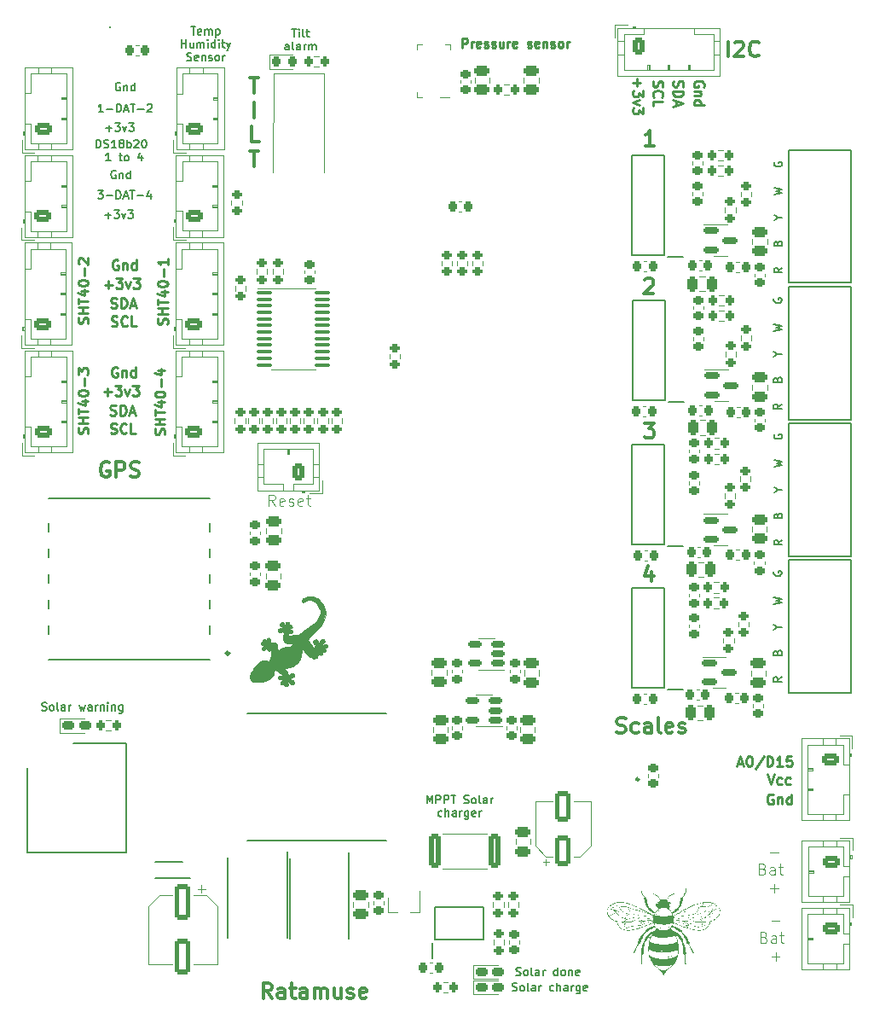
<source format=gto>
G04 #@! TF.GenerationSoftware,KiCad,Pcbnew,(6.0.5)*
G04 #@! TF.CreationDate,2022-12-03T11:34:05+01:00*
G04 #@! TF.ProjectId,ruche,72756368-652e-46b6-9963-61645f706362,rev?*
G04 #@! TF.SameCoordinates,Original*
G04 #@! TF.FileFunction,Legend,Top*
G04 #@! TF.FilePolarity,Positive*
%FSLAX46Y46*%
G04 Gerber Fmt 4.6, Leading zero omitted, Abs format (unit mm)*
G04 Created by KiCad (PCBNEW (6.0.5)) date 2022-12-03 11:34:05*
%MOMM*%
%LPD*%
G01*
G04 APERTURE LIST*
G04 Aperture macros list*
%AMRoundRect*
0 Rectangle with rounded corners*
0 $1 Rounding radius*
0 $2 $3 $4 $5 $6 $7 $8 $9 X,Y pos of 4 corners*
0 Add a 4 corners polygon primitive as box body*
4,1,4,$2,$3,$4,$5,$6,$7,$8,$9,$2,$3,0*
0 Add four circle primitives for the rounded corners*
1,1,$1+$1,$2,$3*
1,1,$1+$1,$4,$5*
1,1,$1+$1,$6,$7*
1,1,$1+$1,$8,$9*
0 Add four rect primitives between the rounded corners*
20,1,$1+$1,$2,$3,$4,$5,0*
20,1,$1+$1,$4,$5,$6,$7,0*
20,1,$1+$1,$6,$7,$8,$9,0*
20,1,$1+$1,$8,$9,$2,$3,0*%
G04 Aperture macros list end*
%ADD10C,0.300000*%
%ADD11C,0.100000*%
%ADD12C,0.150000*%
%ADD13C,0.200000*%
%ADD14C,0.250000*%
%ADD15C,0.225000*%
%ADD16C,0.120000*%
%ADD17C,0.010000*%
%ADD18R,0.500000X0.300000*%
%ADD19RoundRect,0.225000X-0.225000X-0.250000X0.225000X-0.250000X0.225000X0.250000X-0.225000X0.250000X0*%
%ADD20RoundRect,0.250000X-0.550000X1.500000X-0.550000X-1.500000X0.550000X-1.500000X0.550000X1.500000X0*%
%ADD21RoundRect,0.225000X-0.250000X0.225000X-0.250000X-0.225000X0.250000X-0.225000X0.250000X0.225000X0*%
%ADD22RoundRect,0.250000X-0.475000X0.250000X-0.475000X-0.250000X0.475000X-0.250000X0.475000X0.250000X0*%
%ADD23RoundRect,0.250000X0.475000X-0.250000X0.475000X0.250000X-0.475000X0.250000X-0.475000X-0.250000X0*%
%ADD24RoundRect,0.250000X0.550000X-1.250000X0.550000X1.250000X-0.550000X1.250000X-0.550000X-1.250000X0*%
%ADD25RoundRect,0.212500X-0.400000X-0.212500X0.400000X-0.212500X0.400000X0.212500X-0.400000X0.212500X0*%
%ADD26R,1.240000X1.120000*%
%ADD27R,3.200000X2.250000*%
%ADD28R,0.650000X1.525000*%
%ADD29R,2.175000X2.175000*%
%ADD30C,2.175000*%
%ADD31RoundRect,0.250000X-0.350000X-0.625000X0.350000X-0.625000X0.350000X0.625000X-0.350000X0.625000X0*%
%ADD32O,1.200000X1.750000*%
%ADD33R,3.650000X3.750000*%
%ADD34R,0.800000X0.900000*%
%ADD35RoundRect,0.200000X-0.200000X-0.275000X0.200000X-0.275000X0.200000X0.275000X-0.200000X0.275000X0*%
%ADD36RoundRect,0.200000X0.275000X-0.200000X0.275000X0.200000X-0.275000X0.200000X-0.275000X-0.200000X0*%
%ADD37RoundRect,0.200000X-0.275000X0.200000X-0.275000X-0.200000X0.275000X-0.200000X0.275000X0.200000X0*%
%ADD38RoundRect,0.250000X-0.362500X-1.425000X0.362500X-1.425000X0.362500X1.425000X-0.362500X1.425000X0*%
%ADD39RoundRect,0.250000X-0.625000X0.350000X-0.625000X-0.350000X0.625000X-0.350000X0.625000X0.350000X0*%
%ADD40O,1.750000X1.200000*%
%ADD41R,0.750000X0.300000*%
%ADD42R,0.900000X1.300000*%
%ADD43RoundRect,0.250000X0.625000X-0.350000X0.625000X0.350000X-0.625000X0.350000X-0.625000X-0.350000X0*%
%ADD44R,2.500000X1.000000*%
%ADD45C,1.500000*%
%ADD46C,4.540000*%
%ADD47RoundRect,0.225000X0.250000X-0.225000X0.250000X0.225000X-0.250000X0.225000X-0.250000X-0.225000X0*%
%ADD48RoundRect,0.150000X-0.587500X-0.150000X0.587500X-0.150000X0.587500X0.150000X-0.587500X0.150000X0*%
%ADD49R,1.650000X1.650000*%
%ADD50C,1.650000*%
%ADD51RoundRect,0.250000X0.350000X0.625000X-0.350000X0.625000X-0.350000X-0.625000X0.350000X-0.625000X0*%
%ADD52RoundRect,0.218750X0.218750X0.256250X-0.218750X0.256250X-0.218750X-0.256250X0.218750X-0.256250X0*%
%ADD53RoundRect,0.218750X-0.218750X-0.256250X0.218750X-0.256250X0.218750X0.256250X-0.218750X0.256250X0*%
%ADD54RoundRect,0.250000X-0.250000X-0.475000X0.250000X-0.475000X0.250000X0.475000X-0.250000X0.475000X0*%
%ADD55RoundRect,0.100000X-0.637500X-0.100000X0.637500X-0.100000X0.637500X0.100000X-0.637500X0.100000X0*%
%ADD56RoundRect,0.150000X0.512500X0.150000X-0.512500X0.150000X-0.512500X-0.150000X0.512500X-0.150000X0*%
%ADD57R,1.525000X0.700000*%
%ADD58C,2.250000*%
%ADD59RoundRect,0.225000X0.225000X0.250000X-0.225000X0.250000X-0.225000X-0.250000X0.225000X-0.250000X0*%
%ADD60C,3.000000*%
%ADD61R,0.950000X0.550000*%
G04 APERTURE END LIST*
D10*
X111460000Y-166608571D02*
X110960000Y-165894285D01*
X110602857Y-166608571D02*
X110602857Y-165108571D01*
X111174285Y-165108571D01*
X111317142Y-165180000D01*
X111388571Y-165251428D01*
X111460000Y-165394285D01*
X111460000Y-165608571D01*
X111388571Y-165751428D01*
X111317142Y-165822857D01*
X111174285Y-165894285D01*
X110602857Y-165894285D01*
X112745714Y-166608571D02*
X112745714Y-165822857D01*
X112674285Y-165680000D01*
X112531428Y-165608571D01*
X112245714Y-165608571D01*
X112102857Y-165680000D01*
X112745714Y-166537142D02*
X112602857Y-166608571D01*
X112245714Y-166608571D01*
X112102857Y-166537142D01*
X112031428Y-166394285D01*
X112031428Y-166251428D01*
X112102857Y-166108571D01*
X112245714Y-166037142D01*
X112602857Y-166037142D01*
X112745714Y-165965714D01*
X113245714Y-165608571D02*
X113817142Y-165608571D01*
X113460000Y-165108571D02*
X113460000Y-166394285D01*
X113531428Y-166537142D01*
X113674285Y-166608571D01*
X113817142Y-166608571D01*
X114960000Y-166608571D02*
X114960000Y-165822857D01*
X114888571Y-165680000D01*
X114745714Y-165608571D01*
X114460000Y-165608571D01*
X114317142Y-165680000D01*
X114960000Y-166537142D02*
X114817142Y-166608571D01*
X114460000Y-166608571D01*
X114317142Y-166537142D01*
X114245714Y-166394285D01*
X114245714Y-166251428D01*
X114317142Y-166108571D01*
X114460000Y-166037142D01*
X114817142Y-166037142D01*
X114960000Y-165965714D01*
X115674285Y-166608571D02*
X115674285Y-165608571D01*
X115674285Y-165751428D02*
X115745714Y-165680000D01*
X115888571Y-165608571D01*
X116102857Y-165608571D01*
X116245714Y-165680000D01*
X116317142Y-165822857D01*
X116317142Y-166608571D01*
X116317142Y-165822857D02*
X116388571Y-165680000D01*
X116531428Y-165608571D01*
X116745714Y-165608571D01*
X116888571Y-165680000D01*
X116960000Y-165822857D01*
X116960000Y-166608571D01*
X118317142Y-165608571D02*
X118317142Y-166608571D01*
X117674285Y-165608571D02*
X117674285Y-166394285D01*
X117745714Y-166537142D01*
X117888571Y-166608571D01*
X118102857Y-166608571D01*
X118245714Y-166537142D01*
X118317142Y-166465714D01*
X118960000Y-166537142D02*
X119102857Y-166608571D01*
X119388571Y-166608571D01*
X119531428Y-166537142D01*
X119602857Y-166394285D01*
X119602857Y-166322857D01*
X119531428Y-166180000D01*
X119388571Y-166108571D01*
X119174285Y-166108571D01*
X119031428Y-166037142D01*
X118960000Y-165894285D01*
X118960000Y-165822857D01*
X119031428Y-165680000D01*
X119174285Y-165608571D01*
X119388571Y-165608571D01*
X119531428Y-165680000D01*
X120817142Y-166537142D02*
X120674285Y-166608571D01*
X120388571Y-166608571D01*
X120245714Y-166537142D01*
X120174285Y-166394285D01*
X120174285Y-165822857D01*
X120245714Y-165680000D01*
X120388571Y-165608571D01*
X120674285Y-165608571D01*
X120817142Y-165680000D01*
X120888571Y-165822857D01*
X120888571Y-165965714D01*
X120174285Y-166108571D01*
D11*
X160930952Y-152167571D02*
X161769047Y-152167571D01*
X160197619Y-153781428D02*
X160354761Y-153833809D01*
X160407142Y-153886190D01*
X160459523Y-153990952D01*
X160459523Y-154148095D01*
X160407142Y-154252857D01*
X160354761Y-154305238D01*
X160250000Y-154357619D01*
X159830952Y-154357619D01*
X159830952Y-153257619D01*
X160197619Y-153257619D01*
X160302380Y-153310000D01*
X160354761Y-153362380D01*
X160407142Y-153467142D01*
X160407142Y-153571904D01*
X160354761Y-153676666D01*
X160302380Y-153729047D01*
X160197619Y-153781428D01*
X159830952Y-153781428D01*
X161402380Y-154357619D02*
X161402380Y-153781428D01*
X161350000Y-153676666D01*
X161245238Y-153624285D01*
X161035714Y-153624285D01*
X160930952Y-153676666D01*
X161402380Y-154305238D02*
X161297619Y-154357619D01*
X161035714Y-154357619D01*
X160930952Y-154305238D01*
X160878571Y-154200476D01*
X160878571Y-154095714D01*
X160930952Y-153990952D01*
X161035714Y-153938571D01*
X161297619Y-153938571D01*
X161402380Y-153886190D01*
X161769047Y-153624285D02*
X162188095Y-153624285D01*
X161926190Y-153257619D02*
X161926190Y-154200476D01*
X161978571Y-154305238D01*
X162083333Y-154357619D01*
X162188095Y-154357619D01*
X160930952Y-155709571D02*
X161769047Y-155709571D01*
X161350000Y-156128619D02*
X161350000Y-155290523D01*
D12*
X88630952Y-138033809D02*
X88745238Y-138071904D01*
X88935714Y-138071904D01*
X89011904Y-138033809D01*
X89050000Y-137995714D01*
X89088095Y-137919523D01*
X89088095Y-137843333D01*
X89050000Y-137767142D01*
X89011904Y-137729047D01*
X88935714Y-137690952D01*
X88783333Y-137652857D01*
X88707142Y-137614761D01*
X88669047Y-137576666D01*
X88630952Y-137500476D01*
X88630952Y-137424285D01*
X88669047Y-137348095D01*
X88707142Y-137310000D01*
X88783333Y-137271904D01*
X88973809Y-137271904D01*
X89088095Y-137310000D01*
X89545238Y-138071904D02*
X89469047Y-138033809D01*
X89430952Y-137995714D01*
X89392857Y-137919523D01*
X89392857Y-137690952D01*
X89430952Y-137614761D01*
X89469047Y-137576666D01*
X89545238Y-137538571D01*
X89659523Y-137538571D01*
X89735714Y-137576666D01*
X89773809Y-137614761D01*
X89811904Y-137690952D01*
X89811904Y-137919523D01*
X89773809Y-137995714D01*
X89735714Y-138033809D01*
X89659523Y-138071904D01*
X89545238Y-138071904D01*
X90269047Y-138071904D02*
X90192857Y-138033809D01*
X90154761Y-137957619D01*
X90154761Y-137271904D01*
X90916666Y-138071904D02*
X90916666Y-137652857D01*
X90878571Y-137576666D01*
X90802380Y-137538571D01*
X90650000Y-137538571D01*
X90573809Y-137576666D01*
X90916666Y-138033809D02*
X90840476Y-138071904D01*
X90650000Y-138071904D01*
X90573809Y-138033809D01*
X90535714Y-137957619D01*
X90535714Y-137881428D01*
X90573809Y-137805238D01*
X90650000Y-137767142D01*
X90840476Y-137767142D01*
X90916666Y-137729047D01*
X91297619Y-138071904D02*
X91297619Y-137538571D01*
X91297619Y-137690952D02*
X91335714Y-137614761D01*
X91373809Y-137576666D01*
X91450000Y-137538571D01*
X91526190Y-137538571D01*
X92326190Y-137538571D02*
X92478571Y-138071904D01*
X92630952Y-137690952D01*
X92783333Y-138071904D01*
X92935714Y-137538571D01*
X93583333Y-138071904D02*
X93583333Y-137652857D01*
X93545238Y-137576666D01*
X93469047Y-137538571D01*
X93316666Y-137538571D01*
X93240476Y-137576666D01*
X93583333Y-138033809D02*
X93507142Y-138071904D01*
X93316666Y-138071904D01*
X93240476Y-138033809D01*
X93202380Y-137957619D01*
X93202380Y-137881428D01*
X93240476Y-137805238D01*
X93316666Y-137767142D01*
X93507142Y-137767142D01*
X93583333Y-137729047D01*
X93964285Y-138071904D02*
X93964285Y-137538571D01*
X93964285Y-137690952D02*
X94002380Y-137614761D01*
X94040476Y-137576666D01*
X94116666Y-137538571D01*
X94192857Y-137538571D01*
X94459523Y-137538571D02*
X94459523Y-138071904D01*
X94459523Y-137614761D02*
X94497619Y-137576666D01*
X94573809Y-137538571D01*
X94688095Y-137538571D01*
X94764285Y-137576666D01*
X94802380Y-137652857D01*
X94802380Y-138071904D01*
X95183333Y-138071904D02*
X95183333Y-137538571D01*
X95183333Y-137271904D02*
X95145238Y-137310000D01*
X95183333Y-137348095D01*
X95221428Y-137310000D01*
X95183333Y-137271904D01*
X95183333Y-137348095D01*
X95564285Y-137538571D02*
X95564285Y-138071904D01*
X95564285Y-137614761D02*
X95602380Y-137576666D01*
X95678571Y-137538571D01*
X95792857Y-137538571D01*
X95869047Y-137576666D01*
X95907142Y-137652857D01*
X95907142Y-138071904D01*
X96630952Y-137538571D02*
X96630952Y-138186190D01*
X96592857Y-138262380D01*
X96554761Y-138300476D01*
X96478571Y-138338571D01*
X96364285Y-138338571D01*
X96288095Y-138300476D01*
X96630952Y-138033809D02*
X96554761Y-138071904D01*
X96402380Y-138071904D01*
X96326190Y-138033809D01*
X96288095Y-137995714D01*
X96250000Y-137919523D01*
X96250000Y-137690952D01*
X96288095Y-137614761D01*
X96326190Y-137576666D01*
X96402380Y-137538571D01*
X96554761Y-137538571D01*
X96630952Y-137576666D01*
D13*
X94184285Y-86497904D02*
X94679523Y-86497904D01*
X94412857Y-86802666D01*
X94527142Y-86802666D01*
X94603333Y-86840761D01*
X94641428Y-86878857D01*
X94679523Y-86955047D01*
X94679523Y-87145523D01*
X94641428Y-87221714D01*
X94603333Y-87259809D01*
X94527142Y-87297904D01*
X94298571Y-87297904D01*
X94222380Y-87259809D01*
X94184285Y-87221714D01*
X95022380Y-86993142D02*
X95631904Y-86993142D01*
X96012857Y-87297904D02*
X96012857Y-86497904D01*
X96203333Y-86497904D01*
X96317619Y-86536000D01*
X96393809Y-86612190D01*
X96431904Y-86688380D01*
X96470000Y-86840761D01*
X96470000Y-86955047D01*
X96431904Y-87107428D01*
X96393809Y-87183619D01*
X96317619Y-87259809D01*
X96203333Y-87297904D01*
X96012857Y-87297904D01*
X96774761Y-87069333D02*
X97155714Y-87069333D01*
X96698571Y-87297904D02*
X96965238Y-86497904D01*
X97231904Y-87297904D01*
X97384285Y-86497904D02*
X97841428Y-86497904D01*
X97612857Y-87297904D02*
X97612857Y-86497904D01*
X98108095Y-86993142D02*
X98717619Y-86993142D01*
X99441428Y-86764571D02*
X99441428Y-87297904D01*
X99250952Y-86459809D02*
X99060476Y-87031238D01*
X99555714Y-87031238D01*
D14*
X95415714Y-108734761D02*
X95558571Y-108782380D01*
X95796666Y-108782380D01*
X95891904Y-108734761D01*
X95939523Y-108687142D01*
X95987142Y-108591904D01*
X95987142Y-108496666D01*
X95939523Y-108401428D01*
X95891904Y-108353809D01*
X95796666Y-108306190D01*
X95606190Y-108258571D01*
X95510952Y-108210952D01*
X95463333Y-108163333D01*
X95415714Y-108068095D01*
X95415714Y-107972857D01*
X95463333Y-107877619D01*
X95510952Y-107830000D01*
X95606190Y-107782380D01*
X95844285Y-107782380D01*
X95987142Y-107830000D01*
X96415714Y-108782380D02*
X96415714Y-107782380D01*
X96653809Y-107782380D01*
X96796666Y-107830000D01*
X96891904Y-107925238D01*
X96939523Y-108020476D01*
X96987142Y-108210952D01*
X96987142Y-108353809D01*
X96939523Y-108544285D01*
X96891904Y-108639523D01*
X96796666Y-108734761D01*
X96653809Y-108782380D01*
X96415714Y-108782380D01*
X97368095Y-108496666D02*
X97844285Y-108496666D01*
X97272857Y-108782380D02*
X97606190Y-107782380D01*
X97939523Y-108782380D01*
D11*
X161060952Y-158957571D02*
X161899047Y-158957571D01*
X160327619Y-160571428D02*
X160484761Y-160623809D01*
X160537142Y-160676190D01*
X160589523Y-160780952D01*
X160589523Y-160938095D01*
X160537142Y-161042857D01*
X160484761Y-161095238D01*
X160380000Y-161147619D01*
X159960952Y-161147619D01*
X159960952Y-160047619D01*
X160327619Y-160047619D01*
X160432380Y-160100000D01*
X160484761Y-160152380D01*
X160537142Y-160257142D01*
X160537142Y-160361904D01*
X160484761Y-160466666D01*
X160432380Y-160519047D01*
X160327619Y-160571428D01*
X159960952Y-160571428D01*
X161532380Y-161147619D02*
X161532380Y-160571428D01*
X161480000Y-160466666D01*
X161375238Y-160414285D01*
X161165714Y-160414285D01*
X161060952Y-160466666D01*
X161532380Y-161095238D02*
X161427619Y-161147619D01*
X161165714Y-161147619D01*
X161060952Y-161095238D01*
X161008571Y-160990476D01*
X161008571Y-160885714D01*
X161060952Y-160780952D01*
X161165714Y-160728571D01*
X161427619Y-160728571D01*
X161532380Y-160676190D01*
X161899047Y-160414285D02*
X162318095Y-160414285D01*
X162056190Y-160047619D02*
X162056190Y-160990476D01*
X162108571Y-161095238D01*
X162213333Y-161147619D01*
X162318095Y-161147619D01*
X161060952Y-162499571D02*
X161899047Y-162499571D01*
X161480000Y-162918619D02*
X161480000Y-162080523D01*
D14*
X94845714Y-95821428D02*
X95607619Y-95821428D01*
X95226666Y-96202380D02*
X95226666Y-95440476D01*
X95988571Y-95202380D02*
X96607619Y-95202380D01*
X96274285Y-95583333D01*
X96417142Y-95583333D01*
X96512380Y-95630952D01*
X96560000Y-95678571D01*
X96607619Y-95773809D01*
X96607619Y-96011904D01*
X96560000Y-96107142D01*
X96512380Y-96154761D01*
X96417142Y-96202380D01*
X96131428Y-96202380D01*
X96036190Y-96154761D01*
X95988571Y-96107142D01*
X96940952Y-95535714D02*
X97179047Y-96202380D01*
X97417142Y-95535714D01*
X97702857Y-95202380D02*
X98321904Y-95202380D01*
X97988571Y-95583333D01*
X98131428Y-95583333D01*
X98226666Y-95630952D01*
X98274285Y-95678571D01*
X98321904Y-95773809D01*
X98321904Y-96011904D01*
X98274285Y-96107142D01*
X98226666Y-96154761D01*
X98131428Y-96202380D01*
X97845714Y-96202380D01*
X97750476Y-96154761D01*
X97702857Y-96107142D01*
D10*
X109301428Y-75316071D02*
X110158571Y-75316071D01*
X109730000Y-76816071D02*
X109730000Y-75316071D01*
X109730000Y-79231071D02*
X109730000Y-77731071D01*
X110194285Y-81646071D02*
X109480000Y-81646071D01*
X109480000Y-80146071D01*
X109301428Y-82561071D02*
X110158571Y-82561071D01*
X109730000Y-84061071D02*
X109730000Y-82561071D01*
D13*
X113462857Y-70437904D02*
X113920000Y-70437904D01*
X113691428Y-71237904D02*
X113691428Y-70437904D01*
X114186666Y-71237904D02*
X114186666Y-70704571D01*
X114186666Y-70437904D02*
X114148571Y-70476000D01*
X114186666Y-70514095D01*
X114224761Y-70476000D01*
X114186666Y-70437904D01*
X114186666Y-70514095D01*
X114681904Y-71237904D02*
X114605714Y-71199809D01*
X114567619Y-71123619D01*
X114567619Y-70437904D01*
X114872380Y-70704571D02*
X115177142Y-70704571D01*
X114986666Y-70437904D02*
X114986666Y-71123619D01*
X115024761Y-71199809D01*
X115100952Y-71237904D01*
X115177142Y-71237904D01*
X113139047Y-72525904D02*
X113139047Y-72106857D01*
X113100952Y-72030666D01*
X113024761Y-71992571D01*
X112872380Y-71992571D01*
X112796190Y-72030666D01*
X113139047Y-72487809D02*
X113062857Y-72525904D01*
X112872380Y-72525904D01*
X112796190Y-72487809D01*
X112758095Y-72411619D01*
X112758095Y-72335428D01*
X112796190Y-72259238D01*
X112872380Y-72221142D01*
X113062857Y-72221142D01*
X113139047Y-72183047D01*
X113634285Y-72525904D02*
X113558095Y-72487809D01*
X113520000Y-72411619D01*
X113520000Y-71725904D01*
X114281904Y-72525904D02*
X114281904Y-72106857D01*
X114243809Y-72030666D01*
X114167619Y-71992571D01*
X114015238Y-71992571D01*
X113939047Y-72030666D01*
X114281904Y-72487809D02*
X114205714Y-72525904D01*
X114015238Y-72525904D01*
X113939047Y-72487809D01*
X113900952Y-72411619D01*
X113900952Y-72335428D01*
X113939047Y-72259238D01*
X114015238Y-72221142D01*
X114205714Y-72221142D01*
X114281904Y-72183047D01*
X114662857Y-72525904D02*
X114662857Y-71992571D01*
X114662857Y-72144952D02*
X114700952Y-72068761D01*
X114739047Y-72030666D01*
X114815238Y-71992571D01*
X114891428Y-71992571D01*
X115158095Y-72525904D02*
X115158095Y-71992571D01*
X115158095Y-72068761D02*
X115196190Y-72030666D01*
X115272380Y-71992571D01*
X115386666Y-71992571D01*
X115462857Y-72030666D01*
X115500952Y-72106857D01*
X115500952Y-72525904D01*
X115500952Y-72106857D02*
X115539047Y-72030666D01*
X115615238Y-71992571D01*
X115729523Y-71992571D01*
X115805714Y-72030666D01*
X115843809Y-72106857D01*
X115843809Y-72525904D01*
X162091904Y-134749523D02*
X161710952Y-135016190D01*
X162091904Y-135206666D02*
X161291904Y-135206666D01*
X161291904Y-134901904D01*
X161330000Y-134825714D01*
X161368095Y-134787619D01*
X161444285Y-134749523D01*
X161558571Y-134749523D01*
X161634761Y-134787619D01*
X161672857Y-134825714D01*
X161710952Y-134901904D01*
X161710952Y-135206666D01*
X161672857Y-132311428D02*
X161710952Y-132197142D01*
X161749047Y-132159047D01*
X161825238Y-132120952D01*
X161939523Y-132120952D01*
X162015714Y-132159047D01*
X162053809Y-132197142D01*
X162091904Y-132273333D01*
X162091904Y-132578095D01*
X161291904Y-132578095D01*
X161291904Y-132311428D01*
X161330000Y-132235238D01*
X161368095Y-132197142D01*
X161444285Y-132159047D01*
X161520476Y-132159047D01*
X161596666Y-132197142D01*
X161634761Y-132235238D01*
X161672857Y-132311428D01*
X161672857Y-132578095D01*
X161710952Y-129797142D02*
X162091904Y-129797142D01*
X161291904Y-130063809D02*
X161710952Y-129797142D01*
X161291904Y-129530476D01*
X161291904Y-127511428D02*
X162091904Y-127320952D01*
X161520476Y-127168571D01*
X162091904Y-127016190D01*
X161291904Y-126825714D01*
X161330000Y-124273333D02*
X161291904Y-124349523D01*
X161291904Y-124463809D01*
X161330000Y-124578095D01*
X161406190Y-124654285D01*
X161482380Y-124692380D01*
X161634761Y-124730476D01*
X161749047Y-124730476D01*
X161901428Y-124692380D01*
X161977619Y-124654285D01*
X162053809Y-124578095D01*
X162091904Y-124463809D01*
X162091904Y-124387619D01*
X162053809Y-124273333D01*
X162015714Y-124235238D01*
X161749047Y-124235238D01*
X161749047Y-124387619D01*
D12*
X135336666Y-165863809D02*
X135450952Y-165901904D01*
X135641428Y-165901904D01*
X135717619Y-165863809D01*
X135755714Y-165825714D01*
X135793809Y-165749523D01*
X135793809Y-165673333D01*
X135755714Y-165597142D01*
X135717619Y-165559047D01*
X135641428Y-165520952D01*
X135489047Y-165482857D01*
X135412857Y-165444761D01*
X135374761Y-165406666D01*
X135336666Y-165330476D01*
X135336666Y-165254285D01*
X135374761Y-165178095D01*
X135412857Y-165140000D01*
X135489047Y-165101904D01*
X135679523Y-165101904D01*
X135793809Y-165140000D01*
X136250952Y-165901904D02*
X136174761Y-165863809D01*
X136136666Y-165825714D01*
X136098571Y-165749523D01*
X136098571Y-165520952D01*
X136136666Y-165444761D01*
X136174761Y-165406666D01*
X136250952Y-165368571D01*
X136365238Y-165368571D01*
X136441428Y-165406666D01*
X136479523Y-165444761D01*
X136517619Y-165520952D01*
X136517619Y-165749523D01*
X136479523Y-165825714D01*
X136441428Y-165863809D01*
X136365238Y-165901904D01*
X136250952Y-165901904D01*
X136974761Y-165901904D02*
X136898571Y-165863809D01*
X136860476Y-165787619D01*
X136860476Y-165101904D01*
X137622380Y-165901904D02*
X137622380Y-165482857D01*
X137584285Y-165406666D01*
X137508095Y-165368571D01*
X137355714Y-165368571D01*
X137279523Y-165406666D01*
X137622380Y-165863809D02*
X137546190Y-165901904D01*
X137355714Y-165901904D01*
X137279523Y-165863809D01*
X137241428Y-165787619D01*
X137241428Y-165711428D01*
X137279523Y-165635238D01*
X137355714Y-165597142D01*
X137546190Y-165597142D01*
X137622380Y-165559047D01*
X138003333Y-165901904D02*
X138003333Y-165368571D01*
X138003333Y-165520952D02*
X138041428Y-165444761D01*
X138079523Y-165406666D01*
X138155714Y-165368571D01*
X138231904Y-165368571D01*
X139450952Y-165863809D02*
X139374761Y-165901904D01*
X139222380Y-165901904D01*
X139146190Y-165863809D01*
X139108095Y-165825714D01*
X139070000Y-165749523D01*
X139070000Y-165520952D01*
X139108095Y-165444761D01*
X139146190Y-165406666D01*
X139222380Y-165368571D01*
X139374761Y-165368571D01*
X139450952Y-165406666D01*
X139793809Y-165901904D02*
X139793809Y-165101904D01*
X140136666Y-165901904D02*
X140136666Y-165482857D01*
X140098571Y-165406666D01*
X140022380Y-165368571D01*
X139908095Y-165368571D01*
X139831904Y-165406666D01*
X139793809Y-165444761D01*
X140860476Y-165901904D02*
X140860476Y-165482857D01*
X140822380Y-165406666D01*
X140746190Y-165368571D01*
X140593809Y-165368571D01*
X140517619Y-165406666D01*
X140860476Y-165863809D02*
X140784285Y-165901904D01*
X140593809Y-165901904D01*
X140517619Y-165863809D01*
X140479523Y-165787619D01*
X140479523Y-165711428D01*
X140517619Y-165635238D01*
X140593809Y-165597142D01*
X140784285Y-165597142D01*
X140860476Y-165559047D01*
X141241428Y-165901904D02*
X141241428Y-165368571D01*
X141241428Y-165520952D02*
X141279523Y-165444761D01*
X141317619Y-165406666D01*
X141393809Y-165368571D01*
X141470000Y-165368571D01*
X142079523Y-165368571D02*
X142079523Y-166016190D01*
X142041428Y-166092380D01*
X142003333Y-166130476D01*
X141927142Y-166168571D01*
X141812857Y-166168571D01*
X141736666Y-166130476D01*
X142079523Y-165863809D02*
X142003333Y-165901904D01*
X141850952Y-165901904D01*
X141774761Y-165863809D01*
X141736666Y-165825714D01*
X141698571Y-165749523D01*
X141698571Y-165520952D01*
X141736666Y-165444761D01*
X141774761Y-165406666D01*
X141850952Y-165368571D01*
X142003333Y-165368571D01*
X142079523Y-165406666D01*
X142765238Y-165863809D02*
X142689047Y-165901904D01*
X142536666Y-165901904D01*
X142460476Y-165863809D01*
X142422380Y-165787619D01*
X142422380Y-165482857D01*
X142460476Y-165406666D01*
X142536666Y-165368571D01*
X142689047Y-165368571D01*
X142765238Y-165406666D01*
X142803333Y-165482857D01*
X142803333Y-165559047D01*
X142422380Y-165635238D01*
D14*
X94765714Y-106461428D02*
X95527619Y-106461428D01*
X95146666Y-106842380D02*
X95146666Y-106080476D01*
X95908571Y-105842380D02*
X96527619Y-105842380D01*
X96194285Y-106223333D01*
X96337142Y-106223333D01*
X96432380Y-106270952D01*
X96480000Y-106318571D01*
X96527619Y-106413809D01*
X96527619Y-106651904D01*
X96480000Y-106747142D01*
X96432380Y-106794761D01*
X96337142Y-106842380D01*
X96051428Y-106842380D01*
X95956190Y-106794761D01*
X95908571Y-106747142D01*
X96860952Y-106175714D02*
X97099047Y-106842380D01*
X97337142Y-106175714D01*
X97622857Y-105842380D02*
X98241904Y-105842380D01*
X97908571Y-106223333D01*
X98051428Y-106223333D01*
X98146666Y-106270952D01*
X98194285Y-106318571D01*
X98241904Y-106413809D01*
X98241904Y-106651904D01*
X98194285Y-106747142D01*
X98146666Y-106794761D01*
X98051428Y-106842380D01*
X97765714Y-106842380D01*
X97670476Y-106794761D01*
X97622857Y-106747142D01*
D13*
X94709523Y-78707904D02*
X94252380Y-78707904D01*
X94480952Y-78707904D02*
X94480952Y-77907904D01*
X94404761Y-78022190D01*
X94328571Y-78098380D01*
X94252380Y-78136476D01*
X95052380Y-78403142D02*
X95661904Y-78403142D01*
X96042857Y-78707904D02*
X96042857Y-77907904D01*
X96233333Y-77907904D01*
X96347619Y-77946000D01*
X96423809Y-78022190D01*
X96461904Y-78098380D01*
X96500000Y-78250761D01*
X96500000Y-78365047D01*
X96461904Y-78517428D01*
X96423809Y-78593619D01*
X96347619Y-78669809D01*
X96233333Y-78707904D01*
X96042857Y-78707904D01*
X96804761Y-78479333D02*
X97185714Y-78479333D01*
X96728571Y-78707904D02*
X96995238Y-77907904D01*
X97261904Y-78707904D01*
X97414285Y-77907904D02*
X97871428Y-77907904D01*
X97642857Y-78707904D02*
X97642857Y-77907904D01*
X98138095Y-78403142D02*
X98747619Y-78403142D01*
X99090476Y-77984095D02*
X99128571Y-77946000D01*
X99204761Y-77907904D01*
X99395238Y-77907904D01*
X99471428Y-77946000D01*
X99509523Y-77984095D01*
X99547619Y-78060285D01*
X99547619Y-78136476D01*
X99509523Y-78250761D01*
X99052380Y-78707904D01*
X99547619Y-78707904D01*
D10*
X156795714Y-73188571D02*
X156795714Y-71688571D01*
X157438571Y-71831428D02*
X157510000Y-71760000D01*
X157652857Y-71688571D01*
X158010000Y-71688571D01*
X158152857Y-71760000D01*
X158224285Y-71831428D01*
X158295714Y-71974285D01*
X158295714Y-72117142D01*
X158224285Y-72331428D01*
X157367142Y-73188571D01*
X158295714Y-73188571D01*
X159795714Y-73045714D02*
X159724285Y-73117142D01*
X159510000Y-73188571D01*
X159367142Y-73188571D01*
X159152857Y-73117142D01*
X159010000Y-72974285D01*
X158938571Y-72831428D01*
X158867142Y-72545714D01*
X158867142Y-72331428D01*
X158938571Y-72045714D01*
X159010000Y-71902857D01*
X159152857Y-71760000D01*
X159367142Y-71688571D01*
X159510000Y-71688571D01*
X159724285Y-71760000D01*
X159795714Y-71831428D01*
D14*
X149340238Y-75629523D02*
X149292619Y-75772380D01*
X149292619Y-76010476D01*
X149340238Y-76105714D01*
X149387857Y-76153333D01*
X149483095Y-76200952D01*
X149578333Y-76200952D01*
X149673571Y-76153333D01*
X149721190Y-76105714D01*
X149768809Y-76010476D01*
X149816428Y-75820000D01*
X149864047Y-75724761D01*
X149911666Y-75677142D01*
X150006904Y-75629523D01*
X150102142Y-75629523D01*
X150197380Y-75677142D01*
X150245000Y-75724761D01*
X150292619Y-75820000D01*
X150292619Y-76058095D01*
X150245000Y-76200952D01*
X149387857Y-77200952D02*
X149340238Y-77153333D01*
X149292619Y-77010476D01*
X149292619Y-76915238D01*
X149340238Y-76772380D01*
X149435476Y-76677142D01*
X149530714Y-76629523D01*
X149721190Y-76581904D01*
X149864047Y-76581904D01*
X150054523Y-76629523D01*
X150149761Y-76677142D01*
X150245000Y-76772380D01*
X150292619Y-76915238D01*
X150292619Y-77010476D01*
X150245000Y-77153333D01*
X150197380Y-77200952D01*
X149292619Y-78105714D02*
X149292619Y-77629523D01*
X150292619Y-77629523D01*
D13*
X162141904Y-121149523D02*
X161760952Y-121416190D01*
X162141904Y-121606666D02*
X161341904Y-121606666D01*
X161341904Y-121301904D01*
X161380000Y-121225714D01*
X161418095Y-121187619D01*
X161494285Y-121149523D01*
X161608571Y-121149523D01*
X161684761Y-121187619D01*
X161722857Y-121225714D01*
X161760952Y-121301904D01*
X161760952Y-121606666D01*
X161722857Y-118711428D02*
X161760952Y-118597142D01*
X161799047Y-118559047D01*
X161875238Y-118520952D01*
X161989523Y-118520952D01*
X162065714Y-118559047D01*
X162103809Y-118597142D01*
X162141904Y-118673333D01*
X162141904Y-118978095D01*
X161341904Y-118978095D01*
X161341904Y-118711428D01*
X161380000Y-118635238D01*
X161418095Y-118597142D01*
X161494285Y-118559047D01*
X161570476Y-118559047D01*
X161646666Y-118597142D01*
X161684761Y-118635238D01*
X161722857Y-118711428D01*
X161722857Y-118978095D01*
X161760952Y-116197142D02*
X162141904Y-116197142D01*
X161341904Y-116463809D02*
X161760952Y-116197142D01*
X161341904Y-115930476D01*
X161341904Y-113911428D02*
X162141904Y-113720952D01*
X161570476Y-113568571D01*
X162141904Y-113416190D01*
X161341904Y-113225714D01*
X161380000Y-110673333D02*
X161341904Y-110749523D01*
X161341904Y-110863809D01*
X161380000Y-110978095D01*
X161456190Y-111054285D01*
X161532380Y-111092380D01*
X161684761Y-111130476D01*
X161799047Y-111130476D01*
X161951428Y-111092380D01*
X162027619Y-111054285D01*
X162103809Y-110978095D01*
X162141904Y-110863809D01*
X162141904Y-110787619D01*
X162103809Y-110673333D01*
X162065714Y-110635238D01*
X161799047Y-110635238D01*
X161799047Y-110787619D01*
D14*
X95495714Y-98094761D02*
X95638571Y-98142380D01*
X95876666Y-98142380D01*
X95971904Y-98094761D01*
X96019523Y-98047142D01*
X96067142Y-97951904D01*
X96067142Y-97856666D01*
X96019523Y-97761428D01*
X95971904Y-97713809D01*
X95876666Y-97666190D01*
X95686190Y-97618571D01*
X95590952Y-97570952D01*
X95543333Y-97523333D01*
X95495714Y-97428095D01*
X95495714Y-97332857D01*
X95543333Y-97237619D01*
X95590952Y-97190000D01*
X95686190Y-97142380D01*
X95924285Y-97142380D01*
X96067142Y-97190000D01*
X96495714Y-98142380D02*
X96495714Y-97142380D01*
X96733809Y-97142380D01*
X96876666Y-97190000D01*
X96971904Y-97285238D01*
X97019523Y-97380476D01*
X97067142Y-97570952D01*
X97067142Y-97713809D01*
X97019523Y-97904285D01*
X96971904Y-97999523D01*
X96876666Y-98094761D01*
X96733809Y-98142380D01*
X96495714Y-98142380D01*
X97448095Y-97856666D02*
X97924285Y-97856666D01*
X97352857Y-98142380D02*
X97686190Y-97142380D01*
X98019523Y-98142380D01*
D13*
X96405714Y-75830000D02*
X96329523Y-75791904D01*
X96215238Y-75791904D01*
X96100952Y-75830000D01*
X96024761Y-75906190D01*
X95986666Y-75982380D01*
X95948571Y-76134761D01*
X95948571Y-76249047D01*
X95986666Y-76401428D01*
X96024761Y-76477619D01*
X96100952Y-76553809D01*
X96215238Y-76591904D01*
X96291428Y-76591904D01*
X96405714Y-76553809D01*
X96443809Y-76515714D01*
X96443809Y-76249047D01*
X96291428Y-76249047D01*
X96786666Y-76058571D02*
X96786666Y-76591904D01*
X96786666Y-76134761D02*
X96824761Y-76096666D01*
X96900952Y-76058571D01*
X97015238Y-76058571D01*
X97091428Y-76096666D01*
X97129523Y-76172857D01*
X97129523Y-76591904D01*
X97853333Y-76591904D02*
X97853333Y-75791904D01*
X97853333Y-76553809D02*
X97777142Y-76591904D01*
X97624761Y-76591904D01*
X97548571Y-76553809D01*
X97510476Y-76515714D01*
X97472380Y-76439523D01*
X97472380Y-76210952D01*
X97510476Y-76134761D01*
X97548571Y-76096666D01*
X97624761Y-76058571D01*
X97777142Y-76058571D01*
X97853333Y-76096666D01*
D14*
X157739523Y-143326666D02*
X158215714Y-143326666D01*
X157644285Y-143612380D02*
X157977619Y-142612380D01*
X158310952Y-143612380D01*
X158834761Y-142612380D02*
X158930000Y-142612380D01*
X159025238Y-142660000D01*
X159072857Y-142707619D01*
X159120476Y-142802857D01*
X159168095Y-142993333D01*
X159168095Y-143231428D01*
X159120476Y-143421904D01*
X159072857Y-143517142D01*
X159025238Y-143564761D01*
X158930000Y-143612380D01*
X158834761Y-143612380D01*
X158739523Y-143564761D01*
X158691904Y-143517142D01*
X158644285Y-143421904D01*
X158596666Y-143231428D01*
X158596666Y-142993333D01*
X158644285Y-142802857D01*
X158691904Y-142707619D01*
X158739523Y-142660000D01*
X158834761Y-142612380D01*
X160310952Y-142564761D02*
X159453809Y-143850476D01*
X160644285Y-143612380D02*
X160644285Y-142612380D01*
X160882380Y-142612380D01*
X161025238Y-142660000D01*
X161120476Y-142755238D01*
X161168095Y-142850476D01*
X161215714Y-143040952D01*
X161215714Y-143183809D01*
X161168095Y-143374285D01*
X161120476Y-143469523D01*
X161025238Y-143564761D01*
X160882380Y-143612380D01*
X160644285Y-143612380D01*
X162168095Y-143612380D02*
X161596666Y-143612380D01*
X161882380Y-143612380D02*
X161882380Y-142612380D01*
X161787142Y-142755238D01*
X161691904Y-142850476D01*
X161596666Y-142898095D01*
X163072857Y-142612380D02*
X162596666Y-142612380D01*
X162549047Y-143088571D01*
X162596666Y-143040952D01*
X162691904Y-142993333D01*
X162930000Y-142993333D01*
X163025238Y-143040952D01*
X163072857Y-143088571D01*
X163120476Y-143183809D01*
X163120476Y-143421904D01*
X163072857Y-143517142D01*
X163025238Y-143564761D01*
X162930000Y-143612380D01*
X162691904Y-143612380D01*
X162596666Y-143564761D01*
X162549047Y-143517142D01*
X93174761Y-99658095D02*
X93222380Y-99515238D01*
X93222380Y-99277142D01*
X93174761Y-99181904D01*
X93127142Y-99134285D01*
X93031904Y-99086666D01*
X92936666Y-99086666D01*
X92841428Y-99134285D01*
X92793809Y-99181904D01*
X92746190Y-99277142D01*
X92698571Y-99467619D01*
X92650952Y-99562857D01*
X92603333Y-99610476D01*
X92508095Y-99658095D01*
X92412857Y-99658095D01*
X92317619Y-99610476D01*
X92270000Y-99562857D01*
X92222380Y-99467619D01*
X92222380Y-99229523D01*
X92270000Y-99086666D01*
X93222380Y-98658095D02*
X92222380Y-98658095D01*
X92698571Y-98658095D02*
X92698571Y-98086666D01*
X93222380Y-98086666D02*
X92222380Y-98086666D01*
X92222380Y-97753333D02*
X92222380Y-97181904D01*
X93222380Y-97467619D02*
X92222380Y-97467619D01*
X92555714Y-96420000D02*
X93222380Y-96420000D01*
X92174761Y-96658095D02*
X92889047Y-96896190D01*
X92889047Y-96277142D01*
X92222380Y-95705714D02*
X92222380Y-95610476D01*
X92270000Y-95515238D01*
X92317619Y-95467619D01*
X92412857Y-95420000D01*
X92603333Y-95372380D01*
X92841428Y-95372380D01*
X93031904Y-95420000D01*
X93127142Y-95467619D01*
X93174761Y-95515238D01*
X93222380Y-95610476D01*
X93222380Y-95705714D01*
X93174761Y-95800952D01*
X93127142Y-95848571D01*
X93031904Y-95896190D01*
X92841428Y-95943809D01*
X92603333Y-95943809D01*
X92412857Y-95896190D01*
X92317619Y-95848571D01*
X92270000Y-95800952D01*
X92222380Y-95705714D01*
X92841428Y-94943809D02*
X92841428Y-94181904D01*
X92317619Y-93753333D02*
X92270000Y-93705714D01*
X92222380Y-93610476D01*
X92222380Y-93372380D01*
X92270000Y-93277142D01*
X92317619Y-93229523D01*
X92412857Y-93181904D01*
X92508095Y-93181904D01*
X92650952Y-93229523D01*
X93222380Y-93800952D01*
X93222380Y-93181904D01*
D13*
X94988571Y-80307142D02*
X95598095Y-80307142D01*
X95293333Y-80611904D02*
X95293333Y-80002380D01*
X95902857Y-79811904D02*
X96398095Y-79811904D01*
X96131428Y-80116666D01*
X96245714Y-80116666D01*
X96321904Y-80154761D01*
X96360000Y-80192857D01*
X96398095Y-80269047D01*
X96398095Y-80459523D01*
X96360000Y-80535714D01*
X96321904Y-80573809D01*
X96245714Y-80611904D01*
X96017142Y-80611904D01*
X95940952Y-80573809D01*
X95902857Y-80535714D01*
X96664761Y-80078571D02*
X96855238Y-80611904D01*
X97045714Y-80078571D01*
X97274285Y-79811904D02*
X97769523Y-79811904D01*
X97502857Y-80116666D01*
X97617142Y-80116666D01*
X97693333Y-80154761D01*
X97731428Y-80192857D01*
X97769523Y-80269047D01*
X97769523Y-80459523D01*
X97731428Y-80535714D01*
X97693333Y-80573809D01*
X97617142Y-80611904D01*
X97388571Y-80611904D01*
X97312380Y-80573809D01*
X97274285Y-80535714D01*
X94029047Y-82247904D02*
X94029047Y-81447904D01*
X94219523Y-81447904D01*
X94333809Y-81486000D01*
X94410000Y-81562190D01*
X94448095Y-81638380D01*
X94486190Y-81790761D01*
X94486190Y-81905047D01*
X94448095Y-82057428D01*
X94410000Y-82133619D01*
X94333809Y-82209809D01*
X94219523Y-82247904D01*
X94029047Y-82247904D01*
X94790952Y-82209809D02*
X94905238Y-82247904D01*
X95095714Y-82247904D01*
X95171904Y-82209809D01*
X95210000Y-82171714D01*
X95248095Y-82095523D01*
X95248095Y-82019333D01*
X95210000Y-81943142D01*
X95171904Y-81905047D01*
X95095714Y-81866952D01*
X94943333Y-81828857D01*
X94867142Y-81790761D01*
X94829047Y-81752666D01*
X94790952Y-81676476D01*
X94790952Y-81600285D01*
X94829047Y-81524095D01*
X94867142Y-81486000D01*
X94943333Y-81447904D01*
X95133809Y-81447904D01*
X95248095Y-81486000D01*
X96010000Y-82247904D02*
X95552857Y-82247904D01*
X95781428Y-82247904D02*
X95781428Y-81447904D01*
X95705238Y-81562190D01*
X95629047Y-81638380D01*
X95552857Y-81676476D01*
X96467142Y-81790761D02*
X96390952Y-81752666D01*
X96352857Y-81714571D01*
X96314761Y-81638380D01*
X96314761Y-81600285D01*
X96352857Y-81524095D01*
X96390952Y-81486000D01*
X96467142Y-81447904D01*
X96619523Y-81447904D01*
X96695714Y-81486000D01*
X96733809Y-81524095D01*
X96771904Y-81600285D01*
X96771904Y-81638380D01*
X96733809Y-81714571D01*
X96695714Y-81752666D01*
X96619523Y-81790761D01*
X96467142Y-81790761D01*
X96390952Y-81828857D01*
X96352857Y-81866952D01*
X96314761Y-81943142D01*
X96314761Y-82095523D01*
X96352857Y-82171714D01*
X96390952Y-82209809D01*
X96467142Y-82247904D01*
X96619523Y-82247904D01*
X96695714Y-82209809D01*
X96733809Y-82171714D01*
X96771904Y-82095523D01*
X96771904Y-81943142D01*
X96733809Y-81866952D01*
X96695714Y-81828857D01*
X96619523Y-81790761D01*
X97114761Y-82247904D02*
X97114761Y-81447904D01*
X97114761Y-81752666D02*
X97190952Y-81714571D01*
X97343333Y-81714571D01*
X97419523Y-81752666D01*
X97457619Y-81790761D01*
X97495714Y-81866952D01*
X97495714Y-82095523D01*
X97457619Y-82171714D01*
X97419523Y-82209809D01*
X97343333Y-82247904D01*
X97190952Y-82247904D01*
X97114761Y-82209809D01*
X97800476Y-81524095D02*
X97838571Y-81486000D01*
X97914761Y-81447904D01*
X98105238Y-81447904D01*
X98181428Y-81486000D01*
X98219523Y-81524095D01*
X98257619Y-81600285D01*
X98257619Y-81676476D01*
X98219523Y-81790761D01*
X97762380Y-82247904D01*
X98257619Y-82247904D01*
X98752857Y-81447904D02*
X98829047Y-81447904D01*
X98905238Y-81486000D01*
X98943333Y-81524095D01*
X98981428Y-81600285D01*
X99019523Y-81752666D01*
X99019523Y-81943142D01*
X98981428Y-82095523D01*
X98943333Y-82171714D01*
X98905238Y-82209809D01*
X98829047Y-82247904D01*
X98752857Y-82247904D01*
X98676666Y-82209809D01*
X98638571Y-82171714D01*
X98600476Y-82095523D01*
X98562380Y-81943142D01*
X98562380Y-81752666D01*
X98600476Y-81600285D01*
X98638571Y-81524095D01*
X98676666Y-81486000D01*
X98752857Y-81447904D01*
X95457619Y-83535904D02*
X95000476Y-83535904D01*
X95229047Y-83535904D02*
X95229047Y-82735904D01*
X95152857Y-82850190D01*
X95076666Y-82926380D01*
X95000476Y-82964476D01*
X96295714Y-83002571D02*
X96600476Y-83002571D01*
X96410000Y-82735904D02*
X96410000Y-83421619D01*
X96448095Y-83497809D01*
X96524285Y-83535904D01*
X96600476Y-83535904D01*
X96981428Y-83535904D02*
X96905238Y-83497809D01*
X96867142Y-83459714D01*
X96829047Y-83383523D01*
X96829047Y-83154952D01*
X96867142Y-83078761D01*
X96905238Y-83040666D01*
X96981428Y-83002571D01*
X97095714Y-83002571D01*
X97171904Y-83040666D01*
X97210000Y-83078761D01*
X97248095Y-83154952D01*
X97248095Y-83383523D01*
X97210000Y-83459714D01*
X97171904Y-83497809D01*
X97095714Y-83535904D01*
X96981428Y-83535904D01*
X98543333Y-83002571D02*
X98543333Y-83535904D01*
X98352857Y-82697809D02*
X98162380Y-83269238D01*
X98657619Y-83269238D01*
D10*
X95298571Y-113490000D02*
X95155714Y-113418571D01*
X94941428Y-113418571D01*
X94727142Y-113490000D01*
X94584285Y-113632857D01*
X94512857Y-113775714D01*
X94441428Y-114061428D01*
X94441428Y-114275714D01*
X94512857Y-114561428D01*
X94584285Y-114704285D01*
X94727142Y-114847142D01*
X94941428Y-114918571D01*
X95084285Y-114918571D01*
X95298571Y-114847142D01*
X95370000Y-114775714D01*
X95370000Y-114275714D01*
X95084285Y-114275714D01*
X96012857Y-114918571D02*
X96012857Y-113418571D01*
X96584285Y-113418571D01*
X96727142Y-113490000D01*
X96798571Y-113561428D01*
X96870000Y-113704285D01*
X96870000Y-113918571D01*
X96798571Y-114061428D01*
X96727142Y-114132857D01*
X96584285Y-114204285D01*
X96012857Y-114204285D01*
X97441428Y-114847142D02*
X97655714Y-114918571D01*
X98012857Y-114918571D01*
X98155714Y-114847142D01*
X98227142Y-114775714D01*
X98298571Y-114632857D01*
X98298571Y-114490000D01*
X98227142Y-114347142D01*
X98155714Y-114275714D01*
X98012857Y-114204285D01*
X97727142Y-114132857D01*
X97584285Y-114061428D01*
X97512857Y-113990000D01*
X97441428Y-113847142D01*
X97441428Y-113704285D01*
X97512857Y-113561428D01*
X97584285Y-113490000D01*
X97727142Y-113418571D01*
X98084285Y-113418571D01*
X98298571Y-113490000D01*
D13*
X94898571Y-88937142D02*
X95508095Y-88937142D01*
X95203333Y-89241904D02*
X95203333Y-88632380D01*
X95812857Y-88441904D02*
X96308095Y-88441904D01*
X96041428Y-88746666D01*
X96155714Y-88746666D01*
X96231904Y-88784761D01*
X96270000Y-88822857D01*
X96308095Y-88899047D01*
X96308095Y-89089523D01*
X96270000Y-89165714D01*
X96231904Y-89203809D01*
X96155714Y-89241904D01*
X95927142Y-89241904D01*
X95850952Y-89203809D01*
X95812857Y-89165714D01*
X96574761Y-88708571D02*
X96765238Y-89241904D01*
X96955714Y-88708571D01*
X97184285Y-88441904D02*
X97679523Y-88441904D01*
X97412857Y-88746666D01*
X97527142Y-88746666D01*
X97603333Y-88784761D01*
X97641428Y-88822857D01*
X97679523Y-88899047D01*
X97679523Y-89089523D01*
X97641428Y-89165714D01*
X97603333Y-89203809D01*
X97527142Y-89241904D01*
X97298571Y-89241904D01*
X97222380Y-89203809D01*
X97184285Y-89165714D01*
D10*
X145727142Y-140227142D02*
X145941428Y-140298571D01*
X146298571Y-140298571D01*
X146441428Y-140227142D01*
X146512857Y-140155714D01*
X146584285Y-140012857D01*
X146584285Y-139870000D01*
X146512857Y-139727142D01*
X146441428Y-139655714D01*
X146298571Y-139584285D01*
X146012857Y-139512857D01*
X145870000Y-139441428D01*
X145798571Y-139370000D01*
X145727142Y-139227142D01*
X145727142Y-139084285D01*
X145798571Y-138941428D01*
X145870000Y-138870000D01*
X146012857Y-138798571D01*
X146370000Y-138798571D01*
X146584285Y-138870000D01*
X147870000Y-140227142D02*
X147727142Y-140298571D01*
X147441428Y-140298571D01*
X147298571Y-140227142D01*
X147227142Y-140155714D01*
X147155714Y-140012857D01*
X147155714Y-139584285D01*
X147227142Y-139441428D01*
X147298571Y-139370000D01*
X147441428Y-139298571D01*
X147727142Y-139298571D01*
X147870000Y-139370000D01*
X149155714Y-140298571D02*
X149155714Y-139512857D01*
X149084285Y-139370000D01*
X148941428Y-139298571D01*
X148655714Y-139298571D01*
X148512857Y-139370000D01*
X149155714Y-140227142D02*
X149012857Y-140298571D01*
X148655714Y-140298571D01*
X148512857Y-140227142D01*
X148441428Y-140084285D01*
X148441428Y-139941428D01*
X148512857Y-139798571D01*
X148655714Y-139727142D01*
X149012857Y-139727142D01*
X149155714Y-139655714D01*
X150084285Y-140298571D02*
X149941428Y-140227142D01*
X149870000Y-140084285D01*
X149870000Y-138798571D01*
X151227142Y-140227142D02*
X151084285Y-140298571D01*
X150798571Y-140298571D01*
X150655714Y-140227142D01*
X150584285Y-140084285D01*
X150584285Y-139512857D01*
X150655714Y-139370000D01*
X150798571Y-139298571D01*
X151084285Y-139298571D01*
X151227142Y-139370000D01*
X151298571Y-139512857D01*
X151298571Y-139655714D01*
X150584285Y-139798571D01*
X151870000Y-140227142D02*
X152012857Y-140298571D01*
X152298571Y-140298571D01*
X152441428Y-140227142D01*
X152512857Y-140084285D01*
X152512857Y-140012857D01*
X152441428Y-139870000D01*
X152298571Y-139798571D01*
X152084285Y-139798571D01*
X151941428Y-139727142D01*
X151870000Y-139584285D01*
X151870000Y-139512857D01*
X151941428Y-139370000D01*
X152084285Y-139298571D01*
X152298571Y-139298571D01*
X152441428Y-139370000D01*
D14*
X160649523Y-144402380D02*
X160982857Y-145402380D01*
X161316190Y-144402380D01*
X162078095Y-145354761D02*
X161982857Y-145402380D01*
X161792380Y-145402380D01*
X161697142Y-145354761D01*
X161649523Y-145307142D01*
X161601904Y-145211904D01*
X161601904Y-144926190D01*
X161649523Y-144830952D01*
X161697142Y-144783333D01*
X161792380Y-144735714D01*
X161982857Y-144735714D01*
X162078095Y-144783333D01*
X162935238Y-145354761D02*
X162840000Y-145402380D01*
X162649523Y-145402380D01*
X162554285Y-145354761D01*
X162506666Y-145307142D01*
X162459047Y-145211904D01*
X162459047Y-144926190D01*
X162506666Y-144830952D01*
X162554285Y-144783333D01*
X162649523Y-144735714D01*
X162840000Y-144735714D01*
X162935238Y-144783333D01*
X93184761Y-110578095D02*
X93232380Y-110435238D01*
X93232380Y-110197142D01*
X93184761Y-110101904D01*
X93137142Y-110054285D01*
X93041904Y-110006666D01*
X92946666Y-110006666D01*
X92851428Y-110054285D01*
X92803809Y-110101904D01*
X92756190Y-110197142D01*
X92708571Y-110387619D01*
X92660952Y-110482857D01*
X92613333Y-110530476D01*
X92518095Y-110578095D01*
X92422857Y-110578095D01*
X92327619Y-110530476D01*
X92280000Y-110482857D01*
X92232380Y-110387619D01*
X92232380Y-110149523D01*
X92280000Y-110006666D01*
X93232380Y-109578095D02*
X92232380Y-109578095D01*
X92708571Y-109578095D02*
X92708571Y-109006666D01*
X93232380Y-109006666D02*
X92232380Y-109006666D01*
X92232380Y-108673333D02*
X92232380Y-108101904D01*
X93232380Y-108387619D02*
X92232380Y-108387619D01*
X92565714Y-107340000D02*
X93232380Y-107340000D01*
X92184761Y-107578095D02*
X92899047Y-107816190D01*
X92899047Y-107197142D01*
X92232380Y-106625714D02*
X92232380Y-106530476D01*
X92280000Y-106435238D01*
X92327619Y-106387619D01*
X92422857Y-106340000D01*
X92613333Y-106292380D01*
X92851428Y-106292380D01*
X93041904Y-106340000D01*
X93137142Y-106387619D01*
X93184761Y-106435238D01*
X93232380Y-106530476D01*
X93232380Y-106625714D01*
X93184761Y-106720952D01*
X93137142Y-106768571D01*
X93041904Y-106816190D01*
X92851428Y-106863809D01*
X92613333Y-106863809D01*
X92422857Y-106816190D01*
X92327619Y-106768571D01*
X92280000Y-106720952D01*
X92232380Y-106625714D01*
X92851428Y-105863809D02*
X92851428Y-105101904D01*
X92232380Y-104720952D02*
X92232380Y-104101904D01*
X92613333Y-104435238D01*
X92613333Y-104292380D01*
X92660952Y-104197142D01*
X92708571Y-104149523D01*
X92803809Y-104101904D01*
X93041904Y-104101904D01*
X93137142Y-104149523D01*
X93184761Y-104197142D01*
X93232380Y-104292380D01*
X93232380Y-104578095D01*
X93184761Y-104673333D01*
X93137142Y-104720952D01*
D13*
X126851904Y-147287904D02*
X126851904Y-146487904D01*
X127118571Y-147059333D01*
X127385238Y-146487904D01*
X127385238Y-147287904D01*
X127766190Y-147287904D02*
X127766190Y-146487904D01*
X128070952Y-146487904D01*
X128147142Y-146526000D01*
X128185238Y-146564095D01*
X128223333Y-146640285D01*
X128223333Y-146754571D01*
X128185238Y-146830761D01*
X128147142Y-146868857D01*
X128070952Y-146906952D01*
X127766190Y-146906952D01*
X128566190Y-147287904D02*
X128566190Y-146487904D01*
X128870952Y-146487904D01*
X128947142Y-146526000D01*
X128985238Y-146564095D01*
X129023333Y-146640285D01*
X129023333Y-146754571D01*
X128985238Y-146830761D01*
X128947142Y-146868857D01*
X128870952Y-146906952D01*
X128566190Y-146906952D01*
X129251904Y-146487904D02*
X129709047Y-146487904D01*
X129480476Y-147287904D02*
X129480476Y-146487904D01*
X130547142Y-147249809D02*
X130661428Y-147287904D01*
X130851904Y-147287904D01*
X130928095Y-147249809D01*
X130966190Y-147211714D01*
X131004285Y-147135523D01*
X131004285Y-147059333D01*
X130966190Y-146983142D01*
X130928095Y-146945047D01*
X130851904Y-146906952D01*
X130699523Y-146868857D01*
X130623333Y-146830761D01*
X130585238Y-146792666D01*
X130547142Y-146716476D01*
X130547142Y-146640285D01*
X130585238Y-146564095D01*
X130623333Y-146526000D01*
X130699523Y-146487904D01*
X130890000Y-146487904D01*
X131004285Y-146526000D01*
X131461428Y-147287904D02*
X131385238Y-147249809D01*
X131347142Y-147211714D01*
X131309047Y-147135523D01*
X131309047Y-146906952D01*
X131347142Y-146830761D01*
X131385238Y-146792666D01*
X131461428Y-146754571D01*
X131575714Y-146754571D01*
X131651904Y-146792666D01*
X131690000Y-146830761D01*
X131728095Y-146906952D01*
X131728095Y-147135523D01*
X131690000Y-147211714D01*
X131651904Y-147249809D01*
X131575714Y-147287904D01*
X131461428Y-147287904D01*
X132185238Y-147287904D02*
X132109047Y-147249809D01*
X132070952Y-147173619D01*
X132070952Y-146487904D01*
X132832857Y-147287904D02*
X132832857Y-146868857D01*
X132794761Y-146792666D01*
X132718571Y-146754571D01*
X132566190Y-146754571D01*
X132490000Y-146792666D01*
X132832857Y-147249809D02*
X132756666Y-147287904D01*
X132566190Y-147287904D01*
X132490000Y-147249809D01*
X132451904Y-147173619D01*
X132451904Y-147097428D01*
X132490000Y-147021238D01*
X132566190Y-146983142D01*
X132756666Y-146983142D01*
X132832857Y-146945047D01*
X133213809Y-147287904D02*
X133213809Y-146754571D01*
X133213809Y-146906952D02*
X133251904Y-146830761D01*
X133290000Y-146792666D01*
X133366190Y-146754571D01*
X133442380Y-146754571D01*
X128356666Y-148537809D02*
X128280476Y-148575904D01*
X128128095Y-148575904D01*
X128051904Y-148537809D01*
X128013809Y-148499714D01*
X127975714Y-148423523D01*
X127975714Y-148194952D01*
X128013809Y-148118761D01*
X128051904Y-148080666D01*
X128128095Y-148042571D01*
X128280476Y-148042571D01*
X128356666Y-148080666D01*
X128699523Y-148575904D02*
X128699523Y-147775904D01*
X129042380Y-148575904D02*
X129042380Y-148156857D01*
X129004285Y-148080666D01*
X128928095Y-148042571D01*
X128813809Y-148042571D01*
X128737619Y-148080666D01*
X128699523Y-148118761D01*
X129766190Y-148575904D02*
X129766190Y-148156857D01*
X129728095Y-148080666D01*
X129651904Y-148042571D01*
X129499523Y-148042571D01*
X129423333Y-148080666D01*
X129766190Y-148537809D02*
X129690000Y-148575904D01*
X129499523Y-148575904D01*
X129423333Y-148537809D01*
X129385238Y-148461619D01*
X129385238Y-148385428D01*
X129423333Y-148309238D01*
X129499523Y-148271142D01*
X129690000Y-148271142D01*
X129766190Y-148233047D01*
X130147142Y-148575904D02*
X130147142Y-148042571D01*
X130147142Y-148194952D02*
X130185238Y-148118761D01*
X130223333Y-148080666D01*
X130299523Y-148042571D01*
X130375714Y-148042571D01*
X130985238Y-148042571D02*
X130985238Y-148690190D01*
X130947142Y-148766380D01*
X130909047Y-148804476D01*
X130832857Y-148842571D01*
X130718571Y-148842571D01*
X130642380Y-148804476D01*
X130985238Y-148537809D02*
X130909047Y-148575904D01*
X130756666Y-148575904D01*
X130680476Y-148537809D01*
X130642380Y-148499714D01*
X130604285Y-148423523D01*
X130604285Y-148194952D01*
X130642380Y-148118761D01*
X130680476Y-148080666D01*
X130756666Y-148042571D01*
X130909047Y-148042571D01*
X130985238Y-148080666D01*
X131670952Y-148537809D02*
X131594761Y-148575904D01*
X131442380Y-148575904D01*
X131366190Y-148537809D01*
X131328095Y-148461619D01*
X131328095Y-148156857D01*
X131366190Y-148080666D01*
X131442380Y-148042571D01*
X131594761Y-148042571D01*
X131670952Y-148080666D01*
X131709047Y-148156857D01*
X131709047Y-148233047D01*
X131328095Y-148309238D01*
X132051904Y-148575904D02*
X132051904Y-148042571D01*
X132051904Y-148194952D02*
X132090000Y-148118761D01*
X132128095Y-148080666D01*
X132204285Y-148042571D01*
X132280476Y-148042571D01*
X162101904Y-107669523D02*
X161720952Y-107936190D01*
X162101904Y-108126666D02*
X161301904Y-108126666D01*
X161301904Y-107821904D01*
X161340000Y-107745714D01*
X161378095Y-107707619D01*
X161454285Y-107669523D01*
X161568571Y-107669523D01*
X161644761Y-107707619D01*
X161682857Y-107745714D01*
X161720952Y-107821904D01*
X161720952Y-108126666D01*
X161682857Y-105231428D02*
X161720952Y-105117142D01*
X161759047Y-105079047D01*
X161835238Y-105040952D01*
X161949523Y-105040952D01*
X162025714Y-105079047D01*
X162063809Y-105117142D01*
X162101904Y-105193333D01*
X162101904Y-105498095D01*
X161301904Y-105498095D01*
X161301904Y-105231428D01*
X161340000Y-105155238D01*
X161378095Y-105117142D01*
X161454285Y-105079047D01*
X161530476Y-105079047D01*
X161606666Y-105117142D01*
X161644761Y-105155238D01*
X161682857Y-105231428D01*
X161682857Y-105498095D01*
X161720952Y-102717142D02*
X162101904Y-102717142D01*
X161301904Y-102983809D02*
X161720952Y-102717142D01*
X161301904Y-102450476D01*
X161301904Y-100431428D02*
X162101904Y-100240952D01*
X161530476Y-100088571D01*
X162101904Y-99936190D01*
X161301904Y-99745714D01*
X161340000Y-97193333D02*
X161301904Y-97269523D01*
X161301904Y-97383809D01*
X161340000Y-97498095D01*
X161416190Y-97574285D01*
X161492380Y-97612380D01*
X161644761Y-97650476D01*
X161759047Y-97650476D01*
X161911428Y-97612380D01*
X161987619Y-97574285D01*
X162063809Y-97498095D01*
X162101904Y-97383809D01*
X162101904Y-97307619D01*
X162063809Y-97193333D01*
X162025714Y-97155238D01*
X161759047Y-97155238D01*
X161759047Y-97307619D01*
D14*
X101064761Y-99738095D02*
X101112380Y-99595238D01*
X101112380Y-99357142D01*
X101064761Y-99261904D01*
X101017142Y-99214285D01*
X100921904Y-99166666D01*
X100826666Y-99166666D01*
X100731428Y-99214285D01*
X100683809Y-99261904D01*
X100636190Y-99357142D01*
X100588571Y-99547619D01*
X100540952Y-99642857D01*
X100493333Y-99690476D01*
X100398095Y-99738095D01*
X100302857Y-99738095D01*
X100207619Y-99690476D01*
X100160000Y-99642857D01*
X100112380Y-99547619D01*
X100112380Y-99309523D01*
X100160000Y-99166666D01*
X101112380Y-98738095D02*
X100112380Y-98738095D01*
X100588571Y-98738095D02*
X100588571Y-98166666D01*
X101112380Y-98166666D02*
X100112380Y-98166666D01*
X100112380Y-97833333D02*
X100112380Y-97261904D01*
X101112380Y-97547619D02*
X100112380Y-97547619D01*
X100445714Y-96500000D02*
X101112380Y-96500000D01*
X100064761Y-96738095D02*
X100779047Y-96976190D01*
X100779047Y-96357142D01*
X100112380Y-95785714D02*
X100112380Y-95690476D01*
X100160000Y-95595238D01*
X100207619Y-95547619D01*
X100302857Y-95500000D01*
X100493333Y-95452380D01*
X100731428Y-95452380D01*
X100921904Y-95500000D01*
X101017142Y-95547619D01*
X101064761Y-95595238D01*
X101112380Y-95690476D01*
X101112380Y-95785714D01*
X101064761Y-95880952D01*
X101017142Y-95928571D01*
X100921904Y-95976190D01*
X100731428Y-96023809D01*
X100493333Y-96023809D01*
X100302857Y-95976190D01*
X100207619Y-95928571D01*
X100160000Y-95880952D01*
X100112380Y-95785714D01*
X100731428Y-95023809D02*
X100731428Y-94261904D01*
X101112380Y-93261904D02*
X101112380Y-93833333D01*
X101112380Y-93547619D02*
X100112380Y-93547619D01*
X100255238Y-93642857D01*
X100350476Y-93738095D01*
X100398095Y-93833333D01*
D12*
X135727142Y-164323809D02*
X135841428Y-164361904D01*
X136031904Y-164361904D01*
X136108095Y-164323809D01*
X136146190Y-164285714D01*
X136184285Y-164209523D01*
X136184285Y-164133333D01*
X136146190Y-164057142D01*
X136108095Y-164019047D01*
X136031904Y-163980952D01*
X135879523Y-163942857D01*
X135803333Y-163904761D01*
X135765238Y-163866666D01*
X135727142Y-163790476D01*
X135727142Y-163714285D01*
X135765238Y-163638095D01*
X135803333Y-163600000D01*
X135879523Y-163561904D01*
X136070000Y-163561904D01*
X136184285Y-163600000D01*
X136641428Y-164361904D02*
X136565238Y-164323809D01*
X136527142Y-164285714D01*
X136489047Y-164209523D01*
X136489047Y-163980952D01*
X136527142Y-163904761D01*
X136565238Y-163866666D01*
X136641428Y-163828571D01*
X136755714Y-163828571D01*
X136831904Y-163866666D01*
X136870000Y-163904761D01*
X136908095Y-163980952D01*
X136908095Y-164209523D01*
X136870000Y-164285714D01*
X136831904Y-164323809D01*
X136755714Y-164361904D01*
X136641428Y-164361904D01*
X137365238Y-164361904D02*
X137289047Y-164323809D01*
X137250952Y-164247619D01*
X137250952Y-163561904D01*
X138012857Y-164361904D02*
X138012857Y-163942857D01*
X137974761Y-163866666D01*
X137898571Y-163828571D01*
X137746190Y-163828571D01*
X137670000Y-163866666D01*
X138012857Y-164323809D02*
X137936666Y-164361904D01*
X137746190Y-164361904D01*
X137670000Y-164323809D01*
X137631904Y-164247619D01*
X137631904Y-164171428D01*
X137670000Y-164095238D01*
X137746190Y-164057142D01*
X137936666Y-164057142D01*
X138012857Y-164019047D01*
X138393809Y-164361904D02*
X138393809Y-163828571D01*
X138393809Y-163980952D02*
X138431904Y-163904761D01*
X138470000Y-163866666D01*
X138546190Y-163828571D01*
X138622380Y-163828571D01*
X139841428Y-164361904D02*
X139841428Y-163561904D01*
X139841428Y-164323809D02*
X139765238Y-164361904D01*
X139612857Y-164361904D01*
X139536666Y-164323809D01*
X139498571Y-164285714D01*
X139460476Y-164209523D01*
X139460476Y-163980952D01*
X139498571Y-163904761D01*
X139536666Y-163866666D01*
X139612857Y-163828571D01*
X139765238Y-163828571D01*
X139841428Y-163866666D01*
X140336666Y-164361904D02*
X140260476Y-164323809D01*
X140222380Y-164285714D01*
X140184285Y-164209523D01*
X140184285Y-163980952D01*
X140222380Y-163904761D01*
X140260476Y-163866666D01*
X140336666Y-163828571D01*
X140450952Y-163828571D01*
X140527142Y-163866666D01*
X140565238Y-163904761D01*
X140603333Y-163980952D01*
X140603333Y-164209523D01*
X140565238Y-164285714D01*
X140527142Y-164323809D01*
X140450952Y-164361904D01*
X140336666Y-164361904D01*
X140946190Y-163828571D02*
X140946190Y-164361904D01*
X140946190Y-163904761D02*
X140984285Y-163866666D01*
X141060476Y-163828571D01*
X141174761Y-163828571D01*
X141250952Y-163866666D01*
X141289047Y-163942857D01*
X141289047Y-164361904D01*
X141974761Y-164323809D02*
X141898571Y-164361904D01*
X141746190Y-164361904D01*
X141670000Y-164323809D01*
X141631904Y-164247619D01*
X141631904Y-163942857D01*
X141670000Y-163866666D01*
X141746190Y-163828571D01*
X141898571Y-163828571D01*
X141974761Y-163866666D01*
X142012857Y-163942857D01*
X142012857Y-164019047D01*
X141631904Y-164095238D01*
D14*
X147688571Y-75395714D02*
X147688571Y-76157619D01*
X147307619Y-75776666D02*
X148069523Y-75776666D01*
X148307619Y-76538571D02*
X148307619Y-77157619D01*
X147926666Y-76824285D01*
X147926666Y-76967142D01*
X147879047Y-77062380D01*
X147831428Y-77110000D01*
X147736190Y-77157619D01*
X147498095Y-77157619D01*
X147402857Y-77110000D01*
X147355238Y-77062380D01*
X147307619Y-76967142D01*
X147307619Y-76681428D01*
X147355238Y-76586190D01*
X147402857Y-76538571D01*
X147974285Y-77490952D02*
X147307619Y-77729047D01*
X147974285Y-77967142D01*
X148307619Y-78252857D02*
X148307619Y-78871904D01*
X147926666Y-78538571D01*
X147926666Y-78681428D01*
X147879047Y-78776666D01*
X147831428Y-78824285D01*
X147736190Y-78871904D01*
X147498095Y-78871904D01*
X147402857Y-78824285D01*
X147355238Y-78776666D01*
X147307619Y-78681428D01*
X147307619Y-78395714D01*
X147355238Y-78300476D01*
X147402857Y-78252857D01*
X96197142Y-93390000D02*
X96101904Y-93342380D01*
X95959047Y-93342380D01*
X95816190Y-93390000D01*
X95720952Y-93485238D01*
X95673333Y-93580476D01*
X95625714Y-93770952D01*
X95625714Y-93913809D01*
X95673333Y-94104285D01*
X95720952Y-94199523D01*
X95816190Y-94294761D01*
X95959047Y-94342380D01*
X96054285Y-94342380D01*
X96197142Y-94294761D01*
X96244761Y-94247142D01*
X96244761Y-93913809D01*
X96054285Y-93913809D01*
X96673333Y-93675714D02*
X96673333Y-94342380D01*
X96673333Y-93770952D02*
X96720952Y-93723333D01*
X96816190Y-93675714D01*
X96959047Y-93675714D01*
X97054285Y-93723333D01*
X97101904Y-93818571D01*
X97101904Y-94342380D01*
X98006666Y-94342380D02*
X98006666Y-93342380D01*
X98006666Y-94294761D02*
X97911428Y-94342380D01*
X97720952Y-94342380D01*
X97625714Y-94294761D01*
X97578095Y-94247142D01*
X97530476Y-94151904D01*
X97530476Y-93866190D01*
X97578095Y-93770952D01*
X97625714Y-93723333D01*
X97720952Y-93675714D01*
X97911428Y-93675714D01*
X98006666Y-93723333D01*
X100794761Y-110688095D02*
X100842380Y-110545238D01*
X100842380Y-110307142D01*
X100794761Y-110211904D01*
X100747142Y-110164285D01*
X100651904Y-110116666D01*
X100556666Y-110116666D01*
X100461428Y-110164285D01*
X100413809Y-110211904D01*
X100366190Y-110307142D01*
X100318571Y-110497619D01*
X100270952Y-110592857D01*
X100223333Y-110640476D01*
X100128095Y-110688095D01*
X100032857Y-110688095D01*
X99937619Y-110640476D01*
X99890000Y-110592857D01*
X99842380Y-110497619D01*
X99842380Y-110259523D01*
X99890000Y-110116666D01*
X100842380Y-109688095D02*
X99842380Y-109688095D01*
X100318571Y-109688095D02*
X100318571Y-109116666D01*
X100842380Y-109116666D02*
X99842380Y-109116666D01*
X99842380Y-108783333D02*
X99842380Y-108211904D01*
X100842380Y-108497619D02*
X99842380Y-108497619D01*
X100175714Y-107450000D02*
X100842380Y-107450000D01*
X99794761Y-107688095D02*
X100509047Y-107926190D01*
X100509047Y-107307142D01*
X99842380Y-106735714D02*
X99842380Y-106640476D01*
X99890000Y-106545238D01*
X99937619Y-106497619D01*
X100032857Y-106450000D01*
X100223333Y-106402380D01*
X100461428Y-106402380D01*
X100651904Y-106450000D01*
X100747142Y-106497619D01*
X100794761Y-106545238D01*
X100842380Y-106640476D01*
X100842380Y-106735714D01*
X100794761Y-106830952D01*
X100747142Y-106878571D01*
X100651904Y-106926190D01*
X100461428Y-106973809D01*
X100223333Y-106973809D01*
X100032857Y-106926190D01*
X99937619Y-106878571D01*
X99890000Y-106830952D01*
X99842380Y-106735714D01*
X100461428Y-105973809D02*
X100461428Y-105211904D01*
X100175714Y-104307142D02*
X100842380Y-104307142D01*
X99794761Y-104545238D02*
X100509047Y-104783333D01*
X100509047Y-104164285D01*
D15*
X130380000Y-72287142D02*
X130380000Y-71387142D01*
X130722857Y-71387142D01*
X130808571Y-71430000D01*
X130851428Y-71472857D01*
X130894285Y-71558571D01*
X130894285Y-71687142D01*
X130851428Y-71772857D01*
X130808571Y-71815714D01*
X130722857Y-71858571D01*
X130380000Y-71858571D01*
X131280000Y-72287142D02*
X131280000Y-71687142D01*
X131280000Y-71858571D02*
X131322857Y-71772857D01*
X131365714Y-71730000D01*
X131451428Y-71687142D01*
X131537142Y-71687142D01*
X132180000Y-72244285D02*
X132094285Y-72287142D01*
X131922857Y-72287142D01*
X131837142Y-72244285D01*
X131794285Y-72158571D01*
X131794285Y-71815714D01*
X131837142Y-71730000D01*
X131922857Y-71687142D01*
X132094285Y-71687142D01*
X132180000Y-71730000D01*
X132222857Y-71815714D01*
X132222857Y-71901428D01*
X131794285Y-71987142D01*
X132565714Y-72244285D02*
X132651428Y-72287142D01*
X132822857Y-72287142D01*
X132908571Y-72244285D01*
X132951428Y-72158571D01*
X132951428Y-72115714D01*
X132908571Y-72030000D01*
X132822857Y-71987142D01*
X132694285Y-71987142D01*
X132608571Y-71944285D01*
X132565714Y-71858571D01*
X132565714Y-71815714D01*
X132608571Y-71730000D01*
X132694285Y-71687142D01*
X132822857Y-71687142D01*
X132908571Y-71730000D01*
X133294285Y-72244285D02*
X133380000Y-72287142D01*
X133551428Y-72287142D01*
X133637142Y-72244285D01*
X133680000Y-72158571D01*
X133680000Y-72115714D01*
X133637142Y-72030000D01*
X133551428Y-71987142D01*
X133422857Y-71987142D01*
X133337142Y-71944285D01*
X133294285Y-71858571D01*
X133294285Y-71815714D01*
X133337142Y-71730000D01*
X133422857Y-71687142D01*
X133551428Y-71687142D01*
X133637142Y-71730000D01*
X134451428Y-71687142D02*
X134451428Y-72287142D01*
X134065714Y-71687142D02*
X134065714Y-72158571D01*
X134108571Y-72244285D01*
X134194285Y-72287142D01*
X134322857Y-72287142D01*
X134408571Y-72244285D01*
X134451428Y-72201428D01*
X134880000Y-72287142D02*
X134880000Y-71687142D01*
X134880000Y-71858571D02*
X134922857Y-71772857D01*
X134965714Y-71730000D01*
X135051428Y-71687142D01*
X135137142Y-71687142D01*
X135780000Y-72244285D02*
X135694285Y-72287142D01*
X135522857Y-72287142D01*
X135437142Y-72244285D01*
X135394285Y-72158571D01*
X135394285Y-71815714D01*
X135437142Y-71730000D01*
X135522857Y-71687142D01*
X135694285Y-71687142D01*
X135780000Y-71730000D01*
X135822857Y-71815714D01*
X135822857Y-71901428D01*
X135394285Y-71987142D01*
X136851428Y-72244285D02*
X136937142Y-72287142D01*
X137108571Y-72287142D01*
X137194285Y-72244285D01*
X137237142Y-72158571D01*
X137237142Y-72115714D01*
X137194285Y-72030000D01*
X137108571Y-71987142D01*
X136980000Y-71987142D01*
X136894285Y-71944285D01*
X136851428Y-71858571D01*
X136851428Y-71815714D01*
X136894285Y-71730000D01*
X136980000Y-71687142D01*
X137108571Y-71687142D01*
X137194285Y-71730000D01*
X137965714Y-72244285D02*
X137880000Y-72287142D01*
X137708571Y-72287142D01*
X137622857Y-72244285D01*
X137580000Y-72158571D01*
X137580000Y-71815714D01*
X137622857Y-71730000D01*
X137708571Y-71687142D01*
X137880000Y-71687142D01*
X137965714Y-71730000D01*
X138008571Y-71815714D01*
X138008571Y-71901428D01*
X137580000Y-71987142D01*
X138394285Y-71687142D02*
X138394285Y-72287142D01*
X138394285Y-71772857D02*
X138437142Y-71730000D01*
X138522857Y-71687142D01*
X138651428Y-71687142D01*
X138737142Y-71730000D01*
X138780000Y-71815714D01*
X138780000Y-72287142D01*
X139165714Y-72244285D02*
X139251428Y-72287142D01*
X139422857Y-72287142D01*
X139508571Y-72244285D01*
X139551428Y-72158571D01*
X139551428Y-72115714D01*
X139508571Y-72030000D01*
X139422857Y-71987142D01*
X139294285Y-71987142D01*
X139208571Y-71944285D01*
X139165714Y-71858571D01*
X139165714Y-71815714D01*
X139208571Y-71730000D01*
X139294285Y-71687142D01*
X139422857Y-71687142D01*
X139508571Y-71730000D01*
X140065714Y-72287142D02*
X139980000Y-72244285D01*
X139937142Y-72201428D01*
X139894285Y-72115714D01*
X139894285Y-71858571D01*
X139937142Y-71772857D01*
X139980000Y-71730000D01*
X140065714Y-71687142D01*
X140194285Y-71687142D01*
X140280000Y-71730000D01*
X140322857Y-71772857D01*
X140365714Y-71858571D01*
X140365714Y-72115714D01*
X140322857Y-72201428D01*
X140280000Y-72244285D01*
X140194285Y-72287142D01*
X140065714Y-72287142D01*
X140751428Y-72287142D02*
X140751428Y-71687142D01*
X140751428Y-71858571D02*
X140794285Y-71772857D01*
X140837142Y-71730000D01*
X140922857Y-71687142D01*
X141008571Y-71687142D01*
D14*
X161237142Y-146410000D02*
X161141904Y-146362380D01*
X160999047Y-146362380D01*
X160856190Y-146410000D01*
X160760952Y-146505238D01*
X160713333Y-146600476D01*
X160665714Y-146790952D01*
X160665714Y-146933809D01*
X160713333Y-147124285D01*
X160760952Y-147219523D01*
X160856190Y-147314761D01*
X160999047Y-147362380D01*
X161094285Y-147362380D01*
X161237142Y-147314761D01*
X161284761Y-147267142D01*
X161284761Y-146933809D01*
X161094285Y-146933809D01*
X161713333Y-146695714D02*
X161713333Y-147362380D01*
X161713333Y-146790952D02*
X161760952Y-146743333D01*
X161856190Y-146695714D01*
X161999047Y-146695714D01*
X162094285Y-146743333D01*
X162141904Y-146838571D01*
X162141904Y-147362380D01*
X163046666Y-147362380D02*
X163046666Y-146362380D01*
X163046666Y-147314761D02*
X162951428Y-147362380D01*
X162760952Y-147362380D01*
X162665714Y-147314761D01*
X162618095Y-147267142D01*
X162570476Y-147171904D01*
X162570476Y-146886190D01*
X162618095Y-146790952D01*
X162665714Y-146743333D01*
X162760952Y-146695714D01*
X162951428Y-146695714D01*
X163046666Y-146743333D01*
D13*
X95975714Y-84530000D02*
X95899523Y-84491904D01*
X95785238Y-84491904D01*
X95670952Y-84530000D01*
X95594761Y-84606190D01*
X95556666Y-84682380D01*
X95518571Y-84834761D01*
X95518571Y-84949047D01*
X95556666Y-85101428D01*
X95594761Y-85177619D01*
X95670952Y-85253809D01*
X95785238Y-85291904D01*
X95861428Y-85291904D01*
X95975714Y-85253809D01*
X96013809Y-85215714D01*
X96013809Y-84949047D01*
X95861428Y-84949047D01*
X96356666Y-84758571D02*
X96356666Y-85291904D01*
X96356666Y-84834761D02*
X96394761Y-84796666D01*
X96470952Y-84758571D01*
X96585238Y-84758571D01*
X96661428Y-84796666D01*
X96699523Y-84872857D01*
X96699523Y-85291904D01*
X97423333Y-85291904D02*
X97423333Y-84491904D01*
X97423333Y-85253809D02*
X97347142Y-85291904D01*
X97194761Y-85291904D01*
X97118571Y-85253809D01*
X97080476Y-85215714D01*
X97042380Y-85139523D01*
X97042380Y-84910952D01*
X97080476Y-84834761D01*
X97118571Y-84796666D01*
X97194761Y-84758571D01*
X97347142Y-84758571D01*
X97423333Y-84796666D01*
D10*
X149428571Y-82048571D02*
X148571428Y-82048571D01*
X149000000Y-82048571D02*
X149000000Y-80548571D01*
X148857142Y-80762857D01*
X148714285Y-80905714D01*
X148571428Y-80977142D01*
D14*
X95539523Y-99889761D02*
X95682380Y-99937380D01*
X95920476Y-99937380D01*
X96015714Y-99889761D01*
X96063333Y-99842142D01*
X96110952Y-99746904D01*
X96110952Y-99651666D01*
X96063333Y-99556428D01*
X96015714Y-99508809D01*
X95920476Y-99461190D01*
X95730000Y-99413571D01*
X95634761Y-99365952D01*
X95587142Y-99318333D01*
X95539523Y-99223095D01*
X95539523Y-99127857D01*
X95587142Y-99032619D01*
X95634761Y-98985000D01*
X95730000Y-98937380D01*
X95968095Y-98937380D01*
X96110952Y-98985000D01*
X97110952Y-99842142D02*
X97063333Y-99889761D01*
X96920476Y-99937380D01*
X96825238Y-99937380D01*
X96682380Y-99889761D01*
X96587142Y-99794523D01*
X96539523Y-99699285D01*
X96491904Y-99508809D01*
X96491904Y-99365952D01*
X96539523Y-99175476D01*
X96587142Y-99080238D01*
X96682380Y-98985000D01*
X96825238Y-98937380D01*
X96920476Y-98937380D01*
X97063333Y-98985000D01*
X97110952Y-99032619D01*
X98015714Y-99937380D02*
X97539523Y-99937380D01*
X97539523Y-98937380D01*
D11*
X111789047Y-117747619D02*
X111422380Y-117223809D01*
X111160476Y-117747619D02*
X111160476Y-116647619D01*
X111579523Y-116647619D01*
X111684285Y-116700000D01*
X111736666Y-116752380D01*
X111789047Y-116857142D01*
X111789047Y-117014285D01*
X111736666Y-117119047D01*
X111684285Y-117171428D01*
X111579523Y-117223809D01*
X111160476Y-117223809D01*
X112679523Y-117695238D02*
X112574761Y-117747619D01*
X112365238Y-117747619D01*
X112260476Y-117695238D01*
X112208095Y-117590476D01*
X112208095Y-117171428D01*
X112260476Y-117066666D01*
X112365238Y-117014285D01*
X112574761Y-117014285D01*
X112679523Y-117066666D01*
X112731904Y-117171428D01*
X112731904Y-117276190D01*
X112208095Y-117380952D01*
X113150952Y-117695238D02*
X113255714Y-117747619D01*
X113465238Y-117747619D01*
X113570000Y-117695238D01*
X113622380Y-117590476D01*
X113622380Y-117538095D01*
X113570000Y-117433333D01*
X113465238Y-117380952D01*
X113308095Y-117380952D01*
X113203333Y-117328571D01*
X113150952Y-117223809D01*
X113150952Y-117171428D01*
X113203333Y-117066666D01*
X113308095Y-117014285D01*
X113465238Y-117014285D01*
X113570000Y-117066666D01*
X114512857Y-117695238D02*
X114408095Y-117747619D01*
X114198571Y-117747619D01*
X114093809Y-117695238D01*
X114041428Y-117590476D01*
X114041428Y-117171428D01*
X114093809Y-117066666D01*
X114198571Y-117014285D01*
X114408095Y-117014285D01*
X114512857Y-117066666D01*
X114565238Y-117171428D01*
X114565238Y-117276190D01*
X114041428Y-117380952D01*
X114879523Y-117014285D02*
X115298571Y-117014285D01*
X115036666Y-116647619D02*
X115036666Y-117590476D01*
X115089047Y-117695238D01*
X115193809Y-117747619D01*
X115298571Y-117747619D01*
D14*
X154320000Y-76187142D02*
X154367619Y-76091904D01*
X154367619Y-75949047D01*
X154320000Y-75806190D01*
X154224761Y-75710952D01*
X154129523Y-75663333D01*
X153939047Y-75615714D01*
X153796190Y-75615714D01*
X153605714Y-75663333D01*
X153510476Y-75710952D01*
X153415238Y-75806190D01*
X153367619Y-75949047D01*
X153367619Y-76044285D01*
X153415238Y-76187142D01*
X153462857Y-76234761D01*
X153796190Y-76234761D01*
X153796190Y-76044285D01*
X154034285Y-76663333D02*
X153367619Y-76663333D01*
X153939047Y-76663333D02*
X153986666Y-76710952D01*
X154034285Y-76806190D01*
X154034285Y-76949047D01*
X153986666Y-77044285D01*
X153891428Y-77091904D01*
X153367619Y-77091904D01*
X153367619Y-77996666D02*
X154367619Y-77996666D01*
X153415238Y-77996666D02*
X153367619Y-77901428D01*
X153367619Y-77710952D01*
X153415238Y-77615714D01*
X153462857Y-77568095D01*
X153558095Y-77520476D01*
X153843809Y-77520476D01*
X153939047Y-77568095D01*
X153986666Y-77615714D01*
X154034285Y-77710952D01*
X154034285Y-77901428D01*
X153986666Y-77996666D01*
X95459523Y-110529761D02*
X95602380Y-110577380D01*
X95840476Y-110577380D01*
X95935714Y-110529761D01*
X95983333Y-110482142D01*
X96030952Y-110386904D01*
X96030952Y-110291666D01*
X95983333Y-110196428D01*
X95935714Y-110148809D01*
X95840476Y-110101190D01*
X95650000Y-110053571D01*
X95554761Y-110005952D01*
X95507142Y-109958333D01*
X95459523Y-109863095D01*
X95459523Y-109767857D01*
X95507142Y-109672619D01*
X95554761Y-109625000D01*
X95650000Y-109577380D01*
X95888095Y-109577380D01*
X96030952Y-109625000D01*
X97030952Y-110482142D02*
X96983333Y-110529761D01*
X96840476Y-110577380D01*
X96745238Y-110577380D01*
X96602380Y-110529761D01*
X96507142Y-110434523D01*
X96459523Y-110339285D01*
X96411904Y-110148809D01*
X96411904Y-110005952D01*
X96459523Y-109815476D01*
X96507142Y-109720238D01*
X96602380Y-109625000D01*
X96745238Y-109577380D01*
X96840476Y-109577380D01*
X96983333Y-109625000D01*
X97030952Y-109672619D01*
X97935714Y-110577380D02*
X97459523Y-110577380D01*
X97459523Y-109577380D01*
X96117142Y-104030000D02*
X96021904Y-103982380D01*
X95879047Y-103982380D01*
X95736190Y-104030000D01*
X95640952Y-104125238D01*
X95593333Y-104220476D01*
X95545714Y-104410952D01*
X95545714Y-104553809D01*
X95593333Y-104744285D01*
X95640952Y-104839523D01*
X95736190Y-104934761D01*
X95879047Y-104982380D01*
X95974285Y-104982380D01*
X96117142Y-104934761D01*
X96164761Y-104887142D01*
X96164761Y-104553809D01*
X95974285Y-104553809D01*
X96593333Y-104315714D02*
X96593333Y-104982380D01*
X96593333Y-104410952D02*
X96640952Y-104363333D01*
X96736190Y-104315714D01*
X96879047Y-104315714D01*
X96974285Y-104363333D01*
X97021904Y-104458571D01*
X97021904Y-104982380D01*
X97926666Y-104982380D02*
X97926666Y-103982380D01*
X97926666Y-104934761D02*
X97831428Y-104982380D01*
X97640952Y-104982380D01*
X97545714Y-104934761D01*
X97498095Y-104887142D01*
X97450476Y-104791904D01*
X97450476Y-104506190D01*
X97498095Y-104410952D01*
X97545714Y-104363333D01*
X97640952Y-104315714D01*
X97831428Y-104315714D01*
X97926666Y-104363333D01*
D13*
X103423333Y-70223904D02*
X103880476Y-70223904D01*
X103651904Y-71023904D02*
X103651904Y-70223904D01*
X104451904Y-70985809D02*
X104375714Y-71023904D01*
X104223333Y-71023904D01*
X104147142Y-70985809D01*
X104109047Y-70909619D01*
X104109047Y-70604857D01*
X104147142Y-70528666D01*
X104223333Y-70490571D01*
X104375714Y-70490571D01*
X104451904Y-70528666D01*
X104490000Y-70604857D01*
X104490000Y-70681047D01*
X104109047Y-70757238D01*
X104832857Y-71023904D02*
X104832857Y-70490571D01*
X104832857Y-70566761D02*
X104870952Y-70528666D01*
X104947142Y-70490571D01*
X105061428Y-70490571D01*
X105137619Y-70528666D01*
X105175714Y-70604857D01*
X105175714Y-71023904D01*
X105175714Y-70604857D02*
X105213809Y-70528666D01*
X105290000Y-70490571D01*
X105404285Y-70490571D01*
X105480476Y-70528666D01*
X105518571Y-70604857D01*
X105518571Y-71023904D01*
X105899523Y-70490571D02*
X105899523Y-71290571D01*
X105899523Y-70528666D02*
X105975714Y-70490571D01*
X106128095Y-70490571D01*
X106204285Y-70528666D01*
X106242380Y-70566761D01*
X106280476Y-70642952D01*
X106280476Y-70871523D01*
X106242380Y-70947714D01*
X106204285Y-70985809D01*
X106128095Y-71023904D01*
X105975714Y-71023904D01*
X105899523Y-70985809D01*
X102490000Y-72311904D02*
X102490000Y-71511904D01*
X102490000Y-71892857D02*
X102947142Y-71892857D01*
X102947142Y-72311904D02*
X102947142Y-71511904D01*
X103670952Y-71778571D02*
X103670952Y-72311904D01*
X103328095Y-71778571D02*
X103328095Y-72197619D01*
X103366190Y-72273809D01*
X103442380Y-72311904D01*
X103556666Y-72311904D01*
X103632857Y-72273809D01*
X103670952Y-72235714D01*
X104051904Y-72311904D02*
X104051904Y-71778571D01*
X104051904Y-71854761D02*
X104090000Y-71816666D01*
X104166190Y-71778571D01*
X104280476Y-71778571D01*
X104356666Y-71816666D01*
X104394761Y-71892857D01*
X104394761Y-72311904D01*
X104394761Y-71892857D02*
X104432857Y-71816666D01*
X104509047Y-71778571D01*
X104623333Y-71778571D01*
X104699523Y-71816666D01*
X104737619Y-71892857D01*
X104737619Y-72311904D01*
X105118571Y-72311904D02*
X105118571Y-71778571D01*
X105118571Y-71511904D02*
X105080476Y-71550000D01*
X105118571Y-71588095D01*
X105156666Y-71550000D01*
X105118571Y-71511904D01*
X105118571Y-71588095D01*
X105842380Y-72311904D02*
X105842380Y-71511904D01*
X105842380Y-72273809D02*
X105766190Y-72311904D01*
X105613809Y-72311904D01*
X105537619Y-72273809D01*
X105499523Y-72235714D01*
X105461428Y-72159523D01*
X105461428Y-71930952D01*
X105499523Y-71854761D01*
X105537619Y-71816666D01*
X105613809Y-71778571D01*
X105766190Y-71778571D01*
X105842380Y-71816666D01*
X106223333Y-72311904D02*
X106223333Y-71778571D01*
X106223333Y-71511904D02*
X106185238Y-71550000D01*
X106223333Y-71588095D01*
X106261428Y-71550000D01*
X106223333Y-71511904D01*
X106223333Y-71588095D01*
X106490000Y-71778571D02*
X106794761Y-71778571D01*
X106604285Y-71511904D02*
X106604285Y-72197619D01*
X106642380Y-72273809D01*
X106718571Y-72311904D01*
X106794761Y-72311904D01*
X106985238Y-71778571D02*
X107175714Y-72311904D01*
X107366190Y-71778571D02*
X107175714Y-72311904D01*
X107099523Y-72502380D01*
X107061428Y-72540476D01*
X106985238Y-72578571D01*
X103023333Y-73561809D02*
X103137619Y-73599904D01*
X103328095Y-73599904D01*
X103404285Y-73561809D01*
X103442380Y-73523714D01*
X103480476Y-73447523D01*
X103480476Y-73371333D01*
X103442380Y-73295142D01*
X103404285Y-73257047D01*
X103328095Y-73218952D01*
X103175714Y-73180857D01*
X103099523Y-73142761D01*
X103061428Y-73104666D01*
X103023333Y-73028476D01*
X103023333Y-72952285D01*
X103061428Y-72876095D01*
X103099523Y-72838000D01*
X103175714Y-72799904D01*
X103366190Y-72799904D01*
X103480476Y-72838000D01*
X104128095Y-73561809D02*
X104051904Y-73599904D01*
X103899523Y-73599904D01*
X103823333Y-73561809D01*
X103785238Y-73485619D01*
X103785238Y-73180857D01*
X103823333Y-73104666D01*
X103899523Y-73066571D01*
X104051904Y-73066571D01*
X104128095Y-73104666D01*
X104166190Y-73180857D01*
X104166190Y-73257047D01*
X103785238Y-73333238D01*
X104509047Y-73066571D02*
X104509047Y-73599904D01*
X104509047Y-73142761D02*
X104547142Y-73104666D01*
X104623333Y-73066571D01*
X104737619Y-73066571D01*
X104813809Y-73104666D01*
X104851904Y-73180857D01*
X104851904Y-73599904D01*
X105194761Y-73561809D02*
X105270952Y-73599904D01*
X105423333Y-73599904D01*
X105499523Y-73561809D01*
X105537619Y-73485619D01*
X105537619Y-73447523D01*
X105499523Y-73371333D01*
X105423333Y-73333238D01*
X105309047Y-73333238D01*
X105232857Y-73295142D01*
X105194761Y-73218952D01*
X105194761Y-73180857D01*
X105232857Y-73104666D01*
X105309047Y-73066571D01*
X105423333Y-73066571D01*
X105499523Y-73104666D01*
X105994761Y-73599904D02*
X105918571Y-73561809D01*
X105880476Y-73523714D01*
X105842380Y-73447523D01*
X105842380Y-73218952D01*
X105880476Y-73142761D01*
X105918571Y-73104666D01*
X105994761Y-73066571D01*
X106109047Y-73066571D01*
X106185238Y-73104666D01*
X106223333Y-73142761D01*
X106261428Y-73218952D01*
X106261428Y-73447523D01*
X106223333Y-73523714D01*
X106185238Y-73561809D01*
X106109047Y-73599904D01*
X105994761Y-73599904D01*
X106604285Y-73599904D02*
X106604285Y-73066571D01*
X106604285Y-73218952D02*
X106642380Y-73142761D01*
X106680476Y-73104666D01*
X106756666Y-73066571D01*
X106832857Y-73066571D01*
D14*
X151345238Y-75615714D02*
X151297619Y-75758571D01*
X151297619Y-75996666D01*
X151345238Y-76091904D01*
X151392857Y-76139523D01*
X151488095Y-76187142D01*
X151583333Y-76187142D01*
X151678571Y-76139523D01*
X151726190Y-76091904D01*
X151773809Y-75996666D01*
X151821428Y-75806190D01*
X151869047Y-75710952D01*
X151916666Y-75663333D01*
X152011904Y-75615714D01*
X152107142Y-75615714D01*
X152202380Y-75663333D01*
X152250000Y-75710952D01*
X152297619Y-75806190D01*
X152297619Y-76044285D01*
X152250000Y-76187142D01*
X151297619Y-76615714D02*
X152297619Y-76615714D01*
X152297619Y-76853809D01*
X152250000Y-76996666D01*
X152154761Y-77091904D01*
X152059523Y-77139523D01*
X151869047Y-77187142D01*
X151726190Y-77187142D01*
X151535714Y-77139523D01*
X151440476Y-77091904D01*
X151345238Y-76996666D01*
X151297619Y-76853809D01*
X151297619Y-76615714D01*
X151583333Y-77568095D02*
X151583333Y-78044285D01*
X151297619Y-77472857D02*
X152297619Y-77806190D01*
X151297619Y-78139523D01*
D10*
X148460000Y-109548571D02*
X149388571Y-109548571D01*
X148888571Y-110120000D01*
X149102857Y-110120000D01*
X149245714Y-110191428D01*
X149317142Y-110262857D01*
X149388571Y-110405714D01*
X149388571Y-110762857D01*
X149317142Y-110905714D01*
X149245714Y-110977142D01*
X149102857Y-111048571D01*
X148674285Y-111048571D01*
X148531428Y-110977142D01*
X148460000Y-110905714D01*
X148501428Y-95361428D02*
X148572857Y-95290000D01*
X148715714Y-95218571D01*
X149072857Y-95218571D01*
X149215714Y-95290000D01*
X149287142Y-95361428D01*
X149358571Y-95504285D01*
X149358571Y-95647142D01*
X149287142Y-95861428D01*
X148430000Y-96718571D01*
X149358571Y-96718571D01*
X149165714Y-124268571D02*
X149165714Y-125268571D01*
X148808571Y-123697142D02*
X148451428Y-124768571D01*
X149380000Y-124768571D01*
D13*
X162121904Y-94139523D02*
X161740952Y-94406190D01*
X162121904Y-94596666D02*
X161321904Y-94596666D01*
X161321904Y-94291904D01*
X161360000Y-94215714D01*
X161398095Y-94177619D01*
X161474285Y-94139523D01*
X161588571Y-94139523D01*
X161664761Y-94177619D01*
X161702857Y-94215714D01*
X161740952Y-94291904D01*
X161740952Y-94596666D01*
X161702857Y-91701428D02*
X161740952Y-91587142D01*
X161779047Y-91549047D01*
X161855238Y-91510952D01*
X161969523Y-91510952D01*
X162045714Y-91549047D01*
X162083809Y-91587142D01*
X162121904Y-91663333D01*
X162121904Y-91968095D01*
X161321904Y-91968095D01*
X161321904Y-91701428D01*
X161360000Y-91625238D01*
X161398095Y-91587142D01*
X161474285Y-91549047D01*
X161550476Y-91549047D01*
X161626666Y-91587142D01*
X161664761Y-91625238D01*
X161702857Y-91701428D01*
X161702857Y-91968095D01*
X161740952Y-89187142D02*
X162121904Y-89187142D01*
X161321904Y-89453809D02*
X161740952Y-89187142D01*
X161321904Y-88920476D01*
X161321904Y-86901428D02*
X162121904Y-86710952D01*
X161550476Y-86558571D01*
X162121904Y-86406190D01*
X161321904Y-86215714D01*
X161360000Y-83663333D02*
X161321904Y-83739523D01*
X161321904Y-83853809D01*
X161360000Y-83968095D01*
X161436190Y-84044285D01*
X161512380Y-84082380D01*
X161664761Y-84120476D01*
X161779047Y-84120476D01*
X161931428Y-84082380D01*
X162007619Y-84044285D01*
X162083809Y-83968095D01*
X162121904Y-83853809D01*
X162121904Y-83777619D01*
X162083809Y-83663333D01*
X162045714Y-83625238D01*
X161779047Y-83625238D01*
X161779047Y-83777619D01*
D11*
X95437391Y-70282391D02*
X95437391Y-70282391D01*
X95337391Y-70282391D02*
X95337391Y-70282391D01*
X95337391Y-70282391D02*
G75*
G03*
X95437391Y-70282391I50000J0D01*
G01*
X95437391Y-70282391D02*
G75*
G03*
X95337391Y-70282391I-50000J0D01*
G01*
D16*
X97971811Y-73067391D02*
X98252971Y-73067391D01*
X97971811Y-72047391D02*
X98252971Y-72047391D01*
X99215000Y-163220000D02*
X101565000Y-163220000D01*
X104472500Y-155372500D02*
X104472500Y-156160000D01*
X104866250Y-155766250D02*
X104078750Y-155766250D01*
X100279437Y-156400000D02*
X101565000Y-156400000D01*
X106035000Y-157464437D02*
X106035000Y-163220000D01*
X100279437Y-156400000D02*
X99215000Y-157464437D01*
X104970563Y-156400000D02*
X106035000Y-157464437D01*
X99215000Y-157464437D02*
X99215000Y-163220000D01*
X104970563Y-156400000D02*
X103685000Y-156400000D01*
X106035000Y-163220000D02*
X103685000Y-163220000D01*
X122570000Y-157019420D02*
X122570000Y-157300580D01*
X121550000Y-157019420D02*
X121550000Y-157300580D01*
X119555000Y-157078748D02*
X119555000Y-157601252D01*
X121025000Y-157078748D02*
X121025000Y-157601252D01*
X135050000Y-160909420D02*
X135050000Y-161190580D01*
X136070000Y-160909420D02*
X136070000Y-161190580D01*
X148837466Y-144391886D02*
X148837466Y-144673046D01*
X149857466Y-144391886D02*
X149857466Y-144673046D01*
X127129420Y-163090000D02*
X127410580Y-163090000D01*
X127129420Y-164110000D02*
X127410580Y-164110000D01*
X137145000Y-151346252D02*
X137145000Y-150823748D01*
X135675000Y-151346252D02*
X135675000Y-150823748D01*
X138382500Y-153122500D02*
X139007500Y-153122500D01*
X137620000Y-151505563D02*
X137620000Y-147050000D01*
X143140000Y-151505563D02*
X143140000Y-147050000D01*
X142075563Y-152570000D02*
X143140000Y-151505563D01*
X142075563Y-152570000D02*
X141440000Y-152570000D01*
X138695000Y-153435000D02*
X138695000Y-152810000D01*
X137620000Y-147050000D02*
X139320000Y-147050000D01*
X138684437Y-152570000D02*
X137620000Y-151505563D01*
X138684437Y-152570000D02*
X139320000Y-152570000D01*
X143140000Y-147050000D02*
X141440000Y-147050000D01*
X90405000Y-140265000D02*
X92890000Y-140265000D01*
X92890000Y-138895000D02*
X90405000Y-138895000D01*
X90405000Y-138895000D02*
X90405000Y-140265000D01*
D13*
X102550000Y-153075000D02*
X99850000Y-153075000D01*
X103320000Y-154725000D02*
X99850000Y-154725000D01*
D16*
X131435000Y-164857000D02*
X131435000Y-166227000D01*
X133920000Y-164857000D02*
X131435000Y-164857000D01*
X131435000Y-166227000D02*
X133920000Y-166227000D01*
X133940000Y-163307000D02*
X131455000Y-163307000D01*
X131455000Y-163307000D02*
X131455000Y-164677000D01*
X131455000Y-164677000D02*
X133940000Y-164677000D01*
D13*
X113230000Y-152735000D02*
X113230000Y-160685000D01*
X119130000Y-160685000D02*
X119130000Y-152135000D01*
X107075000Y-152710000D02*
X107075000Y-160660000D01*
X112975000Y-160660000D02*
X112975000Y-152110000D01*
X132520000Y-160800000D02*
X127620000Y-160800000D01*
X127620000Y-157600000D02*
X132520000Y-157600000D01*
X132520000Y-157600000D02*
X132520000Y-160800000D01*
X127395000Y-162675000D02*
X127395000Y-161150000D01*
X127620000Y-160800000D02*
X127620000Y-157600000D01*
X87180000Y-152185000D02*
X96980000Y-152185000D01*
X96980000Y-152185000D02*
X96980000Y-141285000D01*
X87180000Y-143785000D02*
X87180000Y-152185000D01*
X96980000Y-141285000D02*
X91780000Y-141285000D01*
D16*
X155930000Y-72980000D02*
X155320000Y-72980000D01*
X148870000Y-74480000D02*
X148870000Y-73980000D01*
X146420000Y-70980000D02*
X146420000Y-74480000D01*
X148770000Y-73980000D02*
X148970000Y-73980000D01*
X148370000Y-70980000D02*
X146420000Y-70980000D01*
X147570000Y-70270000D02*
X147270000Y-70270000D01*
X145810000Y-71680000D02*
X146420000Y-71680000D01*
X152870000Y-74480000D02*
X152870000Y-73980000D01*
X155930000Y-75090000D02*
X155930000Y-70370000D01*
X150770000Y-74480000D02*
X150770000Y-73980000D01*
X150870000Y-74480000D02*
X150870000Y-73980000D01*
X155320000Y-70980000D02*
X153370000Y-70980000D01*
X153370000Y-70980000D02*
X153370000Y-70370000D01*
X147270000Y-70170000D02*
X147270000Y-70370000D01*
X155320000Y-74480000D02*
X155320000Y-70980000D01*
X146760000Y-70070000D02*
X145510000Y-70070000D01*
X152770000Y-74480000D02*
X152770000Y-73980000D01*
X152770000Y-73980000D02*
X152970000Y-73980000D01*
X145810000Y-75090000D02*
X155930000Y-75090000D01*
X147570000Y-70170000D02*
X147270000Y-70170000D01*
X148970000Y-73980000D02*
X148970000Y-74480000D01*
X155930000Y-71680000D02*
X155320000Y-71680000D01*
X155930000Y-70370000D02*
X145810000Y-70370000D01*
X150970000Y-73980000D02*
X150970000Y-74480000D01*
X148370000Y-70370000D02*
X148370000Y-70980000D01*
X145810000Y-72980000D02*
X146420000Y-72980000D01*
X152970000Y-73980000D02*
X152970000Y-74480000D01*
X145810000Y-70370000D02*
X145810000Y-75090000D01*
X148770000Y-74480000D02*
X148770000Y-73980000D01*
X145510000Y-70070000D02*
X145510000Y-71320000D01*
X150770000Y-73980000D02*
X150970000Y-73980000D01*
X147570000Y-70370000D02*
X147570000Y-70170000D01*
X146420000Y-74480000D02*
X155320000Y-74480000D01*
D13*
X108990000Y-150990000D02*
X122790000Y-150990000D01*
X122790000Y-138390000D02*
X108990000Y-138390000D01*
D16*
X126170000Y-158110000D02*
X125240000Y-158110000D01*
X123010000Y-158110000D02*
X123010000Y-156650000D01*
X126170000Y-158110000D02*
X126170000Y-155950000D01*
X123010000Y-158110000D02*
X123940000Y-158110000D01*
X95012742Y-139047500D02*
X95487258Y-139047500D01*
X95012742Y-140092500D02*
X95487258Y-140092500D01*
X134512500Y-161287258D02*
X134512500Y-160812742D01*
X133467500Y-161287258D02*
X133467500Y-160812742D01*
X128482742Y-166062500D02*
X128957258Y-166062500D01*
X128482742Y-165017500D02*
X128957258Y-165017500D01*
X135982500Y-157072742D02*
X135982500Y-157547258D01*
X134937500Y-157072742D02*
X134937500Y-157547258D01*
X134482500Y-157547258D02*
X134482500Y-157072742D01*
X133437500Y-157547258D02*
X133437500Y-157072742D01*
X128422936Y-153740000D02*
X132777064Y-153740000D01*
X128422936Y-150320000D02*
X132777064Y-150320000D01*
X111557500Y-94272742D02*
X111557500Y-94747258D01*
X112602500Y-94272742D02*
X112602500Y-94747258D01*
X109957500Y-94272742D02*
X109957500Y-94747258D01*
X111002500Y-94272742D02*
X111002500Y-94747258D01*
X168210000Y-156500000D02*
X168210000Y-154550000D01*
X169120000Y-150690000D02*
X167870000Y-150690000D01*
X168210000Y-153550000D02*
X168210000Y-151600000D01*
X164710000Y-156500000D02*
X168210000Y-156500000D01*
X164100000Y-150990000D02*
X164100000Y-157110000D01*
X164710000Y-151600000D02*
X164710000Y-156500000D01*
X166210000Y-157110000D02*
X166210000Y-156500000D01*
X167510000Y-150990000D02*
X167510000Y-151600000D01*
X168210000Y-154550000D02*
X168820000Y-154550000D01*
X165210000Y-153950000D02*
X165210000Y-154150000D01*
X164710000Y-153950000D02*
X165210000Y-153950000D01*
X169120000Y-151940000D02*
X169120000Y-150690000D01*
X166210000Y-150990000D02*
X166210000Y-151600000D01*
X168820000Y-153550000D02*
X168210000Y-153550000D01*
X168210000Y-151600000D02*
X164710000Y-151600000D01*
X168820000Y-150990000D02*
X164100000Y-150990000D01*
X168920000Y-152750000D02*
X168920000Y-152450000D01*
X169020000Y-152450000D02*
X168820000Y-152450000D01*
X165210000Y-154150000D02*
X164710000Y-154150000D01*
X169020000Y-152750000D02*
X169020000Y-152450000D01*
X167510000Y-157110000D02*
X167510000Y-156500000D01*
X164710000Y-154050000D02*
X165210000Y-154050000D01*
X164100000Y-157110000D02*
X168820000Y-157110000D01*
X168820000Y-152750000D02*
X169020000Y-152750000D01*
X168820000Y-157110000D02*
X168820000Y-150990000D01*
X169000000Y-159390000D02*
X169000000Y-159090000D01*
X164690000Y-160590000D02*
X165190000Y-160590000D01*
X169000000Y-159090000D02*
X168800000Y-159090000D01*
X166190000Y-163750000D02*
X166190000Y-163140000D01*
X169100000Y-157330000D02*
X167850000Y-157330000D01*
X168800000Y-159390000D02*
X169000000Y-159390000D01*
X166190000Y-157630000D02*
X166190000Y-158240000D01*
X164690000Y-163140000D02*
X168190000Y-163140000D01*
X164690000Y-158240000D02*
X164690000Y-163140000D01*
X168800000Y-163750000D02*
X168800000Y-157630000D01*
X168900000Y-159390000D02*
X168900000Y-159090000D01*
X168800000Y-160190000D02*
X168190000Y-160190000D01*
X164690000Y-160690000D02*
X165190000Y-160690000D01*
X165190000Y-160790000D02*
X164690000Y-160790000D01*
X168190000Y-158240000D02*
X164690000Y-158240000D01*
X167490000Y-157630000D02*
X167490000Y-158240000D01*
X164080000Y-163750000D02*
X168800000Y-163750000D01*
X169100000Y-158580000D02*
X169100000Y-157330000D01*
X168190000Y-161190000D02*
X168800000Y-161190000D01*
X168800000Y-157630000D02*
X164080000Y-157630000D01*
X167490000Y-163750000D02*
X167490000Y-163140000D01*
X164080000Y-157630000D02*
X164080000Y-163750000D01*
X165190000Y-160590000D02*
X165190000Y-160790000D01*
X168190000Y-160190000D02*
X168190000Y-158240000D01*
X168190000Y-163140000D02*
X168190000Y-161190000D01*
D14*
X147897466Y-144907466D02*
G75*
G03*
X147897466Y-144907466I-125000J0D01*
G01*
D16*
X90540000Y-88140000D02*
X90540000Y-87940000D01*
X86930000Y-88540000D02*
X87540000Y-88540000D01*
X86930000Y-91100000D02*
X91650000Y-91100000D01*
X91650000Y-82980000D02*
X86930000Y-82980000D01*
X89540000Y-82980000D02*
X89540000Y-83590000D01*
X91040000Y-90490000D02*
X91040000Y-83590000D01*
X87540000Y-90490000D02*
X91040000Y-90490000D01*
X86830000Y-89340000D02*
X86830000Y-89640000D01*
X88240000Y-91100000D02*
X88240000Y-90490000D01*
X86930000Y-82980000D02*
X86930000Y-91100000D01*
X86630000Y-90150000D02*
X86630000Y-91400000D01*
X86730000Y-89640000D02*
X86930000Y-89640000D01*
X86730000Y-89340000D02*
X86730000Y-89640000D01*
X86930000Y-89340000D02*
X86730000Y-89340000D01*
X91040000Y-86040000D02*
X90540000Y-86040000D01*
X87540000Y-83590000D02*
X87540000Y-85540000D01*
X90540000Y-87940000D02*
X91040000Y-87940000D01*
X90540000Y-85940000D02*
X91040000Y-85940000D01*
X86630000Y-91400000D02*
X87880000Y-91400000D01*
X87540000Y-88540000D02*
X87540000Y-90490000D01*
X90540000Y-86140000D02*
X90540000Y-85940000D01*
X91040000Y-86140000D02*
X90540000Y-86140000D01*
X91040000Y-88040000D02*
X90540000Y-88040000D01*
X91650000Y-91100000D02*
X91650000Y-82980000D01*
X91040000Y-88140000D02*
X90540000Y-88140000D01*
X87540000Y-85540000D02*
X86930000Y-85540000D01*
X91040000Y-83590000D02*
X87540000Y-83590000D01*
X89540000Y-91100000D02*
X89540000Y-90490000D01*
X88240000Y-82980000D02*
X88240000Y-83590000D01*
X86940000Y-82400000D02*
X91660000Y-82400000D01*
X86740000Y-80940000D02*
X86940000Y-80940000D01*
X86940000Y-79840000D02*
X87550000Y-79840000D01*
X91050000Y-77340000D02*
X90550000Y-77340000D01*
X87550000Y-76840000D02*
X86940000Y-76840000D01*
X86740000Y-80640000D02*
X86740000Y-80940000D01*
X91660000Y-74280000D02*
X86940000Y-74280000D01*
X89550000Y-74280000D02*
X89550000Y-74890000D01*
X91050000Y-81790000D02*
X91050000Y-74890000D01*
X88250000Y-74280000D02*
X88250000Y-74890000D01*
X87550000Y-74890000D02*
X87550000Y-76840000D01*
X86640000Y-81450000D02*
X86640000Y-82700000D01*
X91050000Y-74890000D02*
X87550000Y-74890000D01*
X86840000Y-80640000D02*
X86840000Y-80940000D01*
X88250000Y-82400000D02*
X88250000Y-81790000D01*
X90550000Y-77240000D02*
X91050000Y-77240000D01*
X86940000Y-74280000D02*
X86940000Y-82400000D01*
X87550000Y-79840000D02*
X87550000Y-81790000D01*
X90550000Y-79240000D02*
X91050000Y-79240000D01*
X91050000Y-79440000D02*
X90550000Y-79440000D01*
X86940000Y-80640000D02*
X86740000Y-80640000D01*
X90550000Y-79440000D02*
X90550000Y-79240000D01*
X90550000Y-77440000D02*
X90550000Y-77240000D01*
X91050000Y-79340000D02*
X90550000Y-79340000D01*
X91050000Y-77440000D02*
X90550000Y-77440000D01*
X87550000Y-81790000D02*
X91050000Y-81790000D01*
X89550000Y-82400000D02*
X89550000Y-81790000D01*
X91660000Y-82400000D02*
X91660000Y-74280000D01*
X86640000Y-82700000D02*
X87890000Y-82700000D01*
X101950000Y-82970000D02*
X101950000Y-91090000D01*
X106060000Y-88130000D02*
X105560000Y-88130000D01*
X101950000Y-88530000D02*
X102560000Y-88530000D01*
X105560000Y-85930000D02*
X106060000Y-85930000D01*
X101650000Y-91390000D02*
X102900000Y-91390000D01*
X106060000Y-86030000D02*
X105560000Y-86030000D01*
X101650000Y-90140000D02*
X101650000Y-91390000D01*
X101750000Y-89330000D02*
X101750000Y-89630000D01*
X105560000Y-86130000D02*
X105560000Y-85930000D01*
X103260000Y-82970000D02*
X103260000Y-83580000D01*
X106670000Y-91090000D02*
X106670000Y-82970000D01*
X102560000Y-85530000D02*
X101950000Y-85530000D01*
X104560000Y-82970000D02*
X104560000Y-83580000D01*
X106060000Y-88030000D02*
X105560000Y-88030000D01*
X106670000Y-82970000D02*
X101950000Y-82970000D01*
X106060000Y-83580000D02*
X102560000Y-83580000D01*
X103260000Y-91090000D02*
X103260000Y-90480000D01*
X101750000Y-89630000D02*
X101950000Y-89630000D01*
X102560000Y-88530000D02*
X102560000Y-90480000D01*
X105560000Y-88130000D02*
X105560000Y-87930000D01*
X102560000Y-83580000D02*
X102560000Y-85530000D01*
X101850000Y-89330000D02*
X101850000Y-89630000D01*
X106060000Y-90480000D02*
X106060000Y-83580000D01*
X105560000Y-87930000D02*
X106060000Y-87930000D01*
X104560000Y-91090000D02*
X104560000Y-90480000D01*
X101950000Y-89330000D02*
X101750000Y-89330000D01*
X102560000Y-90480000D02*
X106060000Y-90480000D01*
X106060000Y-86130000D02*
X105560000Y-86130000D01*
X101950000Y-91090000D02*
X106670000Y-91090000D01*
D13*
X89315000Y-119500000D02*
X89315000Y-120360000D01*
X89315000Y-129660000D02*
X89315000Y-130520000D01*
X105315000Y-122040000D02*
X105315000Y-122900000D01*
X89315000Y-117010000D02*
X105315000Y-117010000D01*
X105315000Y-124580000D02*
X105315000Y-125440000D01*
X105315000Y-119500000D02*
X105315000Y-120360000D01*
X89315000Y-124580000D02*
X89315000Y-125440000D01*
X89315000Y-122040000D02*
X89315000Y-122900000D01*
X89315000Y-127120000D02*
X89315000Y-127980000D01*
X89315000Y-133010000D02*
X105315000Y-133010000D01*
X105315000Y-127120000D02*
X105315000Y-127980000D01*
X105315000Y-129660000D02*
X105315000Y-130520000D01*
D10*
X107218300Y-132395000D02*
G75*
G03*
X107218300Y-132395000I-142300J0D01*
G01*
D16*
X110275000Y-124384420D02*
X110275000Y-124665580D01*
X109255000Y-124384420D02*
X109255000Y-124665580D01*
X110855000Y-124438748D02*
X110855000Y-124961252D01*
X112325000Y-124438748D02*
X112325000Y-124961252D01*
X124182500Y-103157258D02*
X124182500Y-102682742D01*
X123137500Y-103157258D02*
X123137500Y-102682742D01*
D11*
X116610000Y-84680000D02*
X116610000Y-74820000D01*
X111610000Y-74820000D02*
X111570000Y-84680000D01*
X116610000Y-74820000D02*
X111610000Y-74820000D01*
D16*
X128805000Y-134048748D02*
X128805000Y-134571252D01*
X127335000Y-134048748D02*
X127335000Y-134571252D01*
X109270000Y-120580580D02*
X109270000Y-120299420D01*
X110290000Y-120580580D02*
X110290000Y-120299420D01*
X159062500Y-87067258D02*
X159062500Y-86592742D01*
X158017500Y-87067258D02*
X158017500Y-86592742D01*
X160635000Y-91811252D02*
X160635000Y-91288748D01*
X159165000Y-91811252D02*
X159165000Y-91288748D01*
X137588750Y-139718748D02*
X137588750Y-140241252D01*
X136118750Y-139718748D02*
X136118750Y-140241252D01*
X108862500Y-96407258D02*
X108862500Y-95932742D01*
X107817500Y-96407258D02*
X107817500Y-95932742D01*
X160505000Y-134611252D02*
X160505000Y-134088748D01*
X159035000Y-134611252D02*
X159035000Y-134088748D01*
X106100000Y-74900000D02*
X102600000Y-74900000D01*
X104600000Y-74290000D02*
X104600000Y-74900000D01*
X101690000Y-82710000D02*
X102940000Y-82710000D01*
X101790000Y-80950000D02*
X101990000Y-80950000D01*
X101990000Y-79850000D02*
X102600000Y-79850000D01*
X104600000Y-82410000D02*
X104600000Y-81800000D01*
X103300000Y-74290000D02*
X103300000Y-74900000D01*
X102600000Y-81800000D02*
X106100000Y-81800000D01*
X105600000Y-77250000D02*
X106100000Y-77250000D01*
X106710000Y-74290000D02*
X101990000Y-74290000D01*
X102600000Y-76850000D02*
X101990000Y-76850000D01*
X105600000Y-79450000D02*
X105600000Y-79250000D01*
X105600000Y-79250000D02*
X106100000Y-79250000D01*
X102600000Y-74900000D02*
X102600000Y-76850000D01*
X106100000Y-77450000D02*
X105600000Y-77450000D01*
X101690000Y-81460000D02*
X101690000Y-82710000D01*
X106100000Y-79450000D02*
X105600000Y-79450000D01*
X101790000Y-80650000D02*
X101790000Y-80950000D01*
X101990000Y-80650000D02*
X101790000Y-80650000D01*
X106100000Y-79350000D02*
X105600000Y-79350000D01*
X101890000Y-80650000D02*
X101890000Y-80950000D01*
X106710000Y-82410000D02*
X106710000Y-74290000D01*
X101990000Y-74290000D02*
X101990000Y-82410000D01*
X102600000Y-79850000D02*
X102600000Y-81800000D01*
X106100000Y-77350000D02*
X105600000Y-77350000D01*
X106100000Y-81800000D02*
X106100000Y-74900000D01*
X103300000Y-82410000D02*
X103300000Y-81800000D01*
X101990000Y-82410000D02*
X106710000Y-82410000D01*
X105600000Y-77450000D02*
X105600000Y-77250000D01*
X155890000Y-135850000D02*
X155240000Y-135850000D01*
X155890000Y-135850000D02*
X156540000Y-135850000D01*
X155890000Y-132730000D02*
X156540000Y-132730000D01*
X155890000Y-132730000D02*
X154215000Y-132730000D01*
X135743750Y-139669420D02*
X135743750Y-139950580D01*
X134723750Y-139669420D02*
X134723750Y-139950580D01*
X157757500Y-129737258D02*
X157757500Y-129262742D01*
X158802500Y-129737258D02*
X158802500Y-129262742D01*
X157502500Y-88647258D02*
X157502500Y-88172742D01*
X156457500Y-88647258D02*
X156457500Y-88172742D01*
D13*
X162770000Y-109220000D02*
X162770000Y-96060000D01*
X168970000Y-109220000D02*
X162770000Y-109220000D01*
X162770000Y-96060000D02*
X168970000Y-96060000D01*
X168970000Y-96060000D02*
X168970000Y-109220000D01*
D16*
X115560000Y-115620000D02*
X115560000Y-112120000D01*
X112610000Y-115620000D02*
X112610000Y-116230000D01*
X110050000Y-113620000D02*
X110660000Y-113620000D01*
X116170000Y-113620000D02*
X115560000Y-113620000D01*
X115220000Y-116530000D02*
X116470000Y-116530000D01*
X110660000Y-112120000D02*
X110660000Y-115620000D01*
X116170000Y-116230000D02*
X116170000Y-111510000D01*
X114710000Y-116430000D02*
X114710000Y-116230000D01*
X110050000Y-116230000D02*
X116170000Y-116230000D01*
X113210000Y-112120000D02*
X113210000Y-112620000D01*
X114410000Y-116430000D02*
X114710000Y-116430000D01*
X114410000Y-116330000D02*
X114710000Y-116330000D01*
X110660000Y-115620000D02*
X112610000Y-115620000D01*
X113610000Y-115620000D02*
X115560000Y-115620000D01*
X116470000Y-116530000D02*
X116470000Y-115280000D01*
X110050000Y-111510000D02*
X110050000Y-116230000D01*
X116170000Y-114920000D02*
X115560000Y-114920000D01*
X116170000Y-111510000D02*
X110050000Y-111510000D01*
X113010000Y-112620000D02*
X113010000Y-112120000D01*
X113210000Y-112620000D02*
X113010000Y-112620000D01*
X110050000Y-114920000D02*
X110660000Y-114920000D01*
X115560000Y-112120000D02*
X110660000Y-112120000D01*
X113610000Y-116230000D02*
X113610000Y-115620000D01*
X113110000Y-112120000D02*
X113110000Y-112620000D01*
X114410000Y-116230000D02*
X114410000Y-116430000D01*
X153880000Y-112470580D02*
X153880000Y-112189420D01*
X152860000Y-112470580D02*
X152860000Y-112189420D01*
X148459420Y-123210000D02*
X148740580Y-123210000D01*
X148459420Y-122190000D02*
X148740580Y-122190000D01*
X153899420Y-108780000D02*
X154180580Y-108780000D01*
X153899420Y-107760000D02*
X154180580Y-107760000D01*
X110192500Y-109072742D02*
X110192500Y-109547258D01*
X109147500Y-109072742D02*
X109147500Y-109547258D01*
X112922500Y-109072742D02*
X112922500Y-109547258D01*
X111877500Y-109072742D02*
X111877500Y-109547258D01*
X157892779Y-123150000D02*
X157567221Y-123150000D01*
X157892779Y-122130000D02*
X157567221Y-122130000D01*
X114627500Y-109072742D02*
X114627500Y-109547258D01*
X115672500Y-109072742D02*
X115672500Y-109547258D01*
X159410000Y-109109420D02*
X159410000Y-109390580D01*
X160430000Y-109109420D02*
X160430000Y-109390580D01*
X160655000Y-106251252D02*
X160655000Y-105728748D01*
X159185000Y-106251252D02*
X159185000Y-105728748D01*
X113500000Y-72965000D02*
X111215000Y-72965000D01*
X111215000Y-72965000D02*
X111215000Y-74435000D01*
X111215000Y-74435000D02*
X113500000Y-74435000D01*
X158982500Y-115337258D02*
X158982500Y-114862742D01*
X157937500Y-115337258D02*
X157937500Y-114862742D01*
X153968748Y-109255000D02*
X154491252Y-109255000D01*
X153968748Y-110725000D02*
X154491252Y-110725000D01*
X153708748Y-137555000D02*
X154231252Y-137555000D01*
X153708748Y-139025000D02*
X154231252Y-139025000D01*
D13*
X169000000Y-122750000D02*
X162800000Y-122750000D01*
X169000000Y-109590000D02*
X169000000Y-122750000D01*
X162800000Y-122750000D02*
X162800000Y-109590000D01*
X162800000Y-109590000D02*
X169000000Y-109590000D01*
D16*
X156090000Y-104260000D02*
X156740000Y-104260000D01*
X156090000Y-104260000D02*
X154415000Y-104260000D01*
X156090000Y-107380000D02*
X156740000Y-107380000D01*
X156090000Y-107380000D02*
X155440000Y-107380000D01*
X113610000Y-96165000D02*
X115810000Y-96165000D01*
X113610000Y-104235000D02*
X115810000Y-104235000D01*
X113610000Y-104235000D02*
X111410000Y-104235000D01*
X113610000Y-96165000D02*
X110010000Y-96165000D01*
X108832500Y-109072742D02*
X108832500Y-109547258D01*
X107787500Y-109072742D02*
X107787500Y-109547258D01*
X132543750Y-136520000D02*
X131743750Y-136520000D01*
X132543750Y-139640000D02*
X131743750Y-139640000D01*
X132543750Y-136520000D02*
X133343750Y-136520000D01*
X132543750Y-139640000D02*
X134343750Y-139640000D01*
X156297500Y-131357258D02*
X156297500Y-130882742D01*
X157342500Y-131357258D02*
X157342500Y-130882742D01*
X159390000Y-94719420D02*
X159390000Y-95000580D01*
X160410000Y-94719420D02*
X160410000Y-95000580D01*
X137960000Y-75791252D02*
X137960000Y-75268748D01*
X136490000Y-75791252D02*
X136490000Y-75268748D01*
X160380000Y-123269420D02*
X160380000Y-123550580D01*
X159360000Y-123269420D02*
X159360000Y-123550580D01*
X153739420Y-121860000D02*
X154020580Y-121860000D01*
X153739420Y-122880000D02*
X154020580Y-122880000D01*
X115672742Y-74222500D02*
X116147258Y-74222500D01*
X115672742Y-73177500D02*
X116147258Y-73177500D01*
X148389420Y-137430000D02*
X148670580Y-137430000D01*
X148389420Y-136410000D02*
X148670580Y-136410000D01*
X135080000Y-134029420D02*
X135080000Y-134310580D01*
X136100000Y-134029420D02*
X136100000Y-134310580D01*
X134512742Y-77002500D02*
X134987258Y-77002500D01*
X134512742Y-75957500D02*
X134987258Y-75957500D01*
X148309420Y-107900000D02*
X148590580Y-107900000D01*
X148309420Y-108920000D02*
X148590580Y-108920000D01*
X157902779Y-94570000D02*
X157577221Y-94570000D01*
X157902779Y-93550000D02*
X157577221Y-93550000D01*
X157782779Y-137320000D02*
X157457221Y-137320000D01*
X157782779Y-136300000D02*
X157457221Y-136300000D01*
X110905000Y-120491252D02*
X110905000Y-119968748D01*
X112375000Y-120491252D02*
X112375000Y-119968748D01*
X155402742Y-111037500D02*
X155877258Y-111037500D01*
X155402742Y-112082500D02*
X155877258Y-112082500D01*
D13*
X147290000Y-97380000D02*
X150490000Y-97380000D01*
X150490000Y-107280000D02*
X147290000Y-107280000D01*
X152365000Y-107475000D02*
X150840000Y-107475000D01*
X147290000Y-107280000D02*
X147290000Y-97380000D01*
X150490000Y-97380000D02*
X150490000Y-107280000D01*
D16*
X128297500Y-93947258D02*
X128297500Y-93472742D01*
X129342500Y-93947258D02*
X129342500Y-93472742D01*
X168990000Y-142300000D02*
X168790000Y-142300000D01*
X164680000Y-143900000D02*
X165180000Y-143900000D01*
X164680000Y-148350000D02*
X168180000Y-148350000D01*
X165180000Y-143800000D02*
X165180000Y-144000000D01*
X164680000Y-141450000D02*
X164680000Y-148350000D01*
X168990000Y-142600000D02*
X168990000Y-142300000D01*
X168790000Y-140840000D02*
X164070000Y-140840000D01*
X168180000Y-146400000D02*
X168790000Y-146400000D01*
X167480000Y-140840000D02*
X167480000Y-141450000D01*
X164070000Y-140840000D02*
X164070000Y-148960000D01*
X168790000Y-148960000D02*
X168790000Y-140840000D01*
X164680000Y-145900000D02*
X165180000Y-145900000D01*
X168180000Y-141450000D02*
X164680000Y-141450000D01*
X168790000Y-142600000D02*
X168990000Y-142600000D01*
X164680000Y-145800000D02*
X165180000Y-145800000D01*
X165180000Y-146000000D02*
X164680000Y-146000000D01*
X168890000Y-142600000D02*
X168890000Y-142300000D01*
X164070000Y-148960000D02*
X168790000Y-148960000D01*
X166180000Y-140840000D02*
X166180000Y-141450000D01*
X164680000Y-143800000D02*
X165180000Y-143800000D01*
X168790000Y-143400000D02*
X168180000Y-143400000D01*
X168180000Y-143400000D02*
X168180000Y-141450000D01*
X169090000Y-140540000D02*
X167840000Y-140540000D01*
X167480000Y-148960000D02*
X167480000Y-148350000D01*
X166180000Y-148960000D02*
X166180000Y-148350000D01*
X165180000Y-145800000D02*
X165180000Y-146000000D01*
X169090000Y-141790000D02*
X169090000Y-140540000D01*
X168180000Y-148350000D02*
X168180000Y-146400000D01*
X165180000Y-144000000D02*
X164680000Y-144000000D01*
G36*
X149860449Y-163545687D02*
G01*
X149889101Y-163550817D01*
X149922271Y-163557953D01*
X149995160Y-163573328D01*
X150062531Y-163584584D01*
X150128604Y-163592179D01*
X150197601Y-163596573D01*
X150273742Y-163598223D01*
X150293185Y-163598263D01*
X150338970Y-163598385D01*
X150373455Y-163598917D01*
X150397884Y-163599932D01*
X150413502Y-163601505D01*
X150421554Y-163603709D01*
X150423385Y-163605991D01*
X150418320Y-163614794D01*
X150413460Y-163617674D01*
X150403354Y-163619065D01*
X150382903Y-163620031D01*
X150354305Y-163620593D01*
X150319755Y-163620774D01*
X150281451Y-163620598D01*
X150241589Y-163620087D01*
X150202367Y-163619264D01*
X150165980Y-163618153D01*
X150134626Y-163616775D01*
X150110501Y-163615154D01*
X150103375Y-163614444D01*
X150066256Y-163609529D01*
X150025907Y-163603092D01*
X149984485Y-163595593D01*
X149944145Y-163587493D01*
X149907045Y-163579253D01*
X149875340Y-163571334D01*
X149851187Y-163564198D01*
X149836742Y-163558304D01*
X149834866Y-163557050D01*
X149830485Y-163548483D01*
X149832590Y-163544649D01*
X149841160Y-163543563D01*
X149860449Y-163545687D01*
G37*
G36*
X150242563Y-162538047D02*
G01*
X150267575Y-162539760D01*
X150300219Y-162543038D01*
X150321293Y-162547367D01*
X150331757Y-162553086D01*
X150332570Y-162560533D01*
X150331618Y-162562327D01*
X150323533Y-162565201D01*
X150305811Y-162566267D01*
X150281228Y-162565544D01*
X150252563Y-162563051D01*
X150241475Y-162561684D01*
X150221806Y-162557302D01*
X150212454Y-162550276D01*
X150211159Y-162546676D01*
X150211096Y-162541493D01*
X150214819Y-162538510D01*
X150224562Y-162537453D01*
X150242563Y-162538047D01*
G37*
G36*
X151344631Y-162389353D02*
G01*
X151344931Y-162394430D01*
X151344805Y-162395136D01*
X151340366Y-162401155D01*
X151328342Y-162408498D01*
X151307469Y-162417759D01*
X151276481Y-162429529D01*
X151254776Y-162437248D01*
X151126438Y-162477540D01*
X150990347Y-162511614D01*
X150850062Y-162538679D01*
X150712021Y-162557634D01*
X150677578Y-162560966D01*
X150638601Y-162564032D01*
X150597033Y-162566755D01*
X150554814Y-162569057D01*
X150513888Y-162570862D01*
X150476195Y-162572091D01*
X150443676Y-162572668D01*
X150418274Y-162572515D01*
X150401929Y-162571554D01*
X150396718Y-162570195D01*
X150391974Y-162563859D01*
X150392111Y-162558931D01*
X150398381Y-162555162D01*
X150412038Y-162552304D01*
X150434332Y-162550106D01*
X150466518Y-162548320D01*
X150509848Y-162546698D01*
X150515937Y-162546500D01*
X150687308Y-162535712D01*
X150852090Y-162514533D01*
X151010886Y-162482858D01*
X151164296Y-162440580D01*
X151220272Y-162422069D01*
X151262460Y-162407609D01*
X151294231Y-162397149D01*
X151316960Y-162390390D01*
X151332020Y-162387036D01*
X151340785Y-162386789D01*
X151344631Y-162389353D01*
G37*
G36*
X150820182Y-159598378D02*
G01*
X150823683Y-159605056D01*
X150820142Y-159612493D01*
X150808355Y-159621656D01*
X150787116Y-159633512D01*
X150759779Y-159646881D01*
X150680604Y-159678836D01*
X150594594Y-159703516D01*
X150533380Y-159715651D01*
X150498297Y-159719745D01*
X150454369Y-159722459D01*
X150405226Y-159723769D01*
X150354497Y-159723654D01*
X150305814Y-159722090D01*
X150262805Y-159719055D01*
X150248070Y-159717433D01*
X150215114Y-159712319D01*
X150178367Y-159704969D01*
X150139774Y-159695957D01*
X150101279Y-159685857D01*
X150064826Y-159675244D01*
X150032361Y-159664692D01*
X150005827Y-159654774D01*
X149987169Y-159646066D01*
X149978331Y-159639142D01*
X149977881Y-159637639D01*
X149979912Y-159631221D01*
X149987095Y-159628737D01*
X150001065Y-159630374D01*
X150023458Y-159636318D01*
X150054836Y-159646396D01*
X150162065Y-159676527D01*
X150268689Y-159695159D01*
X150373899Y-159702328D01*
X150476889Y-159698070D01*
X150576851Y-159682422D01*
X150672976Y-159655418D01*
X150764456Y-159617095D01*
X150769472Y-159614592D01*
X150796266Y-159602310D01*
X150813507Y-159597219D01*
X150820182Y-159598378D01*
G37*
G36*
X150929607Y-159519976D02*
G01*
X150931636Y-159527904D01*
X150927131Y-159537443D01*
X150915652Y-159549978D01*
X150900254Y-159563161D01*
X150883991Y-159574640D01*
X150869918Y-159582066D01*
X150861089Y-159583088D01*
X150860495Y-159582637D01*
X150856611Y-159574344D01*
X150861308Y-159564122D01*
X150875586Y-159550437D01*
X150887550Y-159541127D01*
X150908939Y-159526093D01*
X150922499Y-159519180D01*
X150929607Y-159519976D01*
G37*
G36*
X150028490Y-157839186D02*
G01*
X150030020Y-157846736D01*
X150020713Y-157856774D01*
X150017298Y-157859050D01*
X149965644Y-157892240D01*
X149922758Y-157922340D01*
X149885914Y-157951294D01*
X149875661Y-157960022D01*
X149814298Y-158019232D01*
X149755318Y-158087673D01*
X149701274Y-158162028D01*
X149654719Y-158238980D01*
X149641545Y-158264158D01*
X149629670Y-158287511D01*
X149620014Y-158305950D01*
X149613846Y-158317081D01*
X149612317Y-158319262D01*
X149606508Y-158316327D01*
X149601728Y-158313419D01*
X149598311Y-158308937D01*
X149598848Y-158300631D01*
X149603971Y-158286376D01*
X149614309Y-158264044D01*
X149619515Y-158253446D01*
X149670233Y-158163515D01*
X149730728Y-158079229D01*
X149802229Y-157998896D01*
X149811275Y-157989772D01*
X149843058Y-157959442D01*
X149876620Y-157929827D01*
X149910272Y-157902191D01*
X149942324Y-157877802D01*
X149971086Y-157857926D01*
X149994868Y-157843829D01*
X150011981Y-157836776D01*
X150016221Y-157836206D01*
X150028490Y-157839186D01*
G37*
G36*
X150198685Y-157768403D02*
G01*
X150202918Y-157773498D01*
X150202662Y-157777358D01*
X150195297Y-157785021D01*
X150176357Y-157794520D01*
X150147298Y-157805239D01*
X150118150Y-157814725D01*
X150098631Y-157820408D01*
X150086545Y-157822680D01*
X150079695Y-157821936D01*
X150075883Y-157818569D01*
X150075578Y-157818093D01*
X150075699Y-157811039D01*
X150085156Y-157803136D01*
X150104939Y-157793797D01*
X150135042Y-157782771D01*
X150166008Y-157772939D01*
X150186802Y-157768183D01*
X150198685Y-157768403D01*
G37*
G36*
X151830822Y-158135045D02*
G01*
X151942141Y-158072436D01*
X152054104Y-158010495D01*
X152164575Y-157950443D01*
X152189714Y-157936937D01*
X152222962Y-157919361D01*
X152265328Y-157897350D01*
X152315163Y-157871732D01*
X152370821Y-157843334D01*
X152430655Y-157812982D01*
X152493020Y-157781503D01*
X152556266Y-157749724D01*
X152618749Y-157718473D01*
X152678820Y-157688575D01*
X152734833Y-157660858D01*
X152785142Y-157636149D01*
X152828099Y-157615274D01*
X152862058Y-157599061D01*
X152870519Y-157595102D01*
X153057256Y-157510237D01*
X153234900Y-157433467D01*
X153403835Y-157364660D01*
X153564446Y-157303685D01*
X153717120Y-157250411D01*
X153862239Y-157204707D01*
X154000190Y-157166442D01*
X154131357Y-157135485D01*
X154256125Y-157111706D01*
X154318735Y-157102114D01*
X154466273Y-157086035D01*
X154611470Y-157079181D01*
X154753609Y-157081363D01*
X154891971Y-157092394D01*
X155025838Y-157112086D01*
X155154493Y-157140251D01*
X155277218Y-157176702D01*
X155393293Y-157221250D01*
X155502002Y-157273708D01*
X155602626Y-157333887D01*
X155694447Y-157401601D01*
X155776747Y-157476660D01*
X155785710Y-157485902D01*
X155845741Y-157555454D01*
X155893943Y-157626722D01*
X155931030Y-157701057D01*
X155957717Y-157779813D01*
X155969952Y-157834713D01*
X155974738Y-157873879D01*
X155976927Y-157921216D01*
X155976607Y-157972638D01*
X155973869Y-158024059D01*
X155968800Y-158071392D01*
X155964209Y-158098462D01*
X155936599Y-158202921D01*
X155896615Y-158305980D01*
X155844224Y-158407708D01*
X155779393Y-158508171D01*
X155727569Y-158576564D01*
X155683978Y-158627436D01*
X155634198Y-158679852D01*
X155580409Y-158731872D01*
X155524792Y-158781557D01*
X155469527Y-158826969D01*
X155416795Y-158866167D01*
X155368777Y-158897214D01*
X155363625Y-158900192D01*
X155331257Y-158916304D01*
X155289355Y-158933619D01*
X155240744Y-158951184D01*
X155188252Y-158968042D01*
X155134707Y-158983241D01*
X155082935Y-158995824D01*
X155076078Y-158997304D01*
X155048463Y-159003189D01*
X155025875Y-159008053D01*
X155010825Y-159011353D01*
X155005807Y-159012533D01*
X155004045Y-159018496D01*
X155000288Y-159034116D01*
X154995150Y-159056774D01*
X154991132Y-159075087D01*
X154960772Y-159186711D01*
X154919547Y-159292335D01*
X154867849Y-159391457D01*
X154806069Y-159483575D01*
X154734599Y-159568188D01*
X154653828Y-159644794D01*
X154564149Y-159712890D01*
X154465952Y-159771976D01*
X154436058Y-159787294D01*
X154349574Y-159826322D01*
X154264167Y-159857043D01*
X154176662Y-159880304D01*
X154083884Y-159896953D01*
X153985565Y-159907610D01*
X153894435Y-159911239D01*
X153793292Y-159908627D01*
X153682902Y-159899953D01*
X153564033Y-159885399D01*
X153437453Y-159865144D01*
X153303930Y-159839369D01*
X153164232Y-159808253D01*
X153019126Y-159771977D01*
X152869381Y-159730720D01*
X152715764Y-159684663D01*
X152559043Y-159633987D01*
X152399985Y-159578871D01*
X152239359Y-159519495D01*
X152101868Y-159465690D01*
X151996334Y-159422273D01*
X151891197Y-159377001D01*
X151788358Y-159330768D01*
X151689716Y-159284468D01*
X151597172Y-159238995D01*
X151512625Y-159195243D01*
X151437977Y-159154107D01*
X151430063Y-159149556D01*
X151354355Y-159105802D01*
X151339761Y-159159653D01*
X151320676Y-159221398D01*
X151296329Y-159286926D01*
X151269089Y-159350058D01*
X151257598Y-159373886D01*
X151233879Y-159421325D01*
X151307078Y-159445215D01*
X151430117Y-159487016D01*
X151546934Y-159530000D01*
X151656770Y-159573804D01*
X151758865Y-159618065D01*
X151852458Y-159662420D01*
X151936791Y-159706507D01*
X152011103Y-159749963D01*
X152074634Y-159792424D01*
X152126625Y-159833529D01*
X152133872Y-159840001D01*
X152156662Y-159863295D01*
X152177118Y-159888699D01*
X152190036Y-159908999D01*
X152199868Y-159929031D01*
X152204130Y-159942931D01*
X152203679Y-159955344D01*
X152200699Y-159966686D01*
X152197258Y-159979354D01*
X152197519Y-159988556D01*
X152203078Y-159997635D01*
X152215528Y-160009932D01*
X152225723Y-160019126D01*
X152311309Y-160100583D01*
X152393490Y-160188660D01*
X152473525Y-160284863D01*
X152552672Y-160390694D01*
X152622956Y-160493543D01*
X152694700Y-160607376D01*
X152763082Y-160725165D01*
X152826337Y-160843653D01*
X152882697Y-160959583D01*
X152913951Y-161030030D01*
X152932492Y-161075911D01*
X152944803Y-161112692D01*
X152951039Y-161142075D01*
X152951357Y-161165763D01*
X152945912Y-161185458D01*
X152934861Y-161202862D01*
X152930272Y-161208112D01*
X152914426Y-161225210D01*
X152960751Y-161295469D01*
X153004691Y-161364810D01*
X153049506Y-161440544D01*
X153094128Y-161520546D01*
X153137491Y-161602695D01*
X153178528Y-161684868D01*
X153216174Y-161764943D01*
X153249360Y-161840798D01*
X153277021Y-161910308D01*
X153294051Y-161958686D01*
X153315032Y-162015129D01*
X153338640Y-162062092D01*
X153366858Y-162102630D01*
X153401669Y-162139796D01*
X153425230Y-162160648D01*
X153463479Y-162192661D01*
X153403869Y-162189339D01*
X153347389Y-162183006D01*
X153301615Y-162170768D01*
X153266063Y-162152397D01*
X153240249Y-162127667D01*
X153228010Y-162107104D01*
X153222022Y-162092934D01*
X153212647Y-162069380D01*
X153200815Y-162038842D01*
X153187456Y-162003718D01*
X153174127Y-161968098D01*
X153142697Y-161885986D01*
X153109003Y-161802642D01*
X153073803Y-161719690D01*
X153037853Y-161638756D01*
X153001911Y-161561463D01*
X152966734Y-161489435D01*
X152933079Y-161424296D01*
X152901703Y-161367672D01*
X152873364Y-161321186D01*
X152870540Y-161316874D01*
X152827349Y-161251478D01*
X152792602Y-161247892D01*
X152758254Y-161240343D01*
X152725091Y-161226024D01*
X152696988Y-161207011D01*
X152678823Y-161186983D01*
X152671846Y-161173175D01*
X152662298Y-161150146D01*
X152651252Y-161120683D01*
X152639779Y-161087574D01*
X152635318Y-161073953D01*
X152592336Y-160945542D01*
X152549386Y-160827886D01*
X152505703Y-160719214D01*
X152460522Y-160617757D01*
X152413076Y-160521745D01*
X152362602Y-160429407D01*
X152339548Y-160390010D01*
X152312960Y-160346785D01*
X152284156Y-160302290D01*
X152254041Y-160257718D01*
X152223524Y-160214266D01*
X152193508Y-160173126D01*
X152164901Y-160135493D01*
X152138609Y-160102562D01*
X152115538Y-160075526D01*
X152096593Y-160055581D01*
X152082682Y-160043919D01*
X152075144Y-160041520D01*
X152060957Y-160042889D01*
X152038944Y-160040666D01*
X152013021Y-160035679D01*
X151987109Y-160028755D01*
X151965125Y-160020722D01*
X151956789Y-160016524D01*
X151943771Y-160008105D01*
X151922753Y-159993569D01*
X151895757Y-159974358D01*
X151864803Y-159951911D01*
X151831911Y-159927667D01*
X151828158Y-159924875D01*
X151712841Y-159841683D01*
X151603209Y-159768153D01*
X151498007Y-159703493D01*
X151395983Y-159646908D01*
X151361051Y-159628994D01*
X151335396Y-159616486D01*
X151305537Y-159602512D01*
X151273722Y-159588056D01*
X151242200Y-159574100D01*
X151213219Y-159561628D01*
X151189026Y-159551622D01*
X151171869Y-159545066D01*
X151164226Y-159542925D01*
X151158135Y-159547479D01*
X151146393Y-159559639D01*
X151131120Y-159577155D01*
X151124395Y-159585280D01*
X151105158Y-159608448D01*
X151085651Y-159631257D01*
X151069574Y-159649394D01*
X151067216Y-159651953D01*
X151054554Y-159665924D01*
X151046339Y-159675695D01*
X151044581Y-159678408D01*
X151048729Y-159683423D01*
X151060039Y-159695535D01*
X151076812Y-159712959D01*
X151097347Y-159733909D01*
X151098542Y-159735117D01*
X151124670Y-159762132D01*
X151155053Y-159794465D01*
X151185778Y-159827907D01*
X151211053Y-159856117D01*
X151234464Y-159882481D01*
X151252135Y-159901330D01*
X151266578Y-159914600D01*
X151280306Y-159924229D01*
X151295833Y-159932153D01*
X151315672Y-159940311D01*
X151324940Y-159943905D01*
X151371993Y-159963317D01*
X151426006Y-159987683D01*
X151483338Y-160015242D01*
X151540345Y-160044235D01*
X151593386Y-160072902D01*
X151601613Y-160077541D01*
X151720730Y-160150502D01*
X151830780Y-160228846D01*
X151931103Y-160311988D01*
X152021044Y-160399343D01*
X152099944Y-160490327D01*
X152161550Y-160575714D01*
X152186565Y-160616779D01*
X152210827Y-160661744D01*
X152232534Y-160706913D01*
X152249886Y-160748589D01*
X152259124Y-160775905D01*
X152266159Y-160808238D01*
X152269266Y-160840916D01*
X152268415Y-160870393D01*
X152263579Y-160893122D01*
X152260102Y-160900195D01*
X152255659Y-160908601D01*
X152255319Y-160917041D01*
X152259903Y-160928821D01*
X152270236Y-160947246D01*
X152272972Y-160951862D01*
X152318711Y-161035793D01*
X152362846Y-161130604D01*
X152404802Y-161234669D01*
X152444004Y-161346359D01*
X152479881Y-161464048D01*
X152511856Y-161586109D01*
X152537593Y-161702140D01*
X152549029Y-161761980D01*
X152560015Y-161825812D01*
X152570264Y-161891448D01*
X152579492Y-161956702D01*
X152587412Y-162019383D01*
X152593738Y-162077306D01*
X152598184Y-162128281D01*
X152600464Y-162170121D01*
X152600707Y-162185017D01*
X152597888Y-162217412D01*
X152590123Y-162245157D01*
X152578451Y-162265286D01*
X152570084Y-162272428D01*
X152559935Y-162278423D01*
X152553070Y-162284195D01*
X152549199Y-162291947D01*
X152548034Y-162303881D01*
X152549283Y-162322199D01*
X152552657Y-162349105D01*
X152556418Y-162376308D01*
X152561969Y-162419005D01*
X152567723Y-162467715D01*
X152572942Y-162515967D01*
X152576395Y-162551646D01*
X152578749Y-162585845D01*
X152580740Y-162630353D01*
X152582346Y-162682932D01*
X152583542Y-162741347D01*
X152584306Y-162803360D01*
X152584613Y-162866736D01*
X152584440Y-162929237D01*
X152583765Y-162988627D01*
X152582563Y-163042670D01*
X152581787Y-163066171D01*
X152580898Y-163107618D01*
X152582282Y-163140566D01*
X152586755Y-163168981D01*
X152595133Y-163196827D01*
X152608234Y-163228070D01*
X152620358Y-163253488D01*
X152629562Y-163272608D01*
X152636050Y-163286736D01*
X152638355Y-163292613D01*
X152633090Y-163291849D01*
X152619472Y-163287386D01*
X152605413Y-163282109D01*
X152560724Y-163260887D01*
X152522543Y-163235333D01*
X152492473Y-163206893D01*
X152472119Y-163177012D01*
X152464265Y-163154872D01*
X152462193Y-163135316D01*
X152461947Y-163109039D01*
X152463570Y-163081858D01*
X152465658Y-163053968D01*
X152467538Y-163015444D01*
X152469191Y-162968199D01*
X152470601Y-162914148D01*
X152471749Y-162855205D01*
X152472618Y-162793283D01*
X152473190Y-162730296D01*
X152473447Y-162668158D01*
X152473372Y-162608783D01*
X152472947Y-162554085D01*
X152472154Y-162505978D01*
X152470977Y-162466375D01*
X152469509Y-162438701D01*
X152466090Y-162392422D01*
X152463232Y-162357114D01*
X152460577Y-162331233D01*
X152457768Y-162313234D01*
X152454450Y-162301574D01*
X152450264Y-162294707D01*
X152444854Y-162291090D01*
X152437864Y-162289178D01*
X152434824Y-162288596D01*
X152408047Y-162279061D01*
X152379632Y-162261733D01*
X152354082Y-162239768D01*
X152339049Y-162221467D01*
X152321483Y-162194941D01*
X152317542Y-161952888D01*
X152315922Y-161869961D01*
X152313852Y-161797531D01*
X152311173Y-161733550D01*
X152307726Y-161675968D01*
X152303352Y-161622737D01*
X152297893Y-161571808D01*
X152291190Y-161521132D01*
X152283085Y-161468661D01*
X152277482Y-161435459D01*
X152242024Y-161266369D01*
X152195031Y-161102096D01*
X152157403Y-160995498D01*
X152147135Y-160969180D01*
X152139216Y-160951982D01*
X152131708Y-160941229D01*
X152122672Y-160934248D01*
X152110168Y-160928363D01*
X152108108Y-160927507D01*
X152090513Y-160918886D01*
X152073903Y-160907413D01*
X152057208Y-160891779D01*
X152039355Y-160870678D01*
X152019273Y-160842802D01*
X151995891Y-160806845D01*
X151968136Y-160761499D01*
X151957787Y-160744173D01*
X151896781Y-160644166D01*
X151839026Y-160555095D01*
X151783723Y-160476018D01*
X151730071Y-160405992D01*
X151677272Y-160344075D01*
X151624526Y-160289326D01*
X151571032Y-160240802D01*
X151515992Y-160197562D01*
X151463367Y-160161678D01*
X151425067Y-160137274D01*
X151438006Y-160158541D01*
X151469599Y-160210713D01*
X151495766Y-160254563D01*
X151517804Y-160292365D01*
X151537008Y-160326396D01*
X151554675Y-160358929D01*
X151572100Y-160392241D01*
X151580586Y-160408834D01*
X151645393Y-160545011D01*
X151701409Y-160681799D01*
X151749003Y-160820684D01*
X151788546Y-160963154D01*
X151820409Y-161110698D01*
X151844961Y-161264802D01*
X151862574Y-161426954D01*
X151872899Y-161583118D01*
X151876112Y-161763783D01*
X151868393Y-161941216D01*
X151849867Y-162114788D01*
X151820656Y-162283869D01*
X151780885Y-162447830D01*
X151730677Y-162606043D01*
X151670155Y-162757879D01*
X151622189Y-162859106D01*
X151588408Y-162924156D01*
X151556917Y-162980932D01*
X151525572Y-163032898D01*
X151492227Y-163083520D01*
X151454737Y-163136263D01*
X151429860Y-163169704D01*
X151365279Y-163251730D01*
X151299981Y-163326865D01*
X151231600Y-163397462D01*
X151157766Y-163465874D01*
X151076114Y-163534452D01*
X151013207Y-163583686D01*
X150890260Y-163682249D01*
X150779244Y-163781127D01*
X150680279Y-163880189D01*
X150593486Y-163979305D01*
X150518985Y-164078348D01*
X150456898Y-164177186D01*
X150451846Y-164186206D01*
X150435536Y-164218190D01*
X150419913Y-164253405D01*
X150406050Y-164288922D01*
X150395024Y-164321812D01*
X150387909Y-164349148D01*
X150385737Y-164366274D01*
X150381618Y-164386101D01*
X150370267Y-164397541D01*
X150360638Y-164399546D01*
X150347463Y-164395360D01*
X150343069Y-164392016D01*
X150337521Y-164380536D01*
X150335539Y-164366274D01*
X150333046Y-164348486D01*
X150326308Y-164322578D01*
X150316437Y-164291777D01*
X150304545Y-164259311D01*
X150291743Y-164228409D01*
X150279144Y-164202299D01*
X150278917Y-164201876D01*
X150227679Y-164116111D01*
X150165449Y-164028231D01*
X150093338Y-163939444D01*
X150012454Y-163850960D01*
X149923906Y-163763986D01*
X149828806Y-163679731D01*
X149728262Y-163599403D01*
X149720298Y-163593395D01*
X149616546Y-163511599D01*
X149524073Y-163430474D01*
X149441724Y-163348977D01*
X149405117Y-163308946D01*
X149475527Y-163308946D01*
X149497806Y-163333605D01*
X149527595Y-163364759D01*
X149563622Y-163399033D01*
X149606771Y-163437190D01*
X149657926Y-163479991D01*
X149717972Y-163528200D01*
X149777091Y-163574330D01*
X149866688Y-163646008D01*
X149945873Y-163714735D01*
X149981018Y-163747427D01*
X149999760Y-163764717D01*
X150014858Y-163776201D01*
X150030422Y-163783997D01*
X150050562Y-163790224D01*
X150075426Y-163796109D01*
X150100524Y-163801518D01*
X150125463Y-163806256D01*
X150152937Y-163810741D01*
X150185646Y-163815392D01*
X150226285Y-163820628D01*
X150260243Y-163824786D01*
X150278458Y-163825891D01*
X150306431Y-163826264D01*
X150341396Y-163825989D01*
X150380590Y-163825152D01*
X150421245Y-163823840D01*
X150460599Y-163822137D01*
X150495885Y-163820130D01*
X150524338Y-163817903D01*
X150539467Y-163816149D01*
X150566419Y-163811685D01*
X150599641Y-163805476D01*
X150633189Y-163798650D01*
X150643000Y-163796524D01*
X150671115Y-163790017D01*
X150690789Y-163784036D01*
X150705882Y-163776628D01*
X150720254Y-163765840D01*
X150737766Y-163749720D01*
X150740258Y-163747339D01*
X150808140Y-163685411D01*
X150885573Y-163620499D01*
X150959872Y-163562169D01*
X151008732Y-163524479D01*
X151049701Y-163492047D01*
X151085140Y-163462894D01*
X151117411Y-163435038D01*
X151148875Y-163406501D01*
X151176350Y-163380609D01*
X151204403Y-163353718D01*
X151223870Y-163334526D01*
X151235241Y-163322067D01*
X151239006Y-163315373D01*
X151235653Y-163313477D01*
X151225674Y-163315412D01*
X151209558Y-163320211D01*
X151206454Y-163321176D01*
X151090683Y-163353576D01*
X150965966Y-163381828D01*
X150835347Y-163405485D01*
X150701873Y-163424097D01*
X150568588Y-163437216D01*
X150438537Y-163444396D01*
X150360638Y-163445667D01*
X150234262Y-163442413D01*
X150102755Y-163432951D01*
X149969160Y-163417729D01*
X149836519Y-163397193D01*
X149707878Y-163371793D01*
X149586278Y-163341976D01*
X149514933Y-163321211D01*
X149475527Y-163308946D01*
X149405117Y-163308946D01*
X149402572Y-163306163D01*
X149356313Y-163249706D01*
X151044617Y-163249706D01*
X151048178Y-163257335D01*
X151058666Y-163255089D01*
X151075615Y-163243235D01*
X151098559Y-163222038D01*
X151105287Y-163215196D01*
X151177618Y-163135209D01*
X151247388Y-163047935D01*
X151300095Y-162974063D01*
X151323520Y-162938206D01*
X151339320Y-162911227D01*
X151347827Y-162892302D01*
X151349374Y-162880604D01*
X151344292Y-162875308D01*
X151340050Y-162874793D01*
X151334557Y-162879756D01*
X151323708Y-162893374D01*
X151308921Y-162913740D01*
X151291619Y-162938945D01*
X151286021Y-162947360D01*
X151222061Y-163037575D01*
X151150979Y-163126083D01*
X151092156Y-163191665D01*
X151072913Y-163212673D01*
X151057406Y-163230883D01*
X151047424Y-163244110D01*
X151044617Y-163249706D01*
X149356313Y-163249706D01*
X149298827Y-163179547D01*
X149206016Y-163047120D01*
X149124020Y-162908636D01*
X149084922Y-162829243D01*
X151365389Y-162829243D01*
X151368250Y-162835716D01*
X151374228Y-162837145D01*
X151381751Y-162831553D01*
X151392634Y-162815869D01*
X151405779Y-162791732D01*
X151408739Y-162785710D01*
X151423130Y-162754249D01*
X151431069Y-162732292D01*
X151432787Y-162718723D01*
X151428516Y-162712424D01*
X151424026Y-162711651D01*
X151416586Y-162717290D01*
X151405833Y-162733188D01*
X151392764Y-162757820D01*
X151389515Y-162764603D01*
X151375715Y-162795140D01*
X151367775Y-162816202D01*
X151365389Y-162829243D01*
X149084922Y-162829243D01*
X149052718Y-162763850D01*
X148991990Y-162612517D01*
X148941718Y-162454391D01*
X148901780Y-162289227D01*
X148898999Y-162275559D01*
X148870714Y-162105133D01*
X148852965Y-161928941D01*
X148847260Y-161785689D01*
X148894026Y-161785689D01*
X148894281Y-161803326D01*
X148895401Y-161829328D01*
X148897244Y-161861630D01*
X148899667Y-161898164D01*
X148902529Y-161936866D01*
X148905688Y-161975670D01*
X148909001Y-162012509D01*
X148912327Y-162045318D01*
X148914306Y-162062509D01*
X148918015Y-162091657D01*
X148922019Y-162120346D01*
X148926699Y-162150932D01*
X148932435Y-162185771D01*
X148939608Y-162227217D01*
X148948599Y-162277627D01*
X148953091Y-162302495D01*
X148961906Y-162321851D01*
X148981246Y-162344782D01*
X149009862Y-162370526D01*
X149046502Y-162398318D01*
X149089916Y-162427394D01*
X149138856Y-162456990D01*
X149192070Y-162486342D01*
X149248309Y-162514686D01*
X149306323Y-162541258D01*
X149364861Y-162565294D01*
X149410020Y-162581769D01*
X149498181Y-162610230D01*
X149586467Y-162634954D01*
X149676416Y-162656177D01*
X149769567Y-162674133D01*
X149867457Y-162689057D01*
X149971623Y-162701184D01*
X150083605Y-162710749D01*
X150204940Y-162717986D01*
X150335539Y-162723082D01*
X150349952Y-162723070D01*
X150374676Y-162722561D01*
X150407489Y-162721621D01*
X150446164Y-162720317D01*
X150488479Y-162718716D01*
X150509066Y-162717877D01*
X150680242Y-162707234D01*
X150841042Y-162689993D01*
X150991800Y-162666090D01*
X151132854Y-162635462D01*
X151264540Y-162598045D01*
X151387195Y-162553775D01*
X151395964Y-162550207D01*
X151452381Y-162525558D01*
X151507904Y-162498468D01*
X151561268Y-162469778D01*
X151611209Y-162440330D01*
X151656462Y-162410965D01*
X151695764Y-162382524D01*
X151727850Y-162355849D01*
X151751457Y-162331781D01*
X151765319Y-162311161D01*
X151768185Y-162302495D01*
X151778069Y-162247535D01*
X151785972Y-162202545D01*
X151792276Y-162165169D01*
X151797361Y-162133053D01*
X151801607Y-162103841D01*
X151805396Y-162075178D01*
X151806971Y-162062509D01*
X151810201Y-162033466D01*
X151813519Y-161999058D01*
X151816780Y-161961356D01*
X151819843Y-161922427D01*
X151822563Y-161884341D01*
X151824799Y-161849166D01*
X151826407Y-161818971D01*
X151827244Y-161795825D01*
X151827168Y-161781796D01*
X151826582Y-161778566D01*
X151820437Y-161780409D01*
X151805892Y-161787414D01*
X151785357Y-161798366D01*
X151768993Y-161807570D01*
X151688650Y-161849415D01*
X151597392Y-161889357D01*
X151496771Y-161926933D01*
X151388339Y-161961681D01*
X151273646Y-161993136D01*
X151154244Y-162020835D01*
X151031686Y-162044315D01*
X150917723Y-162061759D01*
X150857818Y-162069575D01*
X150803740Y-162076031D01*
X150753338Y-162081251D01*
X150704458Y-162085357D01*
X150654947Y-162088473D01*
X150602650Y-162090724D01*
X150545416Y-162092232D01*
X150481091Y-162093122D01*
X150407521Y-162093517D01*
X150363775Y-162093568D01*
X150283167Y-162093388D01*
X150212935Y-162092752D01*
X150150911Y-162091533D01*
X150094926Y-162089611D01*
X150042813Y-162086860D01*
X149992401Y-162083157D01*
X149941524Y-162078379D01*
X149888011Y-162072403D01*
X149829696Y-162065104D01*
X149803553Y-162061655D01*
X149680248Y-162042663D01*
X149558463Y-162018982D01*
X149439760Y-161991080D01*
X149325703Y-161959427D01*
X149217855Y-161924492D01*
X149117777Y-161886744D01*
X149027034Y-161846652D01*
X148947187Y-161804686D01*
X148946653Y-161804377D01*
X148924737Y-161792104D01*
X148907216Y-161783095D01*
X148896647Y-161778626D01*
X148894778Y-161778483D01*
X148894026Y-161785689D01*
X148847260Y-161785689D01*
X148845761Y-161748045D01*
X148848036Y-161622750D01*
X148980203Y-161622750D01*
X148985697Y-161631542D01*
X149001153Y-161644481D01*
X149025035Y-161660690D01*
X149055805Y-161679292D01*
X149091926Y-161699410D01*
X149131860Y-161720166D01*
X149174070Y-161740683D01*
X149217019Y-161760086D01*
X149232522Y-161766695D01*
X149331903Y-161804497D01*
X149441272Y-161839091D01*
X149558355Y-161869938D01*
X149680879Y-161896498D01*
X149806568Y-161918232D01*
X149933150Y-161934601D01*
X149946508Y-161935997D01*
X149977771Y-161939217D01*
X150004354Y-161942007D01*
X150023862Y-161944111D01*
X150033902Y-161945275D01*
X150034667Y-161945392D01*
X150041483Y-161942242D01*
X150045499Y-161938756D01*
X150046931Y-161935237D01*
X150118857Y-161935237D01*
X150122851Y-161943783D01*
X150123054Y-161944029D01*
X150132376Y-161948155D01*
X150150229Y-161950795D01*
X150173633Y-161952035D01*
X150199608Y-161951958D01*
X150225175Y-161950650D01*
X150247354Y-161948194D01*
X150263165Y-161944677D01*
X150269629Y-161940182D01*
X150269655Y-161939862D01*
X150267317Y-161935479D01*
X150259036Y-161932224D01*
X150242915Y-161929736D01*
X150217055Y-161927650D01*
X150200633Y-161926687D01*
X150163781Y-161925369D01*
X150138450Y-161926225D01*
X150123766Y-161929450D01*
X150118857Y-161935237D01*
X150046931Y-161935237D01*
X150049448Y-161929052D01*
X150042876Y-161920808D01*
X150027808Y-161915671D01*
X150015970Y-161914763D01*
X149988694Y-161913525D01*
X149951292Y-161910029D01*
X149905918Y-161904604D01*
X149854726Y-161897577D01*
X149799870Y-161889278D01*
X149743503Y-161880033D01*
X149687781Y-161870173D01*
X149634857Y-161860024D01*
X149586884Y-161849916D01*
X149579437Y-161848239D01*
X149483649Y-161824026D01*
X149389241Y-161795529D01*
X149298205Y-161763533D01*
X149212534Y-161728822D01*
X149134217Y-161692181D01*
X149065247Y-161654395D01*
X149028727Y-161631194D01*
X149005437Y-161616906D01*
X148990182Y-161611314D01*
X148982094Y-161614267D01*
X148980203Y-161622750D01*
X148848036Y-161622750D01*
X148849111Y-161563511D01*
X148863024Y-161376402D01*
X148887509Y-161187783D01*
X148889629Y-161174492D01*
X148924075Y-161000296D01*
X148929383Y-160980722D01*
X148980203Y-160980722D01*
X148985911Y-160989127D01*
X149002117Y-161000961D01*
X149027442Y-161015600D01*
X149060508Y-161032416D01*
X149099937Y-161050784D01*
X149144349Y-161070078D01*
X149192368Y-161089671D01*
X149242615Y-161108938D01*
X149293710Y-161127252D01*
X149328449Y-161138911D01*
X149495459Y-161187494D01*
X149669942Y-161227123D01*
X149850399Y-161257619D01*
X150035329Y-161278802D01*
X150223232Y-161290491D01*
X150412608Y-161292505D01*
X150561429Y-161287184D01*
X150745674Y-161272540D01*
X150922805Y-161249883D01*
X151092286Y-161219335D01*
X151253579Y-161181020D01*
X151406147Y-161135063D01*
X151549453Y-161081587D01*
X151651658Y-161036080D01*
X151687325Y-161018621D01*
X151712767Y-161005232D01*
X151729317Y-160995094D01*
X151738307Y-160987390D01*
X151741072Y-160981301D01*
X151741073Y-160981192D01*
X151739235Y-160969953D01*
X151734165Y-160949067D01*
X151726534Y-160920816D01*
X151717007Y-160887482D01*
X151706255Y-160851347D01*
X151694944Y-160814693D01*
X151683743Y-160779800D01*
X151673321Y-160748951D01*
X151671766Y-160744531D01*
X151657199Y-160704988D01*
X151640542Y-160662424D01*
X151622493Y-160618379D01*
X151603754Y-160574393D01*
X151585026Y-160532007D01*
X151567009Y-160492760D01*
X151550403Y-160458193D01*
X151535910Y-160429846D01*
X151524230Y-160409259D01*
X151516063Y-160397971D01*
X151513345Y-160396285D01*
X151505361Y-160398716D01*
X151488825Y-160405239D01*
X151466587Y-160414701D01*
X151453265Y-160420602D01*
X151324071Y-160472610D01*
X151184784Y-160517163D01*
X151035409Y-160554258D01*
X150875948Y-160583895D01*
X150706404Y-160606074D01*
X150691851Y-160607583D01*
X150639646Y-160611817D01*
X150577451Y-160615096D01*
X150507792Y-160617420D01*
X150433191Y-160618789D01*
X150356172Y-160619203D01*
X150279260Y-160618663D01*
X150204977Y-160617169D01*
X150135849Y-160614722D01*
X150074399Y-160611322D01*
X150028079Y-160607481D01*
X149860626Y-160586251D01*
X149701647Y-160557395D01*
X149551600Y-160521022D01*
X149410942Y-160477243D01*
X149285309Y-160428410D01*
X149257027Y-160416365D01*
X149232927Y-160406377D01*
X149215328Y-160399390D01*
X149206552Y-160396344D01*
X149206133Y-160396285D01*
X149200679Y-160401852D01*
X149191294Y-160417501D01*
X149178687Y-160441655D01*
X149163567Y-160472736D01*
X149146645Y-160509167D01*
X149128629Y-160549370D01*
X149110229Y-160591767D01*
X149092155Y-160634781D01*
X149075115Y-160676835D01*
X149059820Y-160716351D01*
X149049510Y-160744531D01*
X149039429Y-160774068D01*
X149028416Y-160808122D01*
X149017140Y-160844409D01*
X149006271Y-160880644D01*
X148996481Y-160914543D01*
X148988439Y-160943823D01*
X148982815Y-160966198D01*
X148980281Y-160979386D01*
X148980203Y-160980722D01*
X148929383Y-160980722D01*
X148970732Y-160828231D01*
X149029344Y-160658989D01*
X149099656Y-160493266D01*
X149181410Y-160331754D01*
X149205704Y-160289492D01*
X151193353Y-160289492D01*
X151195462Y-160303394D01*
X151199827Y-160322133D01*
X151208836Y-160352811D01*
X151217798Y-160371611D01*
X151226558Y-160378320D01*
X151234962Y-160372726D01*
X151235819Y-160371413D01*
X151236226Y-160362549D01*
X151233675Y-160345797D01*
X151229140Y-160325184D01*
X151223597Y-160304739D01*
X151218019Y-160288490D01*
X151213933Y-160280939D01*
X151204086Y-160277944D01*
X151199326Y-160278945D01*
X151194652Y-160282314D01*
X151193353Y-160289492D01*
X149205704Y-160289492D01*
X149234489Y-160239417D01*
X149252821Y-160208919D01*
X149268987Y-160182010D01*
X149281840Y-160160603D01*
X149290229Y-160146615D01*
X149292889Y-160142160D01*
X149292182Y-160140268D01*
X149284112Y-160144198D01*
X149268006Y-160154377D01*
X149243190Y-160171228D01*
X149209561Y-160194775D01*
X149178118Y-160219108D01*
X149141404Y-160250960D01*
X149101856Y-160287946D01*
X149061911Y-160327684D01*
X149024006Y-160367789D01*
X148990579Y-160405876D01*
X148977916Y-160421384D01*
X148936649Y-160475791D01*
X148892663Y-160538624D01*
X148845368Y-160610770D01*
X148794173Y-160693116D01*
X148763489Y-160744173D01*
X148734044Y-160792924D01*
X148709328Y-160831853D01*
X148688268Y-160862266D01*
X148669793Y-160885469D01*
X148652833Y-160902770D01*
X148636317Y-160915474D01*
X148619172Y-160924888D01*
X148613215Y-160927487D01*
X148600998Y-160932927D01*
X148592030Y-160938945D01*
X148584680Y-160947933D01*
X148577318Y-160962284D01*
X148568316Y-160984391D01*
X148560495Y-161004890D01*
X148511988Y-161146713D01*
X148472947Y-161291729D01*
X148443794Y-161435459D01*
X148434771Y-161489991D01*
X148427246Y-161541499D01*
X148421060Y-161592030D01*
X148416054Y-161643634D01*
X148412069Y-161698359D01*
X148408948Y-161758254D01*
X148406532Y-161825368D01*
X148404661Y-161901750D01*
X148403734Y-161952888D01*
X148399793Y-162194941D01*
X148382227Y-162221467D01*
X148361916Y-162244969D01*
X148335209Y-162266232D01*
X148306618Y-162282099D01*
X148286246Y-162288635D01*
X148273637Y-162292134D01*
X148266914Y-162298984D01*
X148263287Y-162312993D01*
X148262052Y-162321654D01*
X148257488Y-162364910D01*
X148253650Y-162418650D01*
X148250566Y-162480828D01*
X148248264Y-162549398D01*
X148246772Y-162622314D01*
X148246118Y-162697530D01*
X148246331Y-162773000D01*
X148247439Y-162846677D01*
X148249469Y-162916516D01*
X148252451Y-162980471D01*
X148252879Y-162987738D01*
X148255102Y-163025901D01*
X148257041Y-163061816D01*
X148258559Y-163092722D01*
X148259519Y-163115859D01*
X148259787Y-163126181D01*
X148253986Y-163163175D01*
X148235915Y-163197870D01*
X148205663Y-163230142D01*
X148163318Y-163259868D01*
X148162967Y-163260074D01*
X148146133Y-163269012D01*
X148126593Y-163278067D01*
X148107542Y-163285950D01*
X148092173Y-163291368D01*
X148083680Y-163293031D01*
X148082921Y-163292426D01*
X148085497Y-163286127D01*
X148092263Y-163271698D01*
X148101771Y-163252219D01*
X148102089Y-163251578D01*
X148113665Y-163225048D01*
X148125259Y-163193317D01*
X148133966Y-163164656D01*
X148138688Y-163145799D01*
X148141835Y-163129497D01*
X148143498Y-163113013D01*
X148143765Y-163093612D01*
X148142729Y-163068554D01*
X148140479Y-163035102D01*
X148138923Y-163014319D01*
X148135048Y-162940293D01*
X148133726Y-162856934D01*
X148134831Y-162767168D01*
X148138233Y-162673922D01*
X148143805Y-162580121D01*
X148151420Y-162488692D01*
X148160949Y-162402562D01*
X148167815Y-162352755D01*
X148172080Y-162323764D01*
X148174061Y-162304497D01*
X148173198Y-162292249D01*
X148168932Y-162284312D01*
X148160701Y-162277980D01*
X148151192Y-162272428D01*
X148137500Y-162258039D01*
X148127308Y-162234109D01*
X148121561Y-162203384D01*
X148120636Y-162183627D01*
X148121346Y-162162136D01*
X148123239Y-162131969D01*
X148126037Y-162096914D01*
X148129464Y-162060759D01*
X148129966Y-162055944D01*
X148153316Y-161874559D01*
X148184396Y-161699098D01*
X148222929Y-161530799D01*
X148268639Y-161370897D01*
X148310265Y-161249645D01*
X148325848Y-161209976D01*
X148345229Y-161164185D01*
X148367038Y-161115212D01*
X148389908Y-161065999D01*
X148412469Y-161019488D01*
X148433352Y-160978619D01*
X148451189Y-160946335D01*
X148452194Y-160944632D01*
X148463279Y-160923531D01*
X148466466Y-160910554D01*
X148464594Y-160905963D01*
X148459464Y-160896077D01*
X148454380Y-160879034D01*
X148452780Y-160871485D01*
X148451260Y-160834658D01*
X148458612Y-160790764D01*
X148474272Y-160741009D01*
X148497676Y-160686597D01*
X148528258Y-160628736D01*
X148565456Y-160568630D01*
X148608705Y-160507485D01*
X148644476Y-160462028D01*
X148721618Y-160376692D01*
X148810144Y-160294090D01*
X148909054Y-160214939D01*
X149017347Y-160139955D01*
X149134021Y-160069855D01*
X149258076Y-160005355D01*
X149327579Y-159973195D01*
X149360234Y-159958889D01*
X149389839Y-159946241D01*
X149414067Y-159936222D01*
X149430592Y-159929800D01*
X149435874Y-159928070D01*
X149445592Y-159921991D01*
X149461516Y-159907913D01*
X149481885Y-159887530D01*
X149504938Y-159862540D01*
X149510762Y-159855945D01*
X149538213Y-159825188D01*
X149568670Y-159792026D01*
X149598416Y-159760453D01*
X149623651Y-159734551D01*
X149644216Y-159713780D01*
X149661067Y-159696368D01*
X149672471Y-159684135D01*
X149676695Y-159678896D01*
X149676695Y-159678889D01*
X149672788Y-159673225D01*
X149662755Y-159661497D01*
X149654060Y-159651953D01*
X149639052Y-159635189D01*
X149619912Y-159612935D01*
X149600339Y-159589503D01*
X149596881Y-159585280D01*
X149580778Y-159566232D01*
X149567347Y-159551626D01*
X149558706Y-159543713D01*
X149557050Y-159542925D01*
X149548372Y-159545431D01*
X149530584Y-159552292D01*
X149505936Y-159562526D01*
X149476675Y-159575150D01*
X149445049Y-159589180D01*
X149413307Y-159603634D01*
X149383695Y-159617529D01*
X149360226Y-159628994D01*
X149259012Y-159682959D01*
X149155056Y-159744723D01*
X149047105Y-159815081D01*
X148933905Y-159894827D01*
X148893118Y-159924875D01*
X148860135Y-159949232D01*
X148828860Y-159971954D01*
X148801315Y-159991604D01*
X148779519Y-160006740D01*
X148765495Y-160015924D01*
X148764487Y-160016524D01*
X148745899Y-160024829D01*
X148721422Y-160032422D01*
X148694976Y-160038477D01*
X148670483Y-160042168D01*
X148651866Y-160042668D01*
X148646021Y-160041477D01*
X148637589Y-160044563D01*
X148623287Y-160057002D01*
X148604030Y-160077589D01*
X148580731Y-160105120D01*
X148554304Y-160138389D01*
X148525661Y-160176191D01*
X148495718Y-160217321D01*
X148465387Y-160260574D01*
X148435581Y-160304745D01*
X148407215Y-160348629D01*
X148381803Y-160390010D01*
X148324146Y-160491842D01*
X148270451Y-160597471D01*
X148219925Y-160708724D01*
X148171775Y-160827426D01*
X148125208Y-160955405D01*
X148088930Y-161064541D01*
X148077197Y-161099843D01*
X148065547Y-161132528D01*
X148054961Y-161160011D01*
X148046417Y-161179707D01*
X148042507Y-161186983D01*
X148022528Y-161208486D01*
X147993914Y-161227231D01*
X147960562Y-161241134D01*
X147928788Y-161247880D01*
X147894154Y-161251455D01*
X147853968Y-161311820D01*
X147830709Y-161349071D01*
X147803945Y-161395900D01*
X147774760Y-161450205D01*
X147744240Y-161509883D01*
X147713469Y-161572832D01*
X147683533Y-161636950D01*
X147665885Y-161676325D01*
X147649157Y-161714964D01*
X147630476Y-161759239D01*
X147610687Y-161807041D01*
X147590634Y-161856266D01*
X147571162Y-161904804D01*
X147553114Y-161950551D01*
X147537335Y-161991398D01*
X147524669Y-162025240D01*
X147515960Y-162049970D01*
X147515033Y-162052807D01*
X147498645Y-162095320D01*
X147479039Y-162128314D01*
X147454547Y-162152942D01*
X147423498Y-162170359D01*
X147384223Y-162181719D01*
X147335054Y-162188177D01*
X147317521Y-162189364D01*
X147258025Y-162192712D01*
X147299614Y-162157431D01*
X147330171Y-162129857D01*
X147355033Y-162103011D01*
X147375818Y-162074317D01*
X147394143Y-162041199D01*
X147411626Y-162001081D01*
X147429884Y-161951386D01*
X147430989Y-161948190D01*
X147459096Y-161872992D01*
X147493831Y-161790450D01*
X147533962Y-161703004D01*
X147578257Y-161613092D01*
X147625485Y-161523155D01*
X147674414Y-161435632D01*
X147723813Y-161352963D01*
X147760525Y-161295469D01*
X147806850Y-161225210D01*
X147791004Y-161208112D01*
X147777738Y-161190034D01*
X147770618Y-161169817D01*
X147769771Y-161145730D01*
X147775324Y-161116041D01*
X147787403Y-161079021D01*
X147803344Y-161039442D01*
X147862534Y-160908893D01*
X147928036Y-160779693D01*
X147998918Y-160653213D01*
X148074251Y-160530824D01*
X148153105Y-160413899D01*
X148234550Y-160303808D01*
X148317656Y-160201923D01*
X148401493Y-160109615D01*
X148485130Y-160028256D01*
X148495297Y-160019126D01*
X148512256Y-160003721D01*
X148521435Y-159993336D01*
X148524434Y-159984652D01*
X148522853Y-159974352D01*
X148520577Y-159966686D01*
X148517110Y-159952290D01*
X148517698Y-159939948D01*
X148523200Y-159925017D01*
X148531252Y-159908976D01*
X148555215Y-159873824D01*
X148591060Y-159836773D01*
X148638306Y-159798085D01*
X148696472Y-159758021D01*
X148765076Y-159716841D01*
X148843639Y-159674806D01*
X148931679Y-159632177D01*
X149028715Y-159589215D01*
X149134267Y-159546179D01*
X149247854Y-159503331D01*
X149338302Y-159471381D01*
X149486198Y-159420569D01*
X149456299Y-159358073D01*
X149431294Y-159302698D01*
X149409908Y-159247900D01*
X149390108Y-159188295D01*
X149381670Y-159160168D01*
X149378622Y-159150023D01*
X149433761Y-159150023D01*
X149433914Y-159157567D01*
X149438106Y-159174458D01*
X149445568Y-159198447D01*
X149455533Y-159227290D01*
X149467231Y-159258739D01*
X149479895Y-159290549D01*
X149489822Y-159313880D01*
X149539415Y-159412672D01*
X149597690Y-159503933D01*
X149663958Y-159586974D01*
X149737528Y-159661104D01*
X149817712Y-159725635D01*
X149903819Y-159779875D01*
X149995160Y-159823136D01*
X150001402Y-159825606D01*
X150058408Y-159845890D01*
X150116161Y-159862105D01*
X150177382Y-159874789D01*
X150244789Y-159884476D01*
X150321102Y-159891702D01*
X150345609Y-159893436D01*
X150356694Y-159893279D01*
X150377423Y-159892220D01*
X150404933Y-159890429D01*
X150436366Y-159888079D01*
X150439729Y-159887811D01*
X150454600Y-159885844D01*
X150949035Y-159885844D01*
X150956956Y-159899823D01*
X150974075Y-159920583D01*
X150989885Y-159937610D01*
X151050175Y-160009035D01*
X151103655Y-160089461D01*
X151148770Y-160176491D01*
X151156590Y-160194332D01*
X151167037Y-160214431D01*
X151176308Y-160223921D01*
X151183513Y-160222341D01*
X151187596Y-160210421D01*
X151185456Y-160199267D01*
X151177966Y-160179628D01*
X151166277Y-160153755D01*
X151151538Y-160123897D01*
X151134898Y-160092307D01*
X151117506Y-160061234D01*
X151100512Y-160032928D01*
X151085066Y-160009642D01*
X151085060Y-160009634D01*
X151067482Y-159986433D01*
X151046843Y-159961411D01*
X151024924Y-159936471D01*
X151003506Y-159913514D01*
X150984368Y-159894440D01*
X150969292Y-159881152D01*
X150960057Y-159875550D01*
X150959445Y-159875485D01*
X150949977Y-159877960D01*
X150949035Y-159885844D01*
X150454600Y-159885844D01*
X150550524Y-159873156D01*
X150655245Y-159847534D01*
X150753734Y-159811042D01*
X150845838Y-159763778D01*
X150931399Y-159705839D01*
X151010263Y-159637323D01*
X151082274Y-159558328D01*
X151147277Y-159468952D01*
X151173335Y-159426843D01*
X151189898Y-159397028D01*
X151207286Y-159362788D01*
X151224742Y-159325958D01*
X151241509Y-159288373D01*
X151256830Y-159251866D01*
X151269950Y-159218272D01*
X151280111Y-159189425D01*
X151286556Y-159167160D01*
X151288530Y-159153312D01*
X151287515Y-159150023D01*
X151280756Y-159150927D01*
X151264738Y-159155807D01*
X151241811Y-159163877D01*
X151214329Y-159174352D01*
X151212610Y-159175031D01*
X151083135Y-159220312D01*
X150945660Y-159256862D01*
X150799932Y-159284724D01*
X150645696Y-159303939D01*
X150482697Y-159314550D01*
X150357501Y-159316888D01*
X150187763Y-159312415D01*
X150025845Y-159298907D01*
X149871979Y-159276401D01*
X149726396Y-159244937D01*
X149589328Y-159204554D01*
X149508666Y-159175031D01*
X149480988Y-159164438D01*
X149457727Y-159156204D01*
X149441234Y-159151113D01*
X149433861Y-159149951D01*
X149433761Y-159150023D01*
X149378622Y-159150023D01*
X149374910Y-159137666D01*
X149369488Y-159120743D01*
X151056336Y-159120743D01*
X151057944Y-159131008D01*
X151064256Y-159134219D01*
X151068515Y-159133797D01*
X151076359Y-159126188D01*
X151085218Y-159106348D01*
X151092427Y-159083689D01*
X151102861Y-159042257D01*
X151104308Y-159034923D01*
X151369200Y-159034923D01*
X151370734Y-159046541D01*
X151376480Y-159056640D01*
X151387765Y-159066842D01*
X151405919Y-159078771D01*
X151432269Y-159094053D01*
X151464986Y-159112520D01*
X151557861Y-159163010D01*
X151661540Y-159215567D01*
X151774577Y-159269540D01*
X151895525Y-159324279D01*
X152022936Y-159379133D01*
X152155365Y-159433453D01*
X152291363Y-159486587D01*
X152327758Y-159500364D01*
X152352020Y-159509275D01*
X152384022Y-159520707D01*
X152422201Y-159534132D01*
X152464994Y-159549018D01*
X152510840Y-159564834D01*
X152558175Y-159581050D01*
X152605437Y-159597135D01*
X152651064Y-159612557D01*
X152693493Y-159626787D01*
X152731162Y-159639293D01*
X152762509Y-159649545D01*
X152785970Y-159657012D01*
X152799984Y-159661162D01*
X152803066Y-159661837D01*
X152807674Y-159657410D01*
X152807772Y-159656206D01*
X152804055Y-159644950D01*
X152793940Y-159626347D01*
X152778988Y-159602754D01*
X152760758Y-159576529D01*
X152740809Y-159550031D01*
X152723825Y-159529241D01*
X152693437Y-159496102D01*
X152655693Y-159458700D01*
X152613622Y-159419817D01*
X152601311Y-159409148D01*
X152641493Y-159409148D01*
X152689284Y-159456384D01*
X152739498Y-159510053D01*
X152781367Y-159563249D01*
X152813506Y-159614152D01*
X152822417Y-159631542D01*
X152842280Y-159673098D01*
X152958364Y-159705155D01*
X153114112Y-159746076D01*
X153262885Y-159780933D01*
X153404197Y-159809659D01*
X153537560Y-159832188D01*
X153662487Y-159848452D01*
X153778494Y-159858385D01*
X153885092Y-159861919D01*
X153981795Y-159858987D01*
X154037614Y-159853767D01*
X154073379Y-159848970D01*
X154109471Y-159843353D01*
X154143387Y-159837385D01*
X154172625Y-159831539D01*
X154194685Y-159826286D01*
X154207063Y-159822096D01*
X154207705Y-159821733D01*
X154209178Y-159814116D01*
X154203320Y-159799683D01*
X154191413Y-159780750D01*
X154174738Y-159759629D01*
X154170917Y-159755316D01*
X154128831Y-159716418D01*
X154074642Y-159679312D01*
X154008681Y-159644088D01*
X153931278Y-159610838D01*
X153842766Y-159579651D01*
X153743473Y-159550617D01*
X153663313Y-159531050D01*
X153771924Y-159531050D01*
X153772393Y-159531331D01*
X153782201Y-159534667D01*
X153801451Y-159540996D01*
X153827630Y-159549499D01*
X153858225Y-159559356D01*
X153868197Y-159562553D01*
X153948874Y-159591397D01*
X154021694Y-159623553D01*
X154085703Y-159658448D01*
X154139949Y-159695506D01*
X154183478Y-159734154D01*
X154213044Y-159770326D01*
X154226407Y-159790186D01*
X154236449Y-159802391D01*
X154246336Y-159807751D01*
X154259237Y-159807079D01*
X154278318Y-159801185D01*
X154301152Y-159792898D01*
X154406510Y-159748509D01*
X154504060Y-159694381D01*
X154594233Y-159630241D01*
X154677462Y-159555813D01*
X154681893Y-159551370D01*
X154701532Y-159530780D01*
X154722069Y-159507964D01*
X154741724Y-159485065D01*
X154758716Y-159464225D01*
X154771266Y-159447585D01*
X154777595Y-159437288D01*
X154778015Y-159435685D01*
X154772068Y-159434829D01*
X154755567Y-159434028D01*
X154730504Y-159433340D01*
X154698875Y-159432819D01*
X154666639Y-159432542D01*
X154611878Y-159431638D01*
X154567890Y-159429475D01*
X154532949Y-159425935D01*
X154508820Y-159421698D01*
X154462362Y-159411429D01*
X154392738Y-159439261D01*
X154296396Y-159472551D01*
X154193855Y-159497712D01*
X154084047Y-159514929D01*
X153965902Y-159524385D01*
X153885338Y-159526449D01*
X153848303Y-159526881D01*
X153816775Y-159527629D01*
X153792422Y-159528622D01*
X153776915Y-159529786D01*
X153771924Y-159531050D01*
X153663313Y-159531050D01*
X153633731Y-159523829D01*
X153513871Y-159499375D01*
X153384223Y-159477346D01*
X153245118Y-159457833D01*
X153096887Y-159440926D01*
X152982229Y-159430207D01*
X152933095Y-159426207D01*
X152881125Y-159422307D01*
X152829981Y-159418757D01*
X152783322Y-159415811D01*
X152744808Y-159413720D01*
X152738751Y-159413442D01*
X152641493Y-159409148D01*
X152601311Y-159409148D01*
X152570254Y-159382234D01*
X152528619Y-159348733D01*
X152520477Y-159342549D01*
X152471599Y-159309760D01*
X152410958Y-159275774D01*
X152339253Y-159240877D01*
X152257180Y-159205353D01*
X152165440Y-159169489D01*
X152064730Y-159133570D01*
X151955748Y-159097882D01*
X151839192Y-159062710D01*
X151828919Y-159059742D01*
X151784256Y-159047097D01*
X151736002Y-159033812D01*
X151685668Y-159020266D01*
X151634768Y-159006843D01*
X151584814Y-158993923D01*
X151537321Y-158981889D01*
X151493801Y-158971123D01*
X151455766Y-158962006D01*
X151424731Y-158954921D01*
X151402209Y-158950248D01*
X151389711Y-158948370D01*
X151387924Y-158948463D01*
X151383673Y-158955404D01*
X151378892Y-158971663D01*
X151374453Y-158994090D01*
X151373451Y-159000629D01*
X151370548Y-159020160D01*
X151369200Y-159034923D01*
X151104308Y-159034923D01*
X151111819Y-158996858D01*
X151119220Y-158949120D01*
X151122801Y-158919016D01*
X151382126Y-158919016D01*
X151531795Y-158955711D01*
X151655235Y-158987094D01*
X151776979Y-159020219D01*
X151895013Y-159054478D01*
X152007324Y-159089259D01*
X152111898Y-159123952D01*
X152206723Y-159157947D01*
X152236774Y-159169390D01*
X152288301Y-159190677D01*
X152342285Y-159215344D01*
X152396058Y-159241998D01*
X152446949Y-159269243D01*
X152492291Y-159295687D01*
X152529413Y-159319935D01*
X152540379Y-159327955D01*
X152564305Y-159345940D01*
X152585728Y-159361650D01*
X152601982Y-159373153D01*
X152609401Y-159377987D01*
X152620274Y-159380844D01*
X152642404Y-159383825D01*
X152674502Y-159386838D01*
X152715278Y-159389791D01*
X152763442Y-159392591D01*
X152817704Y-159395145D01*
X152876774Y-159397362D01*
X152881927Y-159397530D01*
X152915297Y-159398607D01*
X152902667Y-159380871D01*
X152883827Y-159358480D01*
X152856634Y-159331639D01*
X152823465Y-159302406D01*
X152786698Y-159272839D01*
X152748709Y-159244994D01*
X152734463Y-159235302D01*
X152689092Y-159207200D01*
X152633958Y-159176398D01*
X152633510Y-159176166D01*
X152690085Y-159176166D01*
X152695610Y-159179994D01*
X152709542Y-159189418D01*
X152729851Y-159203069D01*
X152754506Y-159219580D01*
X152757575Y-159221632D01*
X152820285Y-159266575D01*
X152870780Y-159309432D01*
X152909198Y-159350325D01*
X152922865Y-159368530D01*
X152945970Y-159402076D01*
X153088642Y-159416426D01*
X153139939Y-159421897D01*
X153196580Y-159428462D01*
X153254099Y-159435569D01*
X153308028Y-159442666D01*
X153353672Y-159449167D01*
X153424820Y-159459831D01*
X153484923Y-159468761D01*
X153535337Y-159476145D01*
X153577418Y-159482169D01*
X153612523Y-159487020D01*
X153642007Y-159490885D01*
X153667227Y-159493949D01*
X153689539Y-159496400D01*
X153710299Y-159498424D01*
X153714126Y-159498771D01*
X153754179Y-159501231D01*
X153803175Y-159502470D01*
X153857944Y-159502563D01*
X153915317Y-159501586D01*
X153972121Y-159499614D01*
X154025189Y-159496723D01*
X154071348Y-159492989D01*
X154100297Y-159489571D01*
X154140783Y-159482946D01*
X154183725Y-159474457D01*
X154227386Y-159464600D01*
X154270029Y-159453872D01*
X154309916Y-159442769D01*
X154345309Y-159431788D01*
X154374472Y-159421425D01*
X154395666Y-159412176D01*
X154407155Y-159404539D01*
X154408718Y-159401435D01*
X154403296Y-159396558D01*
X154389295Y-159389791D01*
X154375828Y-159384726D01*
X154332328Y-159367533D01*
X154283800Y-159344326D01*
X154234654Y-159317368D01*
X154189765Y-159289238D01*
X154137989Y-159254241D01*
X154108249Y-159260905D01*
X154046154Y-159272319D01*
X153973532Y-159281326D01*
X153892183Y-159287880D01*
X153803905Y-159291936D01*
X153710498Y-159293447D01*
X153613761Y-159292368D01*
X153515491Y-159288653D01*
X153417490Y-159282257D01*
X153383347Y-159279355D01*
X153288279Y-159269634D01*
X153184694Y-159257019D01*
X153076151Y-159242026D01*
X152966210Y-159225171D01*
X152858432Y-159206972D01*
X152765382Y-159189705D01*
X152736424Y-159184152D01*
X152712711Y-159179764D01*
X152696512Y-159176950D01*
X152690093Y-159176116D01*
X152690085Y-159176166D01*
X152633510Y-159176166D01*
X152571280Y-159143918D01*
X152503279Y-159110781D01*
X152432176Y-159078010D01*
X152360192Y-159046627D01*
X152289547Y-159017654D01*
X152222461Y-158992113D01*
X152167118Y-158973077D01*
X152255311Y-158973077D01*
X152258753Y-158975918D01*
X152272090Y-158982493D01*
X152293518Y-158991991D01*
X152321232Y-159003603D01*
X152341899Y-159011955D01*
X152383794Y-159029184D01*
X152431138Y-159049495D01*
X152478372Y-159070458D01*
X152519934Y-159089642D01*
X152523254Y-159091221D01*
X152554102Y-159105769D01*
X152579522Y-159117085D01*
X152602306Y-159126048D01*
X152625251Y-159133540D01*
X152651152Y-159140439D01*
X152682803Y-159147625D01*
X152723000Y-159155979D01*
X152739731Y-159159367D01*
X152901912Y-159190094D01*
X153060190Y-159216084D01*
X153213516Y-159237237D01*
X153360838Y-159253454D01*
X153501106Y-159264635D01*
X153633268Y-159270682D01*
X153756275Y-159271495D01*
X153869076Y-159266974D01*
X153874472Y-159266603D01*
X153980445Y-159256330D01*
X154037777Y-159247328D01*
X154175658Y-159247328D01*
X154180746Y-159252962D01*
X154194420Y-159263172D01*
X154214295Y-159276437D01*
X154237986Y-159291239D01*
X154263109Y-159306060D01*
X154287278Y-159319382D01*
X154295371Y-159323560D01*
X154365347Y-159354364D01*
X154441670Y-159380057D01*
X154518574Y-159398817D01*
X154551277Y-159404431D01*
X154571552Y-159406424D01*
X154600128Y-159407942D01*
X154634121Y-159408967D01*
X154670647Y-159409484D01*
X154706821Y-159409477D01*
X154739757Y-159408932D01*
X154766571Y-159407831D01*
X154784379Y-159406161D01*
X154786832Y-159405708D01*
X154797076Y-159401587D01*
X154807115Y-159392571D01*
X154818790Y-159376525D01*
X154833943Y-159351314D01*
X154834340Y-159350622D01*
X154862691Y-159295635D01*
X154889860Y-159232639D01*
X154914063Y-159166158D01*
X154933522Y-159100720D01*
X154935055Y-159094736D01*
X154941860Y-159067110D01*
X154947141Y-159044389D01*
X154950342Y-159029054D01*
X154950973Y-159023604D01*
X154944530Y-159023792D01*
X154927807Y-159025397D01*
X154902964Y-159028182D01*
X154872160Y-159031911D01*
X154852713Y-159034374D01*
X154815631Y-159038777D01*
X154769854Y-159043648D01*
X154719208Y-159048612D01*
X154667517Y-159053295D01*
X154618607Y-159057323D01*
X154615430Y-159057567D01*
X154474792Y-159068332D01*
X154436009Y-159107115D01*
X154411279Y-159129538D01*
X154382571Y-159152172D01*
X154355785Y-159170389D01*
X154353895Y-159171521D01*
X154324239Y-159187664D01*
X154290189Y-159204017D01*
X154255399Y-159219020D01*
X154223520Y-159231113D01*
X154198206Y-159238737D01*
X154194745Y-159239491D01*
X154181461Y-159243288D01*
X154175667Y-159247202D01*
X154175658Y-159247328D01*
X154037777Y-159247328D01*
X154077506Y-159241090D01*
X154165135Y-159221041D01*
X154242815Y-159196342D01*
X154310028Y-159167148D01*
X154366254Y-159133618D01*
X154399177Y-159107306D01*
X154415964Y-159091366D01*
X154427906Y-159078813D01*
X154432998Y-159071796D01*
X154432921Y-159071114D01*
X154426071Y-159070620D01*
X154408319Y-159070503D01*
X154381302Y-159070740D01*
X154346662Y-159071310D01*
X154306038Y-159072192D01*
X154261070Y-159073362D01*
X154257229Y-159073470D01*
X154132509Y-159075750D01*
X153996549Y-159075883D01*
X153850465Y-159073922D01*
X153695372Y-159069919D01*
X153532385Y-159063928D01*
X153362620Y-159056000D01*
X153187192Y-159046189D01*
X153007216Y-159034547D01*
X152823809Y-159021127D01*
X152638085Y-159005982D01*
X152451159Y-158989165D01*
X152429410Y-158987104D01*
X152384669Y-158982934D01*
X152343967Y-158979316D01*
X152308994Y-158976385D01*
X152281437Y-158974277D01*
X152262983Y-158973128D01*
X152255320Y-158973074D01*
X152255311Y-158973077D01*
X152167118Y-158973077D01*
X152161155Y-158971026D01*
X152158341Y-158970126D01*
X152153463Y-158968790D01*
X152236774Y-158968790D01*
X152239912Y-158971927D01*
X152243049Y-158968790D01*
X152239912Y-158965653D01*
X152236774Y-158968790D01*
X152153463Y-158968790D01*
X152135749Y-158963938D01*
X152106717Y-158957861D01*
X152069891Y-158951679D01*
X152023916Y-158945173D01*
X151967437Y-158938127D01*
X151935589Y-158934419D01*
X151879566Y-158927875D01*
X151815300Y-158920129D01*
X151746978Y-158911701D01*
X151678786Y-158903112D01*
X151614912Y-158894881D01*
X151578375Y-158890060D01*
X151531745Y-158883930D01*
X151489270Y-158878525D01*
X151452506Y-158874029D01*
X151423007Y-158870625D01*
X151402329Y-158868497D01*
X151392028Y-158867829D01*
X151391175Y-158867955D01*
X151388791Y-158875233D01*
X151386039Y-158890138D01*
X151385380Y-158894756D01*
X151382126Y-158919016D01*
X151122801Y-158919016D01*
X151124984Y-158900669D01*
X151129028Y-158853135D01*
X151131273Y-158808145D01*
X151131639Y-158767327D01*
X151130043Y-158732309D01*
X151128581Y-158721222D01*
X151387126Y-158721222D01*
X151387145Y-158738434D01*
X151388005Y-158761301D01*
X151388253Y-158765856D01*
X151391003Y-158813910D01*
X151410739Y-158817516D01*
X151437016Y-158821854D01*
X151474522Y-158827369D01*
X151522006Y-158833909D01*
X151578220Y-158841325D01*
X151641913Y-158849464D01*
X151711835Y-158858177D01*
X151786735Y-158867312D01*
X151865365Y-158876719D01*
X151946473Y-158886247D01*
X152028811Y-158895745D01*
X152111127Y-158905061D01*
X152192173Y-158914047D01*
X152270697Y-158922550D01*
X152345450Y-158930419D01*
X152352856Y-158931185D01*
X152421925Y-158938196D01*
X152479285Y-158943752D01*
X152525685Y-158947905D01*
X152561874Y-158950706D01*
X152588602Y-158952207D01*
X152606617Y-158952461D01*
X152616671Y-158951518D01*
X152619531Y-158949638D01*
X152614076Y-158945117D01*
X152599024Y-158936637D01*
X152576344Y-158925103D01*
X152548007Y-158911425D01*
X152515982Y-158896509D01*
X152482239Y-158881262D01*
X152448747Y-158866593D01*
X152417478Y-158853408D01*
X152390400Y-158842615D01*
X152374818Y-158836908D01*
X152270990Y-158804821D01*
X152157321Y-158776741D01*
X152036011Y-158753138D01*
X151909260Y-158734484D01*
X151879116Y-158730892D01*
X151837981Y-158726681D01*
X151791766Y-158722764D01*
X151742015Y-158719195D01*
X151690270Y-158716031D01*
X151638074Y-158713327D01*
X151586968Y-158711140D01*
X151538495Y-158709525D01*
X151494197Y-158708538D01*
X151455617Y-158708235D01*
X151424297Y-158708673D01*
X151401779Y-158709906D01*
X151389605Y-158711990D01*
X151387967Y-158713096D01*
X151387126Y-158721222D01*
X151128581Y-158721222D01*
X151126406Y-158704719D01*
X151120647Y-158686184D01*
X151112685Y-158678333D01*
X151112528Y-158678301D01*
X151108769Y-158678593D01*
X151106034Y-158682230D01*
X151104171Y-158690858D01*
X151103025Y-158706127D01*
X151102443Y-158729683D01*
X151102272Y-158763177D01*
X151102301Y-158788027D01*
X151101058Y-158859746D01*
X151096674Y-158922789D01*
X151088707Y-158980735D01*
X151076715Y-159037164D01*
X151067085Y-159072885D01*
X151059395Y-159101882D01*
X151056336Y-159120743D01*
X149369488Y-159120743D01*
X149369363Y-159120352D01*
X149366028Y-159111316D01*
X149365683Y-159110738D01*
X149359746Y-159112818D01*
X149344959Y-159120149D01*
X149323323Y-159131682D01*
X149296841Y-159146367D01*
X149286340Y-159152318D01*
X149178462Y-159211210D01*
X149059665Y-159271282D01*
X148931447Y-159331894D01*
X148795306Y-159392407D01*
X148652739Y-159452182D01*
X148505244Y-159510580D01*
X148354319Y-159566960D01*
X148201462Y-159620685D01*
X148142530Y-159640487D01*
X147942705Y-159703973D01*
X147751251Y-159759113D01*
X147568311Y-159805876D01*
X147394025Y-159844232D01*
X147228535Y-159874148D01*
X147071982Y-159895593D01*
X146939639Y-159907573D01*
X146809259Y-159910795D01*
X146683556Y-159902862D01*
X146562857Y-159883877D01*
X146447491Y-159853940D01*
X146355915Y-159819892D01*
X146511612Y-159819892D01*
X146512699Y-159821179D01*
X146522657Y-159824614D01*
X146542254Y-159829385D01*
X146568720Y-159834971D01*
X146599282Y-159840845D01*
X146631171Y-159846484D01*
X146661614Y-159851364D01*
X146687840Y-159854961D01*
X146696211Y-159855891D01*
X146749655Y-159859752D01*
X146810726Y-159861641D01*
X146874655Y-159861547D01*
X146936676Y-159859455D01*
X146978573Y-159856613D01*
X147109566Y-159842271D01*
X147249356Y-159821168D01*
X147396368Y-159793608D01*
X147549027Y-159759896D01*
X147705759Y-159720336D01*
X147761665Y-159705060D01*
X147876501Y-159673058D01*
X147883475Y-159659095D01*
X147914816Y-159659095D01*
X147920268Y-159660648D01*
X147927002Y-159658812D01*
X147937258Y-159655550D01*
X147957425Y-159649068D01*
X147985476Y-159640021D01*
X148019386Y-159629063D01*
X148057129Y-159616846D01*
X148067234Y-159613572D01*
X148215092Y-159563968D01*
X148363251Y-159510995D01*
X148510073Y-159455343D01*
X148653922Y-159397699D01*
X148793161Y-159338751D01*
X148926153Y-159279188D01*
X149051261Y-159219698D01*
X149166849Y-159160969D01*
X149246878Y-159117517D01*
X149283878Y-159096835D01*
X149311377Y-159081083D01*
X149330658Y-159068774D01*
X149343006Y-159058421D01*
X149349705Y-159048536D01*
X149352038Y-159037635D01*
X149351290Y-159024229D01*
X149348745Y-159006832D01*
X149347825Y-159000629D01*
X149343652Y-158977117D01*
X149338951Y-158958953D01*
X149334581Y-158949283D01*
X149333591Y-158948542D01*
X149325130Y-158949260D01*
X149306080Y-158952934D01*
X149277950Y-158959181D01*
X149242247Y-158967619D01*
X149200481Y-158977866D01*
X149154158Y-158989539D01*
X149104789Y-159002255D01*
X149053880Y-159015632D01*
X149002940Y-159029288D01*
X148953478Y-159042839D01*
X148907002Y-159055904D01*
X148882945Y-159062835D01*
X148758923Y-159100367D01*
X148644648Y-159137896D01*
X148540532Y-159175252D01*
X148446988Y-159212265D01*
X148364427Y-159248768D01*
X148293263Y-159284591D01*
X148233906Y-159319564D01*
X148200799Y-159342549D01*
X148152440Y-159380766D01*
X148105197Y-159421705D01*
X148060363Y-159463972D01*
X148019233Y-159506171D01*
X147983102Y-159546906D01*
X147953264Y-159584783D01*
X147931012Y-159618405D01*
X147917641Y-159646378D01*
X147916894Y-159648646D01*
X147914816Y-159659095D01*
X147883475Y-159659095D01*
X147895679Y-159634659D01*
X147921337Y-159590483D01*
X147955381Y-159542832D01*
X147995482Y-159494762D01*
X148030488Y-159457928D01*
X148077717Y-159411157D01*
X148034827Y-159411219D01*
X148012326Y-159411691D01*
X147981128Y-159412939D01*
X147945047Y-159414784D01*
X147907900Y-159417046D01*
X147900954Y-159417514D01*
X147733061Y-159430664D01*
X147574725Y-159446429D01*
X147426192Y-159464746D01*
X147287711Y-159485554D01*
X147159528Y-159508789D01*
X147041890Y-159534392D01*
X146935044Y-159562300D01*
X146839238Y-159592451D01*
X146754717Y-159624784D01*
X146681730Y-159659236D01*
X146620524Y-159695746D01*
X146571344Y-159734252D01*
X146550359Y-159755316D01*
X146533695Y-159775576D01*
X146520730Y-159794758D01*
X146512892Y-159810363D01*
X146511612Y-159819892D01*
X146355915Y-159819892D01*
X146337787Y-159813152D01*
X146234071Y-159761615D01*
X146136672Y-159699430D01*
X146054555Y-159634330D01*
X145977952Y-159559165D01*
X145909382Y-159475047D01*
X145883742Y-159435685D01*
X145943261Y-159435685D01*
X145947229Y-159443508D01*
X145957988Y-159458356D01*
X145973756Y-159478089D01*
X145992754Y-159500563D01*
X146013202Y-159523638D01*
X146033322Y-159545171D01*
X146039383Y-159551370D01*
X146122906Y-159626829D01*
X146213853Y-159692178D01*
X146312160Y-159747376D01*
X146417759Y-159792382D01*
X146432674Y-159797711D01*
X146453626Y-159804682D01*
X146469677Y-159809375D01*
X146477418Y-159810794D01*
X146477469Y-159810780D01*
X146482647Y-159805378D01*
X146492774Y-159792114D01*
X146505880Y-159773597D01*
X146509147Y-159768815D01*
X146543464Y-159728067D01*
X146590060Y-159688778D01*
X146648737Y-159651053D01*
X146719297Y-159614998D01*
X146801544Y-159580719D01*
X146895278Y-159548322D01*
X146951878Y-159531282D01*
X146950263Y-159530041D01*
X146937699Y-159528884D01*
X146915787Y-159527878D01*
X146886126Y-159527092D01*
X146850318Y-159526593D01*
X146838933Y-159526511D01*
X146720227Y-159522468D01*
X146610490Y-159511559D01*
X146508000Y-159493488D01*
X146411033Y-159467961D01*
X146328492Y-159438931D01*
X146258822Y-159411448D01*
X146212410Y-159421707D01*
X146183848Y-159426527D01*
X146147678Y-159429867D01*
X146102188Y-159431844D01*
X146054637Y-159432542D01*
X146018823Y-159432864D01*
X145987791Y-159433405D01*
X145963536Y-159434108D01*
X145948050Y-159434917D01*
X145943261Y-159435685D01*
X145883742Y-159435685D01*
X145849569Y-159383223D01*
X145799236Y-159284938D01*
X145759107Y-159181441D01*
X145730144Y-159075087D01*
X145724412Y-159049108D01*
X145719639Y-159028365D01*
X145718457Y-159023604D01*
X145770303Y-159023604D01*
X145771103Y-159029963D01*
X145774493Y-159045989D01*
X145779918Y-159069200D01*
X145786221Y-159094736D01*
X145805137Y-159159841D01*
X145828968Y-159226417D01*
X145855931Y-159289937D01*
X145884247Y-159345877D01*
X145886936Y-159350622D01*
X145902189Y-159376064D01*
X145913923Y-159392294D01*
X145923978Y-159401445D01*
X145934197Y-159405654D01*
X145934444Y-159405708D01*
X145954316Y-159408267D01*
X145983657Y-159409828D01*
X146019432Y-159410436D01*
X146058604Y-159410137D01*
X146098138Y-159408977D01*
X146134996Y-159407001D01*
X146166144Y-159404255D01*
X146182517Y-159401971D01*
X146182558Y-159401962D01*
X146312390Y-159401962D01*
X146318182Y-159408156D01*
X146334930Y-159416554D01*
X146361328Y-159426683D01*
X146396073Y-159438069D01*
X146437858Y-159450239D01*
X146467498Y-159458171D01*
X146590718Y-159484073D01*
X146719869Y-159499587D01*
X146853701Y-159504617D01*
X146990962Y-159499068D01*
X146994917Y-159498754D01*
X147019088Y-159496706D01*
X147042874Y-159494438D01*
X147067759Y-159491752D01*
X147095228Y-159488453D01*
X147126762Y-159484341D01*
X147163847Y-159479219D01*
X147207965Y-159472891D01*
X147260600Y-159465158D01*
X147323236Y-159455824D01*
X147367604Y-159449167D01*
X147413564Y-159442623D01*
X147467548Y-159435521D01*
X147525083Y-159428414D01*
X147581692Y-159421856D01*
X147632452Y-159416444D01*
X147774943Y-159402113D01*
X147775985Y-159400635D01*
X147804535Y-159400635D01*
X147857451Y-159396601D01*
X147883211Y-159394860D01*
X147917593Y-159392853D01*
X147956680Y-159390793D01*
X147996554Y-159388892D01*
X148009389Y-159388329D01*
X148108412Y-159384092D01*
X148147433Y-159352655D01*
X148185227Y-159323587D01*
X148222729Y-159297947D01*
X148263316Y-159273662D01*
X148310365Y-159248655D01*
X148343321Y-159232336D01*
X148429947Y-159193113D01*
X148528750Y-159153558D01*
X148639366Y-159113789D01*
X148761432Y-159073925D01*
X148894582Y-159034083D01*
X149038452Y-158994382D01*
X149192679Y-158954939D01*
X149214589Y-158949564D01*
X149339168Y-158919149D01*
X149335905Y-158894823D01*
X149333212Y-158878664D01*
X149330588Y-158868826D01*
X149330034Y-158867887D01*
X149323370Y-158867994D01*
X149305939Y-158869635D01*
X149279400Y-158872616D01*
X149245417Y-158876742D01*
X149205650Y-158881819D01*
X149164795Y-158887242D01*
X149114634Y-158893900D01*
X149055520Y-158901556D01*
X148990968Y-158909768D01*
X148924491Y-158918091D01*
X148859603Y-158926082D01*
X148799818Y-158933298D01*
X148798237Y-158933486D01*
X148594309Y-158957767D01*
X148503326Y-158990843D01*
X148407535Y-159027317D01*
X148313980Y-159066136D01*
X148224583Y-159106390D01*
X148141269Y-159147166D01*
X148065962Y-159187552D01*
X148000586Y-159226637D01*
X147986735Y-159235625D01*
X147948024Y-159262789D01*
X147909837Y-159292474D01*
X147874575Y-159322599D01*
X147844637Y-159351086D01*
X147822426Y-159375855D01*
X147817887Y-159381885D01*
X147804535Y-159400635D01*
X147775985Y-159400635D01*
X147800323Y-159366123D01*
X147827791Y-159332999D01*
X147865047Y-159296960D01*
X147910193Y-159259666D01*
X147961332Y-159222780D01*
X147972791Y-159215151D01*
X147995997Y-159199878D01*
X148014935Y-159187328D01*
X148027386Y-159178979D01*
X148031191Y-159176309D01*
X148026057Y-159176832D01*
X148010881Y-159179392D01*
X147987928Y-159183586D01*
X147959465Y-159189011D01*
X147955895Y-159189705D01*
X147863805Y-159206778D01*
X147766158Y-159223331D01*
X147666137Y-159238903D01*
X147566922Y-159253031D01*
X147471696Y-159265254D01*
X147383639Y-159275109D01*
X147337929Y-159279484D01*
X147238770Y-159286828D01*
X147139119Y-159291443D01*
X147040737Y-159293376D01*
X146945383Y-159292671D01*
X146854814Y-159289373D01*
X146770792Y-159283529D01*
X146695075Y-159275181D01*
X146629422Y-159264377D01*
X146613027Y-159260905D01*
X146583287Y-159254241D01*
X146531511Y-159289238D01*
X146486086Y-159317681D01*
X146436923Y-159344610D01*
X146388427Y-159367762D01*
X146345448Y-159384726D01*
X146327351Y-159391870D01*
X146315334Y-159398512D01*
X146312390Y-159401962D01*
X146182558Y-159401962D01*
X146263425Y-159384099D01*
X146341301Y-159359650D01*
X146404437Y-159333448D01*
X146430857Y-159320230D01*
X146458851Y-159305047D01*
X146486215Y-159289243D01*
X146510748Y-159274162D01*
X146530244Y-159261148D01*
X146542500Y-159251545D01*
X146545618Y-159247328D01*
X146540205Y-159243448D01*
X146527120Y-159239611D01*
X146526531Y-159239491D01*
X146502732Y-159232804D01*
X146471732Y-159221376D01*
X146437186Y-159206766D01*
X146402745Y-159190536D01*
X146372063Y-159174245D01*
X146367381Y-159171521D01*
X146341006Y-159153859D01*
X146312234Y-159131409D01*
X146286967Y-159108798D01*
X146285267Y-159107115D01*
X146249395Y-159071243D01*
X146288355Y-159071243D01*
X146291045Y-159076240D01*
X146301046Y-159087302D01*
X146316286Y-159102160D01*
X146318425Y-159104142D01*
X146368118Y-159142334D01*
X146429156Y-159175905D01*
X146501173Y-159204737D01*
X146583799Y-159228717D01*
X146676669Y-159247728D01*
X146779415Y-159261654D01*
X146834255Y-159266665D01*
X146872836Y-159268734D01*
X146921409Y-159269877D01*
X146977452Y-159270143D01*
X147038446Y-159269580D01*
X147101869Y-159268236D01*
X147165202Y-159266160D01*
X147225924Y-159263401D01*
X147281514Y-159260006D01*
X147314269Y-159257433D01*
X147535059Y-159233515D01*
X147762308Y-159199877D01*
X147981702Y-159159355D01*
X148025628Y-159150362D01*
X148060021Y-159142847D01*
X148087672Y-159135934D01*
X148111374Y-159128743D01*
X148133921Y-159120395D01*
X148158103Y-159110014D01*
X148186713Y-159096721D01*
X148198179Y-159091271D01*
X148238866Y-159072416D01*
X148285740Y-159051543D01*
X148333253Y-159031078D01*
X148375855Y-159013448D01*
X148379377Y-159012036D01*
X148410224Y-158999454D01*
X148435966Y-158988459D01*
X148454799Y-158979863D01*
X148464922Y-158974476D01*
X148465966Y-158973077D01*
X148458370Y-158973124D01*
X148439974Y-158974267D01*
X148412465Y-158976370D01*
X148377530Y-158979297D01*
X148336857Y-158982912D01*
X148292134Y-158987079D01*
X148291866Y-158987104D01*
X148088849Y-159005542D01*
X147888573Y-159021959D01*
X147692055Y-159036306D01*
X147500313Y-159048535D01*
X147314366Y-159058600D01*
X147135232Y-159066451D01*
X146963928Y-159072041D01*
X146801473Y-159075323D01*
X146648885Y-159076247D01*
X146507183Y-159074767D01*
X146454635Y-159073515D01*
X146410673Y-159072374D01*
X146370957Y-159071510D01*
X146337176Y-159070948D01*
X146311018Y-159070710D01*
X146294172Y-159070820D01*
X146288355Y-159071243D01*
X146249395Y-159071243D01*
X146246484Y-159068332D01*
X146105846Y-159057567D01*
X146057270Y-159053598D01*
X146005648Y-159048949D01*
X145954806Y-159043992D01*
X145908570Y-159039103D01*
X145870765Y-159034655D01*
X145868563Y-159034374D01*
X145835324Y-159030213D01*
X145806810Y-159026860D01*
X145785182Y-159024551D01*
X145772600Y-159023524D01*
X145770303Y-159023604D01*
X145718457Y-159023604D01*
X145716438Y-159015477D01*
X145715469Y-159012533D01*
X145709218Y-159011079D01*
X145693199Y-159007576D01*
X145669923Y-159002570D01*
X145645198Y-158997304D01*
X145593894Y-158985157D01*
X145540425Y-158970263D01*
X145487619Y-158953577D01*
X145438304Y-158936053D01*
X145395306Y-158918646D01*
X145361452Y-158902312D01*
X145357651Y-158900192D01*
X145310463Y-158870314D01*
X145259640Y-158833063D01*
X145347150Y-158833063D01*
X145352320Y-158838408D01*
X145365998Y-158847511D01*
X145385438Y-158858579D01*
X145389504Y-158860728D01*
X145452373Y-158889214D01*
X145527030Y-158915263D01*
X145612930Y-158938765D01*
X145709529Y-158959607D01*
X145816284Y-158977678D01*
X145932648Y-158992867D01*
X146058079Y-159005062D01*
X146115801Y-159009437D01*
X146163394Y-159012733D01*
X146200795Y-159015260D01*
X146230329Y-159017139D01*
X146254322Y-159018492D01*
X146275099Y-159019439D01*
X146294985Y-159020103D01*
X146316306Y-159020605D01*
X146337247Y-159020994D01*
X146401825Y-159022125D01*
X146406566Y-159017972D01*
X146450830Y-159017972D01*
X146451932Y-159023040D01*
X146452378Y-159023385D01*
X146460690Y-159024735D01*
X146480920Y-159025774D01*
X146512441Y-159026498D01*
X146554626Y-159026901D01*
X146606848Y-159026979D01*
X146668480Y-159026726D01*
X146738895Y-159026140D01*
X146771508Y-159025786D01*
X147082105Y-159022198D01*
X147105384Y-159015814D01*
X147207600Y-159015814D01*
X147267209Y-159012614D01*
X147289700Y-159011390D01*
X147322334Y-159009589D01*
X147362727Y-159007344D01*
X147408491Y-159004789D01*
X147457241Y-159002057D01*
X147502511Y-158999510D01*
X147560780Y-158996053D01*
X147627064Y-158991837D01*
X147696873Y-158987165D01*
X147765717Y-158982341D01*
X147829108Y-158977668D01*
X147857031Y-158975509D01*
X147942284Y-158968790D01*
X148478227Y-158968790D01*
X148481364Y-158971927D01*
X148484502Y-158968790D01*
X148481364Y-158965653D01*
X148478227Y-158968790D01*
X147942284Y-158968790D01*
X148035860Y-158961415D01*
X148054843Y-158949672D01*
X148101745Y-158949672D01*
X148103387Y-158951418D01*
X148109005Y-158952427D01*
X148119639Y-158952626D01*
X148136329Y-158951942D01*
X148160114Y-158950300D01*
X148192032Y-158947628D01*
X148233124Y-158943852D01*
X148284429Y-158938899D01*
X148346987Y-158932694D01*
X148359462Y-158931444D01*
X148431459Y-158924079D01*
X148507916Y-158915988D01*
X148587549Y-158907326D01*
X148669076Y-158898246D01*
X148751212Y-158888903D01*
X148832673Y-158879450D01*
X148912177Y-158870040D01*
X148988438Y-158860829D01*
X149060174Y-158851968D01*
X149126101Y-158843613D01*
X149184935Y-158835916D01*
X149235392Y-158829033D01*
X149276190Y-158823115D01*
X149306043Y-158818318D01*
X149310537Y-158817516D01*
X149330273Y-158813910D01*
X149333023Y-158765856D01*
X149334035Y-158742322D01*
X149334210Y-158723810D01*
X149333529Y-158713753D01*
X149333309Y-158713096D01*
X149326027Y-158710992D01*
X149307776Y-158709553D01*
X149280119Y-158708770D01*
X149244620Y-158708633D01*
X149202839Y-158709132D01*
X149156341Y-158710259D01*
X149106688Y-158712004D01*
X149055443Y-158714356D01*
X149046088Y-158714848D01*
X148886209Y-158726775D01*
X148736924Y-158744880D01*
X148597858Y-158769245D01*
X148468634Y-158799954D01*
X148348877Y-158837089D01*
X148238212Y-158880732D01*
X148190417Y-158902937D01*
X148160186Y-158917907D01*
X148134383Y-158931078D01*
X148114921Y-158941443D01*
X148103712Y-158947993D01*
X148101745Y-158949672D01*
X148054843Y-158949672D01*
X148076888Y-158936035D01*
X148174232Y-158882322D01*
X148282356Y-158834940D01*
X148401188Y-158793912D01*
X148530658Y-158759262D01*
X148670697Y-158731014D01*
X148695704Y-158726825D01*
X148758833Y-158717154D01*
X148818770Y-158709363D01*
X148878265Y-158703233D01*
X148940067Y-158698546D01*
X149006924Y-158695082D01*
X149081585Y-158692623D01*
X149141777Y-158691351D01*
X149196903Y-158690342D01*
X149240745Y-158689375D01*
X149274565Y-158688363D01*
X149299629Y-158687217D01*
X149317199Y-158685850D01*
X149328541Y-158684175D01*
X149334917Y-158682105D01*
X149337593Y-158679552D01*
X149337947Y-158677781D01*
X149339635Y-158663229D01*
X149341571Y-158654423D01*
X149342174Y-158650330D01*
X151378880Y-158650330D01*
X151379705Y-158654423D01*
X151382711Y-158670122D01*
X151383329Y-158677781D01*
X151384412Y-158680661D01*
X151388449Y-158683006D01*
X151396704Y-158684903D01*
X151410442Y-158686441D01*
X151430926Y-158687707D01*
X151459420Y-158688788D01*
X151497188Y-158689772D01*
X151545495Y-158690745D01*
X151579499Y-158691351D01*
X151661489Y-158693221D01*
X151733693Y-158695939D01*
X151798862Y-158699722D01*
X151859742Y-158704791D01*
X151919084Y-158711363D01*
X151979636Y-158719657D01*
X152025572Y-158726825D01*
X152150394Y-158750410D01*
X152268544Y-158779322D01*
X152378936Y-158813191D01*
X152480483Y-158851649D01*
X152572100Y-158894327D01*
X152649175Y-158938588D01*
X152663310Y-158947392D01*
X152675537Y-158953812D01*
X152688395Y-158958442D01*
X152704423Y-158961873D01*
X152726158Y-158964698D01*
X152756140Y-158967510D01*
X152782531Y-158969716D01*
X152830127Y-158973496D01*
X152884975Y-158977610D01*
X152945411Y-158981951D01*
X153009770Y-158986414D01*
X153076388Y-158990894D01*
X153143602Y-158995284D01*
X153209745Y-158999479D01*
X153273156Y-159003372D01*
X153332169Y-159006860D01*
X153385119Y-159009834D01*
X153430344Y-159012191D01*
X153466178Y-159013823D01*
X153488578Y-159014576D01*
X153495471Y-159013939D01*
X153494115Y-159011278D01*
X153483661Y-159006207D01*
X153463259Y-158998343D01*
X153432059Y-158987301D01*
X153416419Y-158981926D01*
X153306979Y-158942216D01*
X153208911Y-158901582D01*
X153121040Y-158859369D01*
X153042192Y-158814919D01*
X152971191Y-158767579D01*
X152906863Y-158716692D01*
X152854833Y-158668447D01*
X152798436Y-158612215D01*
X152835658Y-158612215D01*
X152837049Y-158616573D01*
X152838167Y-158618714D01*
X152848151Y-158631830D01*
X152866402Y-158650550D01*
X152891001Y-158673146D01*
X152920027Y-158697892D01*
X152951564Y-158723059D01*
X152967501Y-158735133D01*
X153050521Y-158790891D01*
X153145725Y-158843787D01*
X153253073Y-158893804D01*
X153372527Y-158940923D01*
X153504047Y-158985128D01*
X153548187Y-158998511D01*
X153573297Y-159005647D01*
X153595257Y-159010950D01*
X153616944Y-159014791D01*
X153641234Y-159017542D01*
X153671003Y-159019574D01*
X153709128Y-159021258D01*
X153730154Y-159022014D01*
X153775759Y-159023385D01*
X153826068Y-159024541D01*
X153879609Y-159025479D01*
X153934911Y-159026197D01*
X153990501Y-159026692D01*
X154044908Y-159026963D01*
X154096661Y-159027008D01*
X154144288Y-159026824D01*
X154186318Y-159026410D01*
X154221278Y-159025762D01*
X154247698Y-159024880D01*
X154264105Y-159023760D01*
X154268898Y-159022802D01*
X154270324Y-159017975D01*
X154264324Y-159008899D01*
X154249980Y-158994500D01*
X154228113Y-158975192D01*
X154147769Y-158912844D01*
X154058132Y-158854681D01*
X154017824Y-158832651D01*
X154075441Y-158832651D01*
X154080480Y-158837952D01*
X154093403Y-158847332D01*
X154108383Y-158856888D01*
X154143804Y-158880035D01*
X154183853Y-158908885D01*
X154224327Y-158940229D01*
X154261021Y-158970856D01*
X154279190Y-158987287D01*
X154316839Y-159022733D01*
X154426646Y-159019072D01*
X154470206Y-159017398D01*
X154516645Y-159015241D01*
X154561503Y-159012832D01*
X154600321Y-159010400D01*
X154614887Y-159009341D01*
X154751234Y-158996926D01*
X154876218Y-158981675D01*
X154989690Y-158963619D01*
X155091503Y-158942787D01*
X155181509Y-158919212D01*
X155259559Y-158892923D01*
X155325506Y-158863951D01*
X155331772Y-158860728D01*
X155351988Y-158849492D01*
X155366956Y-158839884D01*
X155373931Y-158833697D01*
X155374126Y-158833063D01*
X155369654Y-158825305D01*
X155357410Y-158811060D01*
X155339149Y-158792008D01*
X155316628Y-158769829D01*
X155291604Y-158746202D01*
X155265832Y-158722806D01*
X155241070Y-158701322D01*
X155219073Y-158683429D01*
X155212150Y-158678175D01*
X155148779Y-158635725D01*
X155088083Y-158604547D01*
X155028487Y-158584108D01*
X154968413Y-158573872D01*
X154906287Y-158573305D01*
X154903523Y-158573491D01*
X154845699Y-158579304D01*
X154777792Y-158589159D01*
X154701472Y-158602685D01*
X154618404Y-158619514D01*
X154530256Y-158639276D01*
X154438695Y-158661599D01*
X154345389Y-158686116D01*
X154252003Y-158712456D01*
X154181517Y-158733617D01*
X154119534Y-158752744D01*
X154097398Y-158790513D01*
X154086403Y-158809898D01*
X154078537Y-158824959D01*
X154075442Y-158832547D01*
X154075441Y-158832651D01*
X154017824Y-158832651D01*
X153962176Y-158802237D01*
X153862873Y-158757049D01*
X153763197Y-158720649D01*
X153699510Y-158702402D01*
X153656206Y-158692714D01*
X153602054Y-158682680D01*
X153538747Y-158672499D01*
X153467974Y-158662372D01*
X153391426Y-158652497D01*
X153310795Y-158643074D01*
X153227772Y-158634302D01*
X153144046Y-158626381D01*
X153061308Y-158619509D01*
X152981250Y-158613885D01*
X152918397Y-158610327D01*
X152883932Y-158608673D01*
X152860213Y-158607848D01*
X152845452Y-158608039D01*
X152837863Y-158609432D01*
X152835658Y-158612215D01*
X152798436Y-158612215D01*
X152785811Y-158599627D01*
X152431823Y-158596768D01*
X152297847Y-158596129D01*
X152174474Y-158596521D01*
X152059791Y-158598016D01*
X151951887Y-158600687D01*
X151848850Y-158604605D01*
X151748771Y-158609843D01*
X151649736Y-158616473D01*
X151549836Y-158624568D01*
X151450381Y-158633879D01*
X151419000Y-158637114D01*
X151398139Y-158639802D01*
X151385818Y-158642517D01*
X151380058Y-158645834D01*
X151378880Y-158650330D01*
X149342174Y-158650330D01*
X149342402Y-158648778D01*
X149340017Y-158644708D01*
X149332439Y-158641639D01*
X149317686Y-158638994D01*
X149293781Y-158636199D01*
X149270895Y-158633879D01*
X149168332Y-158624296D01*
X149068487Y-158616248D01*
X148969449Y-158609661D01*
X148869307Y-158604465D01*
X148766150Y-158600586D01*
X148658065Y-158597953D01*
X148543143Y-158596493D01*
X148419471Y-158596134D01*
X148289454Y-158596768D01*
X147935465Y-158599627D01*
X147866443Y-158668447D01*
X147807922Y-158722214D01*
X147743850Y-158772001D01*
X147673051Y-158818468D01*
X147594349Y-158862272D01*
X147506567Y-158904069D01*
X147408529Y-158944517D01*
X147304857Y-158982280D01*
X147207600Y-159015814D01*
X147105384Y-159015814D01*
X147163677Y-158999828D01*
X147287137Y-158962584D01*
X147403706Y-158920595D01*
X147512387Y-158874341D01*
X147612186Y-158824301D01*
X147702107Y-158770954D01*
X147781156Y-158714778D01*
X147816730Y-158685398D01*
X147838541Y-158665600D01*
X147858177Y-158646396D01*
X147872609Y-158630807D01*
X147876689Y-158625648D01*
X147890701Y-158605970D01*
X147803276Y-158610307D01*
X147726574Y-158614756D01*
X147645818Y-158620617D01*
X147562695Y-158627692D01*
X147478896Y-158635782D01*
X147396110Y-158644686D01*
X147316027Y-158654207D01*
X147240336Y-158664145D01*
X147170727Y-158674301D01*
X147108889Y-158684476D01*
X147056512Y-158694470D01*
X147021766Y-158702402D01*
X146922453Y-158732570D01*
X146821758Y-158772609D01*
X146722634Y-158820997D01*
X146628037Y-158876207D01*
X146540921Y-158936716D01*
X146493164Y-158975192D01*
X146470393Y-158995292D01*
X146456633Y-159009137D01*
X146450830Y-159017972D01*
X146406566Y-159017972D01*
X146456466Y-158974260D01*
X146478427Y-158955796D01*
X146504959Y-158934671D01*
X146533965Y-158912423D01*
X146563347Y-158890592D01*
X146591005Y-158870716D01*
X146614842Y-158854333D01*
X146632760Y-158842981D01*
X146641702Y-158838458D01*
X146642945Y-158832224D01*
X146638657Y-158818482D01*
X146630197Y-158800214D01*
X146618925Y-158780403D01*
X146607900Y-158764252D01*
X146596718Y-158756390D01*
X146573245Y-158746169D01*
X146537475Y-158733587D01*
X146489403Y-158718642D01*
X146429024Y-158701333D01*
X146356332Y-158681658D01*
X146271323Y-158659616D01*
X146253845Y-158655177D01*
X146156392Y-158631371D01*
X146069066Y-158611932D01*
X145990342Y-158596567D01*
X145918693Y-158584983D01*
X145852594Y-158576886D01*
X145839552Y-158575627D01*
X145803866Y-158572726D01*
X145776584Y-158571673D01*
X145753682Y-158572570D01*
X145731137Y-158575517D01*
X145713904Y-158578754D01*
X145654309Y-158596360D01*
X145592145Y-158625254D01*
X145528544Y-158664735D01*
X145464638Y-158714099D01*
X145402054Y-158772148D01*
X145381089Y-158793714D01*
X145363817Y-158812286D01*
X145351943Y-158825971D01*
X145347174Y-158832876D01*
X145347150Y-158833063D01*
X145259640Y-158833063D01*
X145258250Y-158832044D01*
X145203172Y-158787282D01*
X145147389Y-158737926D01*
X145093059Y-158685875D01*
X145042342Y-158633026D01*
X145003915Y-158589170D01*
X144935159Y-158499349D01*
X144919285Y-158474405D01*
X144979045Y-158474405D01*
X144981485Y-158479321D01*
X144985424Y-158485099D01*
X144999741Y-158504722D01*
X145020951Y-158530934D01*
X145047057Y-158561467D01*
X145076061Y-158594055D01*
X145105966Y-158626430D01*
X145134774Y-158656325D01*
X145147239Y-158668748D01*
X145173761Y-158694136D01*
X145202223Y-158720314D01*
X145230949Y-158745855D01*
X145258262Y-158769335D01*
X145282487Y-158789328D01*
X145301946Y-158804409D01*
X145314963Y-158813153D01*
X145318982Y-158814764D01*
X145325614Y-158810651D01*
X145339003Y-158799229D01*
X145357211Y-158782241D01*
X145378302Y-158761430D01*
X145378592Y-158761137D01*
X145445990Y-158697910D01*
X145512433Y-158645526D01*
X145577332Y-158604389D01*
X145640095Y-158574901D01*
X145662363Y-158567117D01*
X145711650Y-158556352D01*
X145771528Y-158551862D01*
X145842039Y-158553651D01*
X145923229Y-158561725D01*
X146015142Y-158576088D01*
X146117822Y-158596743D01*
X146221637Y-158621258D01*
X146250784Y-158628298D01*
X146275587Y-158633791D01*
X146293475Y-158637202D01*
X146301877Y-158637994D01*
X146301964Y-158637969D01*
X146298678Y-158634158D01*
X146286188Y-158624520D01*
X146265874Y-158609971D01*
X146239115Y-158591427D01*
X146207289Y-158569805D01*
X146171778Y-158546021D01*
X146133960Y-158520992D01*
X146095214Y-158495633D01*
X146056921Y-158470862D01*
X146020459Y-158447593D01*
X145987209Y-158426745D01*
X145958549Y-158409232D01*
X145949521Y-158403862D01*
X145875258Y-158361850D01*
X145803196Y-158324490D01*
X145734769Y-158292404D01*
X145671413Y-158266217D01*
X145614560Y-158246552D01*
X145565644Y-158234035D01*
X145554848Y-158232100D01*
X145503393Y-158229175D01*
X145444991Y-158235471D01*
X145380760Y-158250594D01*
X145311817Y-158274149D01*
X145239279Y-158305740D01*
X145164263Y-158344974D01*
X145087886Y-158391456D01*
X145069495Y-158403634D01*
X145035765Y-158426297D01*
X145011135Y-158443025D01*
X144994377Y-158455009D01*
X144984263Y-158463440D01*
X144979562Y-158469508D01*
X144979045Y-158474405D01*
X144919285Y-158474405D01*
X144876565Y-158407277D01*
X144828334Y-158313717D01*
X144790668Y-158219431D01*
X144763768Y-158125183D01*
X144747836Y-158031734D01*
X144743662Y-157951192D01*
X144790450Y-157951192D01*
X144796658Y-158036973D01*
X144813734Y-158125550D01*
X144841546Y-158216015D01*
X144879960Y-158307459D01*
X144890020Y-158328016D01*
X144904618Y-158355937D01*
X144919978Y-158383410D01*
X144934749Y-158408230D01*
X144947580Y-158428192D01*
X144957119Y-158441090D01*
X144961618Y-158444852D01*
X144967942Y-158441488D01*
X144982307Y-158432365D01*
X145002482Y-158418933D01*
X145022874Y-158404977D01*
X145111202Y-158347370D01*
X145195564Y-158299798D01*
X145277909Y-158261228D01*
X145336485Y-158238646D01*
X145393932Y-158220990D01*
X145448148Y-158210156D01*
X145501007Y-158206360D01*
X145554382Y-158209819D01*
X145610147Y-158220751D01*
X145670174Y-158239371D01*
X145736338Y-158265897D01*
X145791522Y-158291305D01*
X145875099Y-158331483D01*
X145842147Y-158293446D01*
X145772140Y-158216576D01*
X145696312Y-158140447D01*
X145617086Y-158067225D01*
X145536881Y-157999075D01*
X145458121Y-157938163D01*
X145397964Y-157896222D01*
X145308769Y-157842354D01*
X145221499Y-157799528D01*
X145136602Y-157767864D01*
X145054529Y-157747484D01*
X144975726Y-157738508D01*
X144900642Y-157741058D01*
X144852540Y-157749296D01*
X144834876Y-157753872D01*
X144824533Y-157759560D01*
X144818098Y-157769854D01*
X144812157Y-157788249D01*
X144811176Y-157791652D01*
X144795245Y-157869115D01*
X144790450Y-157951192D01*
X144743662Y-157951192D01*
X144743074Y-157939848D01*
X144749682Y-157850288D01*
X144767864Y-157763816D01*
X144777593Y-157732673D01*
X144780358Y-157726211D01*
X144833855Y-157726211D01*
X144833960Y-157726689D01*
X144840755Y-157726610D01*
X144855511Y-157723956D01*
X144864168Y-157721966D01*
X144889289Y-157718108D01*
X144923084Y-157716049D01*
X144961816Y-157715729D01*
X145001748Y-157717085D01*
X145039144Y-157720058D01*
X145070266Y-157724586D01*
X145074200Y-157725404D01*
X145160970Y-157749882D01*
X145250588Y-157786010D01*
X145343414Y-157833939D01*
X145371648Y-157850466D01*
X145393422Y-157864202D01*
X145419991Y-157881966D01*
X145449405Y-157902341D01*
X145479714Y-157923907D01*
X145508967Y-157945246D01*
X145535213Y-157964938D01*
X145556503Y-157981565D01*
X145570886Y-157993708D01*
X145576085Y-157999199D01*
X145581670Y-158004939D01*
X145584003Y-157999860D01*
X145582951Y-157985304D01*
X145579355Y-157966745D01*
X145560145Y-157905228D01*
X145589000Y-157905228D01*
X145589511Y-157910787D01*
X145592670Y-157925484D01*
X145597827Y-157946347D01*
X145598855Y-157950295D01*
X145604716Y-157974561D01*
X145608948Y-157995786D01*
X145610682Y-158009579D01*
X145610687Y-158010053D01*
X145614454Y-158020776D01*
X145626259Y-158036576D01*
X145646860Y-158058371D01*
X145665513Y-158076362D01*
X145730792Y-158139878D01*
X145796841Y-158207923D01*
X145859207Y-158275849D01*
X145887615Y-158308310D01*
X145911015Y-158334858D01*
X145931020Y-158355344D01*
X145950971Y-158372565D01*
X145974205Y-158389317D01*
X146004061Y-158408399D01*
X146015406Y-158415359D01*
X146065800Y-158446773D01*
X146122121Y-158483007D01*
X146180798Y-158521689D01*
X146238259Y-158560447D01*
X146290935Y-158596907D01*
X146322866Y-158619660D01*
X146345311Y-158635543D01*
X146364414Y-158647764D01*
X146383113Y-158657670D01*
X146404344Y-158666609D01*
X146431044Y-158675927D01*
X146466149Y-158686972D01*
X146476597Y-158690164D01*
X146510029Y-158700230D01*
X146539585Y-158708903D01*
X146563031Y-158715545D01*
X146578136Y-158719520D01*
X146582378Y-158720368D01*
X146587888Y-158717263D01*
X146586938Y-158705364D01*
X146586526Y-158703684D01*
X146583091Y-158687885D01*
X146578892Y-158665527D01*
X146576120Y-158649254D01*
X146573872Y-158611132D01*
X146600098Y-158611132D01*
X146601031Y-158647019D01*
X146604041Y-158674855D01*
X146609736Y-158699053D01*
X146613911Y-158711527D01*
X146622772Y-158733118D01*
X146634031Y-158756664D01*
X146646143Y-158779392D01*
X146657560Y-158798525D01*
X146666739Y-158811290D01*
X146671585Y-158815060D01*
X146678360Y-158812478D01*
X146694422Y-158805347D01*
X146717764Y-158794586D01*
X146746379Y-158781116D01*
X146765948Y-158771780D01*
X146824507Y-158744923D01*
X146880589Y-158722002D01*
X146936445Y-158702402D01*
X146994327Y-158685510D01*
X147056485Y-158670711D01*
X147125172Y-158657391D01*
X147202638Y-158644936D01*
X147260935Y-158636720D01*
X147435713Y-158615862D01*
X147621395Y-158598854D01*
X147816917Y-158585758D01*
X148021221Y-158576637D01*
X148233243Y-158571553D01*
X148396656Y-158570425D01*
X148518848Y-158570934D01*
X148631679Y-158572501D01*
X148738305Y-158575259D01*
X148841881Y-158579344D01*
X148945562Y-158584891D01*
X149052502Y-158592036D01*
X149165858Y-158600912D01*
X149223348Y-158605817D01*
X149260846Y-158608951D01*
X149293846Y-158611444D01*
X149320395Y-158613171D01*
X149338543Y-158614006D01*
X149346337Y-158613823D01*
X149346470Y-158613746D01*
X149348681Y-158606506D01*
X149351604Y-158591174D01*
X149352981Y-158582312D01*
X149357159Y-158553491D01*
X149260426Y-158549320D01*
X149208249Y-158546503D01*
X149145124Y-158542130D01*
X149072536Y-158536349D01*
X148991971Y-158529304D01*
X148904915Y-158521141D01*
X148812852Y-158512005D01*
X148717269Y-158502040D01*
X148619651Y-158491394D01*
X148521483Y-158480210D01*
X148424252Y-158468634D01*
X148380969Y-158463307D01*
X148254184Y-158447155D01*
X148132351Y-158430880D01*
X148016137Y-158414594D01*
X147906210Y-158398412D01*
X147803237Y-158382447D01*
X147707884Y-158366814D01*
X147620819Y-158351626D01*
X147542708Y-158336996D01*
X147474219Y-158323040D01*
X147416018Y-158309869D01*
X147368773Y-158297599D01*
X147333150Y-158286343D01*
X147324608Y-158283092D01*
X147298995Y-158274623D01*
X147271022Y-158269362D01*
X147238788Y-158267297D01*
X147200390Y-158268413D01*
X147153929Y-158272699D01*
X147097501Y-158280143D01*
X147088149Y-158281518D01*
X146993841Y-158297789D01*
X146909124Y-158317077D01*
X146834466Y-158339200D01*
X146770336Y-158363976D01*
X146717203Y-158391226D01*
X146675533Y-158420768D01*
X146645861Y-158452334D01*
X146623522Y-158488843D01*
X146609137Y-158527108D01*
X146601707Y-158570593D01*
X146600098Y-158611132D01*
X146573872Y-158611132D01*
X146573528Y-158605299D01*
X146578577Y-158558559D01*
X146590295Y-158512117D01*
X146607713Y-158469054D01*
X146629857Y-158432454D01*
X146652033Y-158408417D01*
X146702905Y-158372194D01*
X146765092Y-158340047D01*
X146837939Y-158312279D01*
X146898163Y-158294769D01*
X146928851Y-158286498D01*
X146948026Y-158280395D01*
X146956475Y-158276149D01*
X146954989Y-158273450D01*
X146953474Y-158273048D01*
X146941021Y-158270495D01*
X146919509Y-158266254D01*
X146892212Y-158260963D01*
X146868766Y-158256473D01*
X146789064Y-158239582D01*
X146709058Y-158219418D01*
X146631698Y-158196864D01*
X146559935Y-158172801D01*
X146496719Y-158148111D01*
X146477066Y-158139441D01*
X146429536Y-158117711D01*
X146313454Y-158118257D01*
X146222224Y-158116648D01*
X146139498Y-158110582D01*
X146061875Y-158099563D01*
X145985950Y-158083095D01*
X145908321Y-158060683D01*
X145900177Y-158058045D01*
X145859950Y-158043519D01*
X145814119Y-158024729D01*
X145765953Y-158003209D01*
X145718720Y-157980495D01*
X145675688Y-157958123D01*
X145640127Y-157937627D01*
X145629847Y-157931047D01*
X145610883Y-157918614D01*
X145596454Y-157909461D01*
X145589286Y-157905312D01*
X145589000Y-157905228D01*
X145560145Y-157905228D01*
X145558282Y-157899263D01*
X145526057Y-157829793D01*
X145483636Y-157759654D01*
X145431973Y-157690161D01*
X145372023Y-157622631D01*
X145304741Y-157558382D01*
X145250930Y-157513830D01*
X145226009Y-157494905D01*
X145198761Y-157474977D01*
X145171233Y-157455452D01*
X145145473Y-157437738D01*
X145123530Y-157423242D01*
X145107451Y-157413372D01*
X145099285Y-157409534D01*
X145099129Y-157409526D01*
X145091865Y-157413520D01*
X145077543Y-157424301D01*
X145058257Y-157440065D01*
X145036099Y-157459009D01*
X145013161Y-157479331D01*
X144991536Y-157499227D01*
X144973315Y-157516893D01*
X144967097Y-157523304D01*
X144925446Y-157571607D01*
X144887793Y-157623364D01*
X144857351Y-157674098D01*
X144853501Y-157681550D01*
X144843479Y-157702192D01*
X144836518Y-157718032D01*
X144833855Y-157726211D01*
X144780358Y-157726211D01*
X144808115Y-157661329D01*
X144850370Y-157590675D01*
X144903545Y-157521623D01*
X144966826Y-157455085D01*
X145039399Y-157391974D01*
X145039770Y-157391705D01*
X145120295Y-157391705D01*
X145184838Y-157435489D01*
X145237107Y-157472139D01*
X145282152Y-157506703D01*
X145323913Y-157542501D01*
X145366331Y-157582855D01*
X145398285Y-157615343D01*
X145450609Y-157673796D01*
X145496467Y-157733465D01*
X145533985Y-157791790D01*
X145551524Y-157824684D01*
X145560291Y-157841153D01*
X145569864Y-157854484D01*
X145582695Y-157867062D01*
X145601236Y-157881275D01*
X145627938Y-157899508D01*
X145629398Y-157900479D01*
X145721459Y-157954921D01*
X145821625Y-158001751D01*
X145927433Y-158040128D01*
X146036419Y-158069209D01*
X146146121Y-158088150D01*
X146191671Y-158092867D01*
X146239016Y-158096090D01*
X146282195Y-158097729D01*
X146318936Y-158097765D01*
X146346967Y-158096178D01*
X146359318Y-158094295D01*
X146367047Y-158092086D01*
X146369292Y-158089015D01*
X146364801Y-158083630D01*
X146352322Y-158074482D01*
X146330604Y-158060119D01*
X146328824Y-158058958D01*
X146281223Y-158023191D01*
X146231423Y-157977112D01*
X146180733Y-157922460D01*
X146130460Y-157860972D01*
X146081914Y-157794387D01*
X146036404Y-157724442D01*
X145995237Y-157652875D01*
X145959723Y-157581424D01*
X145946587Y-157551341D01*
X145931812Y-157515939D01*
X145959148Y-157515939D01*
X145961941Y-157525361D01*
X145968698Y-157541318D01*
X145979888Y-157565292D01*
X145995982Y-157598765D01*
X146000048Y-157607179D01*
X146034993Y-157673585D01*
X146075454Y-157740383D01*
X146119981Y-157805729D01*
X146167124Y-157867781D01*
X146215432Y-157924695D01*
X146263456Y-157974628D01*
X146309745Y-158015736D01*
X146337964Y-158036682D01*
X146400842Y-158074596D01*
X146474733Y-158110935D01*
X146558136Y-158145095D01*
X146649553Y-158176472D01*
X146747485Y-158204464D01*
X146767026Y-158209430D01*
X146816189Y-158221109D01*
X146865852Y-158231880D01*
X146914019Y-158241396D01*
X146958698Y-158249312D01*
X146997892Y-158255282D01*
X147029609Y-158258961D01*
X147051854Y-158260003D01*
X147057007Y-158259684D01*
X147073318Y-158257917D01*
X147098515Y-158255290D01*
X147128995Y-158252177D01*
X147157402Y-158249323D01*
X147186568Y-158246368D01*
X147210708Y-158243828D01*
X147227356Y-158241970D01*
X147234046Y-158241060D01*
X147234065Y-158241052D01*
X147230429Y-158236568D01*
X147219507Y-158224785D01*
X147202837Y-158207326D01*
X147181958Y-158185812D01*
X147174168Y-158177857D01*
X147145946Y-158147865D01*
X147115742Y-158113739D01*
X147087378Y-158079901D01*
X147066693Y-158053497D01*
X147025507Y-157995806D01*
X146985102Y-157934522D01*
X146946721Y-157871834D01*
X146911607Y-157809931D01*
X146881004Y-157751004D01*
X146856154Y-157697242D01*
X146838641Y-157651854D01*
X146829334Y-157624056D01*
X146856072Y-157624056D01*
X146856942Y-157631065D01*
X146862428Y-157647088D01*
X146871563Y-157669901D01*
X146883383Y-157697278D01*
X146896922Y-157726995D01*
X146911213Y-157756825D01*
X146925292Y-157784544D01*
X146927630Y-157788952D01*
X146975040Y-157872395D01*
X147026645Y-157953647D01*
X147080707Y-158030257D01*
X147135485Y-158099768D01*
X147189239Y-158159727D01*
X147193558Y-158164154D01*
X147222361Y-158192379D01*
X147248828Y-158215263D01*
X147275143Y-158233874D01*
X147303491Y-158249277D01*
X147336059Y-158262539D01*
X147375032Y-158274726D01*
X147422595Y-158286904D01*
X147465128Y-158296653D01*
X147533144Y-158310868D01*
X147612356Y-158325842D01*
X147701443Y-158341406D01*
X147799084Y-158357389D01*
X147903959Y-158373621D01*
X148014749Y-158389932D01*
X148130133Y-158406152D01*
X148248790Y-158422110D01*
X148369402Y-158437637D01*
X148490648Y-158452563D01*
X148611207Y-158466717D01*
X148729759Y-158479929D01*
X148844985Y-158492029D01*
X148955565Y-158502847D01*
X149060177Y-158512212D01*
X149157502Y-158519955D01*
X149242030Y-158525655D01*
X149274816Y-158527638D01*
X149304036Y-158529416D01*
X149326923Y-158530818D01*
X149340710Y-158531677D01*
X149342347Y-158531783D01*
X149356712Y-158527353D01*
X149362739Y-158520561D01*
X149364359Y-158515562D01*
X151063194Y-158515562D01*
X151064175Y-158531719D01*
X151070719Y-158557522D01*
X151082884Y-158593687D01*
X151085235Y-158600151D01*
X151092473Y-158607228D01*
X151101862Y-158606541D01*
X151107244Y-158598848D01*
X151107328Y-158597425D01*
X151105365Y-158581654D01*
X151100336Y-158561289D01*
X151097824Y-158553491D01*
X151364117Y-158553491D01*
X151368295Y-158582312D01*
X151371240Y-158599963D01*
X151373901Y-158611591D01*
X151374806Y-158613746D01*
X151381484Y-158614035D01*
X151398706Y-158613294D01*
X151424521Y-158611649D01*
X151456976Y-158609225D01*
X151494121Y-158606148D01*
X151497928Y-158605817D01*
X151833101Y-158582513D01*
X152170086Y-158570859D01*
X152507292Y-158570853D01*
X152843131Y-158582492D01*
X153176015Y-158605774D01*
X153206216Y-158608481D01*
X153315212Y-158619088D01*
X153412935Y-158630088D01*
X153500660Y-158641759D01*
X153579664Y-158654380D01*
X153651221Y-158668227D01*
X153716608Y-158683580D01*
X153777100Y-158700715D01*
X153833973Y-158719912D01*
X153888502Y-158741447D01*
X153941964Y-158765600D01*
X153954006Y-158771438D01*
X153984428Y-158786198D01*
X154011059Y-158798807D01*
X154031788Y-158808290D01*
X154044505Y-158813672D01*
X154047269Y-158814528D01*
X154053703Y-158809847D01*
X154063878Y-158797141D01*
X154073743Y-158782118D01*
X154097118Y-158738311D01*
X154111905Y-158696490D01*
X154119450Y-158651795D01*
X154121178Y-158611132D01*
X154118558Y-158561033D01*
X154109776Y-158518907D01*
X154093833Y-158481288D01*
X154075416Y-158452334D01*
X154045647Y-158420686D01*
X154003946Y-158391150D01*
X153950782Y-158363906D01*
X153886624Y-158339137D01*
X153811939Y-158317021D01*
X153727195Y-158297742D01*
X153633127Y-158281518D01*
X153588840Y-158275452D01*
X153763948Y-158275452D01*
X153769678Y-158279229D01*
X153785859Y-158284737D
... [111732 chars truncated]
</source>
